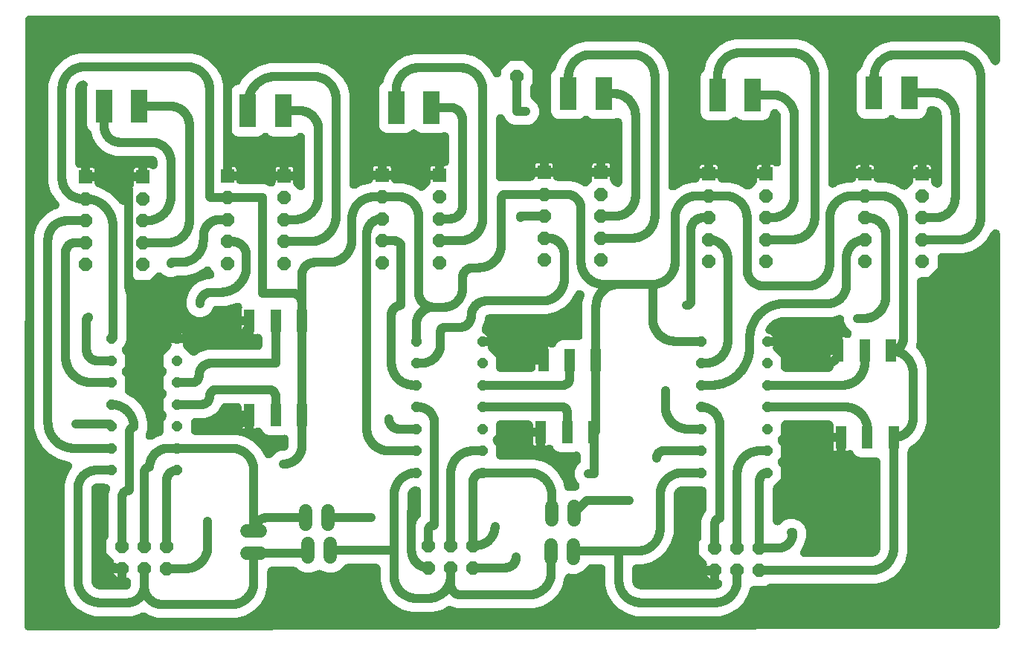
<source format=gbr>
G04 EAGLE Gerber RS-274X export*
G75*
%MOMM*%
%FSLAX34Y34*%
%LPD*%
%INBottom Copper*%
%IPPOS*%
%AMOC8*
5,1,8,0,0,1.08239X$1,22.5*%
G01*
%ADD10C,1.524000*%
%ADD11P,1.649562X8X22.500000*%
%ADD12P,1.199288X8X22.500000*%
%ADD13R,1.930400X3.810000*%
%ADD14R,1.270000X2.540000*%
%ADD15R,1.508000X1.508000*%
%ADD16P,1.632244X8X22.500000*%
%ADD17C,1.016000*%
%ADD18C,1.006400*%

G36*
X1094769Y10134D02*
X1094769Y10134D01*
X1094919Y10144D01*
X1095070Y10143D01*
X1095237Y10164D01*
X1095405Y10175D01*
X1095552Y10203D01*
X1095702Y10222D01*
X1095865Y10263D01*
X1096030Y10295D01*
X1096174Y10342D01*
X1096319Y10379D01*
X1096476Y10441D01*
X1096636Y10493D01*
X1096772Y10557D01*
X1096912Y10612D01*
X1097060Y10693D01*
X1097212Y10765D01*
X1097339Y10846D01*
X1097471Y10918D01*
X1097608Y11017D01*
X1097750Y11107D01*
X1097866Y11203D01*
X1097988Y11291D01*
X1098111Y11406D01*
X1098240Y11514D01*
X1098343Y11623D01*
X1098453Y11726D01*
X1098561Y11855D01*
X1098676Y11978D01*
X1098765Y12100D01*
X1098861Y12216D01*
X1098951Y12358D01*
X1099050Y12494D01*
X1099123Y12626D01*
X1099204Y12753D01*
X1099276Y12905D01*
X1099357Y13053D01*
X1099412Y13192D01*
X1099477Y13328D01*
X1099529Y13489D01*
X1099591Y13645D01*
X1099629Y13791D01*
X1099676Y13934D01*
X1099708Y14099D01*
X1099749Y14262D01*
X1099768Y14411D01*
X1099797Y14559D01*
X1099808Y14722D01*
X1099829Y14894D01*
X1099829Y15058D01*
X1099839Y15213D01*
X1099839Y460783D01*
X1099823Y461047D01*
X1099812Y461311D01*
X1099803Y461365D01*
X1099799Y461419D01*
X1099750Y461678D01*
X1099706Y461939D01*
X1099690Y461991D01*
X1099680Y462045D01*
X1099598Y462297D01*
X1099522Y462549D01*
X1099500Y462599D01*
X1099483Y462651D01*
X1099371Y462890D01*
X1099264Y463131D01*
X1099236Y463178D01*
X1099212Y463228D01*
X1099071Y463451D01*
X1098935Y463677D01*
X1098901Y463720D01*
X1098871Y463766D01*
X1098703Y463970D01*
X1098539Y464177D01*
X1098500Y464215D01*
X1098466Y464257D01*
X1098273Y464438D01*
X1098085Y464623D01*
X1098041Y464656D01*
X1098002Y464694D01*
X1097788Y464849D01*
X1097578Y465009D01*
X1097531Y465037D01*
X1097487Y465069D01*
X1097255Y465196D01*
X1097027Y465329D01*
X1096976Y465350D01*
X1096929Y465376D01*
X1096683Y465474D01*
X1096440Y465577D01*
X1096387Y465592D01*
X1096336Y465612D01*
X1096081Y465678D01*
X1095827Y465749D01*
X1095772Y465758D01*
X1095720Y465771D01*
X1095458Y465805D01*
X1095197Y465844D01*
X1095142Y465845D01*
X1095088Y465852D01*
X1094823Y465853D01*
X1094560Y465859D01*
X1094505Y465853D01*
X1094450Y465853D01*
X1094188Y465821D01*
X1093926Y465794D01*
X1093873Y465781D01*
X1093818Y465775D01*
X1093563Y465710D01*
X1093305Y465650D01*
X1093254Y465631D01*
X1093201Y465617D01*
X1092955Y465521D01*
X1092707Y465429D01*
X1092659Y465404D01*
X1092608Y465384D01*
X1092376Y465257D01*
X1092142Y465136D01*
X1092097Y465105D01*
X1092049Y465079D01*
X1091835Y464924D01*
X1091618Y464774D01*
X1091577Y464737D01*
X1091532Y464705D01*
X1091340Y464525D01*
X1091143Y464349D01*
X1091107Y464308D01*
X1091067Y464270D01*
X1090898Y464067D01*
X1090725Y463868D01*
X1090695Y463823D01*
X1090659Y463781D01*
X1090499Y463530D01*
X1090361Y463323D01*
X1085121Y454246D01*
X1077554Y446679D01*
X1068287Y441329D01*
X1057950Y438559D01*
X1033880Y438559D01*
X1033725Y438550D01*
X1033570Y438550D01*
X1033408Y438530D01*
X1033244Y438519D01*
X1033092Y438490D01*
X1032938Y438471D01*
X1032779Y438431D01*
X1032618Y438400D01*
X1032471Y438352D01*
X1032321Y438314D01*
X1032168Y438254D01*
X1032012Y438203D01*
X1031872Y438138D01*
X1031728Y438081D01*
X1031584Y438002D01*
X1031436Y437932D01*
X1031305Y437850D01*
X1031169Y437775D01*
X1031036Y437679D01*
X1030897Y437591D01*
X1030778Y437493D01*
X1030652Y437402D01*
X1030533Y437290D01*
X1030406Y437186D01*
X1030300Y437073D01*
X1030187Y436967D01*
X1030082Y436841D01*
X1029970Y436722D01*
X1029878Y436596D01*
X1029779Y436477D01*
X1029691Y436339D01*
X1029595Y436207D01*
X1029520Y436071D01*
X1029436Y435940D01*
X1029366Y435792D01*
X1029287Y435649D01*
X1029230Y435505D01*
X1029163Y435365D01*
X1029112Y435209D01*
X1029052Y435056D01*
X1029013Y434906D01*
X1028964Y434759D01*
X1028933Y434598D01*
X1028892Y434440D01*
X1028873Y434286D01*
X1028843Y434134D01*
X1028833Y433975D01*
X1028811Y433808D01*
X1028811Y433639D01*
X1028801Y433480D01*
X1028801Y421468D01*
X1018432Y411099D01*
X1010320Y411099D01*
X1010165Y411090D01*
X1010010Y411090D01*
X1009848Y411070D01*
X1009684Y411059D01*
X1009532Y411030D01*
X1009378Y411011D01*
X1009219Y410971D01*
X1009058Y410940D01*
X1008911Y410892D01*
X1008761Y410854D01*
X1008608Y410794D01*
X1008452Y410743D01*
X1008312Y410678D01*
X1008168Y410621D01*
X1008024Y410542D01*
X1007876Y410472D01*
X1007745Y410390D01*
X1007609Y410315D01*
X1007476Y410219D01*
X1007337Y410131D01*
X1007218Y410033D01*
X1007092Y409942D01*
X1006973Y409830D01*
X1006846Y409726D01*
X1006740Y409613D01*
X1006627Y409507D01*
X1006522Y409381D01*
X1006410Y409262D01*
X1006318Y409136D01*
X1006219Y409017D01*
X1006131Y408879D01*
X1006035Y408747D01*
X1005960Y408611D01*
X1005876Y408480D01*
X1005806Y408332D01*
X1005727Y408189D01*
X1005670Y408045D01*
X1005603Y407905D01*
X1005552Y407749D01*
X1005492Y407596D01*
X1005453Y407446D01*
X1005404Y407299D01*
X1005373Y407138D01*
X1005332Y406980D01*
X1005313Y406826D01*
X1005283Y406674D01*
X1005273Y406515D01*
X1005251Y406348D01*
X1005251Y406179D01*
X1005241Y406020D01*
X1005241Y336669D01*
X1004559Y334572D01*
X1004501Y334345D01*
X1004436Y334122D01*
X1004422Y334038D01*
X1004401Y333955D01*
X1004372Y333723D01*
X1004335Y333493D01*
X1004332Y333407D01*
X1004321Y333322D01*
X1004321Y333089D01*
X1004313Y332856D01*
X1004321Y332771D01*
X1004321Y332685D01*
X1004350Y332454D01*
X1004371Y332222D01*
X1004390Y332138D01*
X1004400Y332053D01*
X1004458Y331827D01*
X1004508Y331600D01*
X1004537Y331519D01*
X1004558Y331436D01*
X1004644Y331219D01*
X1004722Y331000D01*
X1004761Y330923D01*
X1004792Y330843D01*
X1004904Y330639D01*
X1005010Y330431D01*
X1005058Y330360D01*
X1005099Y330285D01*
X1005236Y330096D01*
X1005366Y329903D01*
X1005421Y329840D01*
X1005473Y329769D01*
X1005648Y329582D01*
X1005798Y329411D01*
X1008201Y327008D01*
X1013498Y317832D01*
X1016241Y307598D01*
X1016241Y245497D01*
X1013703Y236026D01*
X1008800Y227534D01*
X1001866Y220600D01*
X998050Y218397D01*
X997967Y218341D01*
X997879Y218293D01*
X997702Y218165D01*
X997520Y218044D01*
X997444Y217979D01*
X997362Y217920D01*
X997203Y217771D01*
X997037Y217628D01*
X996970Y217553D01*
X996897Y217485D01*
X996757Y217317D01*
X996611Y217155D01*
X996553Y217072D01*
X996489Y216995D01*
X996372Y216811D01*
X996247Y216632D01*
X996200Y216543D01*
X996146Y216458D01*
X996053Y216261D01*
X995951Y216067D01*
X995916Y215973D01*
X995873Y215883D01*
X995805Y215675D01*
X995729Y215470D01*
X995706Y215373D01*
X995674Y215277D01*
X995633Y215063D01*
X995583Y214850D01*
X995572Y214750D01*
X995553Y214652D01*
X995540Y214443D01*
X995515Y214217D01*
X995518Y214105D01*
X995511Y213998D01*
X995511Y213679D01*
X994627Y211546D01*
X994617Y211516D01*
X994603Y211487D01*
X994514Y211214D01*
X994421Y210943D01*
X994414Y210912D01*
X994404Y210882D01*
X994350Y210600D01*
X994292Y210320D01*
X994289Y210288D01*
X994283Y210256D01*
X994267Y210006D01*
X994241Y209684D01*
X994243Y209643D01*
X994241Y209603D01*
X994241Y96950D01*
X991471Y86613D01*
X986121Y77346D01*
X978554Y69779D01*
X969287Y64429D01*
X958950Y61659D01*
X838209Y61659D01*
X838136Y61655D01*
X838063Y61657D01*
X837818Y61635D01*
X837573Y61619D01*
X837501Y61606D01*
X837429Y61599D01*
X837188Y61546D01*
X836947Y61500D01*
X836878Y61478D01*
X836806Y61462D01*
X836575Y61379D01*
X836341Y61303D01*
X836275Y61272D01*
X836206Y61248D01*
X835987Y61137D01*
X835764Y61032D01*
X835703Y60993D01*
X835638Y60960D01*
X835434Y60823D01*
X835226Y60691D01*
X835170Y60645D01*
X835110Y60604D01*
X834936Y60451D01*
X834735Y60286D01*
X834678Y60225D01*
X834617Y60172D01*
X833565Y59119D01*
X819689Y59119D01*
X819561Y59111D01*
X819434Y59113D01*
X819244Y59091D01*
X819053Y59079D01*
X818928Y59055D01*
X818801Y59041D01*
X818615Y58996D01*
X818427Y58960D01*
X818306Y58921D01*
X818182Y58891D01*
X818003Y58822D01*
X817821Y58763D01*
X817706Y58709D01*
X817586Y58664D01*
X817417Y58574D01*
X817244Y58492D01*
X817137Y58424D01*
X817024Y58364D01*
X816868Y58254D01*
X816706Y58151D01*
X816608Y58070D01*
X816504Y57996D01*
X816363Y57868D01*
X816215Y57746D01*
X816128Y57653D01*
X816033Y57567D01*
X815909Y57421D01*
X815778Y57282D01*
X815703Y57178D01*
X815621Y57081D01*
X815516Y56921D01*
X815403Y56767D01*
X815342Y56655D01*
X815272Y56548D01*
X815188Y56376D01*
X815096Y56209D01*
X815049Y56090D01*
X814993Y55975D01*
X814934Y55800D01*
X814860Y55616D01*
X814827Y55487D01*
X814823Y55477D01*
X814820Y55464D01*
X814783Y55355D01*
X813271Y49713D01*
X807921Y40446D01*
X800354Y32879D01*
X791087Y27529D01*
X780750Y24759D01*
X686050Y24759D01*
X675713Y27529D01*
X666446Y32879D01*
X658879Y40446D01*
X653529Y49713D01*
X650759Y60050D01*
X650759Y78680D01*
X650750Y78835D01*
X650750Y78990D01*
X650730Y79152D01*
X650719Y79316D01*
X650690Y79468D01*
X650671Y79622D01*
X650631Y79781D01*
X650600Y79942D01*
X650552Y80089D01*
X650514Y80239D01*
X650454Y80392D01*
X650403Y80548D01*
X650338Y80688D01*
X650281Y80832D01*
X650202Y80976D01*
X650132Y81124D01*
X650050Y81255D01*
X649975Y81391D01*
X649879Y81524D01*
X649791Y81663D01*
X649693Y81782D01*
X649602Y81908D01*
X649490Y82027D01*
X649386Y82154D01*
X649273Y82260D01*
X649167Y82373D01*
X649041Y82478D01*
X648922Y82590D01*
X648796Y82682D01*
X648677Y82781D01*
X648539Y82869D01*
X648407Y82965D01*
X648271Y83040D01*
X648140Y83124D01*
X647992Y83194D01*
X647849Y83273D01*
X647705Y83330D01*
X647565Y83397D01*
X647409Y83448D01*
X647256Y83508D01*
X647106Y83547D01*
X646959Y83596D01*
X646798Y83627D01*
X646640Y83668D01*
X646486Y83687D01*
X646334Y83717D01*
X646175Y83727D01*
X646008Y83749D01*
X645839Y83749D01*
X645680Y83759D01*
X634090Y83759D01*
X633976Y83752D01*
X633862Y83754D01*
X633659Y83732D01*
X633454Y83719D01*
X633342Y83698D01*
X633229Y83686D01*
X633029Y83638D01*
X632828Y83600D01*
X632720Y83565D01*
X632609Y83538D01*
X632417Y83467D01*
X632222Y83403D01*
X632119Y83355D01*
X632012Y83315D01*
X631831Y83220D01*
X631646Y83132D01*
X631549Y83071D01*
X631448Y83018D01*
X631280Y82901D01*
X631107Y82791D01*
X631020Y82719D01*
X630926Y82653D01*
X630774Y82516D01*
X630616Y82386D01*
X630538Y82303D01*
X630453Y82226D01*
X630320Y82071D01*
X630180Y81922D01*
X630113Y81829D01*
X630038Y81743D01*
X629925Y81572D01*
X629805Y81407D01*
X629750Y81307D01*
X629687Y81212D01*
X629600Y81035D01*
X629497Y80849D01*
X629486Y80820D01*
X624472Y75806D01*
X617937Y73099D01*
X610791Y73099D01*
X610769Y73105D01*
X610627Y73154D01*
X610462Y73188D01*
X610299Y73232D01*
X610150Y73253D01*
X610003Y73283D01*
X609835Y73296D01*
X609668Y73320D01*
X609518Y73321D01*
X609368Y73333D01*
X609200Y73325D01*
X609031Y73328D01*
X608882Y73311D01*
X608732Y73304D01*
X608566Y73275D01*
X608398Y73256D01*
X608252Y73220D01*
X608104Y73195D01*
X607943Y73145D01*
X607779Y73105D01*
X607638Y73052D01*
X607495Y73008D01*
X607341Y72938D01*
X607184Y72878D01*
X607051Y72808D01*
X606914Y72746D01*
X606770Y72658D01*
X606621Y72579D01*
X606499Y72492D01*
X606370Y72414D01*
X606239Y72308D01*
X606101Y72211D01*
X605990Y72110D01*
X605873Y72016D01*
X605755Y71895D01*
X605631Y71781D01*
X605533Y71667D01*
X605429Y71559D01*
X605327Y71424D01*
X605218Y71296D01*
X605136Y71170D01*
X605045Y71050D01*
X604962Y70904D01*
X604869Y70763D01*
X604803Y70628D01*
X604729Y70497D01*
X604664Y70342D01*
X604590Y70190D01*
X604543Y70051D01*
X604484Y69909D01*
X604435Y69733D01*
X604380Y69569D01*
X601471Y58713D01*
X596121Y49446D01*
X588554Y41879D01*
X579287Y36529D01*
X568950Y33759D01*
X481781Y33759D01*
X474485Y36130D01*
X474285Y36181D01*
X474089Y36241D01*
X473977Y36260D01*
X473868Y36288D01*
X473663Y36314D01*
X473461Y36349D01*
X473348Y36354D01*
X473236Y36368D01*
X473030Y36368D01*
X472824Y36378D01*
X472712Y36368D01*
X472599Y36369D01*
X472394Y36343D01*
X472189Y36326D01*
X472078Y36303D01*
X471966Y36289D01*
X471767Y36238D01*
X471565Y36196D01*
X471459Y36159D01*
X471349Y36131D01*
X471158Y36055D01*
X470963Y35988D01*
X470864Y35939D01*
X470757Y35897D01*
X470560Y35789D01*
X470376Y35698D01*
X464887Y32529D01*
X454550Y29759D01*
X430050Y29759D01*
X419713Y32529D01*
X410446Y37879D01*
X402879Y45446D01*
X397529Y54713D01*
X394759Y65050D01*
X394759Y79180D01*
X394750Y79335D01*
X394750Y79490D01*
X394730Y79652D01*
X394719Y79816D01*
X394690Y79968D01*
X394671Y80122D01*
X394631Y80281D01*
X394600Y80442D01*
X394552Y80589D01*
X394514Y80739D01*
X394454Y80892D01*
X394403Y81048D01*
X394338Y81188D01*
X394281Y81332D01*
X394202Y81476D01*
X394132Y81624D01*
X394050Y81755D01*
X393975Y81891D01*
X393879Y82024D01*
X393791Y82163D01*
X393693Y82282D01*
X393602Y82408D01*
X393490Y82527D01*
X393386Y82654D01*
X393273Y82760D01*
X393167Y82873D01*
X393041Y82978D01*
X392922Y83090D01*
X392796Y83182D01*
X392677Y83281D01*
X392539Y83369D01*
X392407Y83465D01*
X392271Y83540D01*
X392140Y83624D01*
X391992Y83694D01*
X391849Y83773D01*
X391705Y83830D01*
X391565Y83897D01*
X391409Y83948D01*
X391256Y84008D01*
X391106Y84047D01*
X390959Y84096D01*
X390798Y84127D01*
X390640Y84168D01*
X390486Y84187D01*
X390334Y84217D01*
X390175Y84227D01*
X390008Y84249D01*
X389839Y84249D01*
X389680Y84259D01*
X357183Y84259D01*
X357069Y84252D01*
X356955Y84254D01*
X356752Y84232D01*
X356547Y84219D01*
X356435Y84198D01*
X356322Y84186D01*
X356122Y84138D01*
X355921Y84100D01*
X355813Y84065D01*
X355702Y84038D01*
X355510Y83967D01*
X355315Y83903D01*
X355212Y83855D01*
X355105Y83815D01*
X354924Y83719D01*
X354739Y83632D01*
X354642Y83571D01*
X354541Y83518D01*
X354373Y83401D01*
X354200Y83291D01*
X354112Y83219D01*
X354019Y83153D01*
X353867Y83016D01*
X353709Y82886D01*
X353631Y82802D01*
X353546Y82726D01*
X353413Y82571D01*
X353273Y82422D01*
X353205Y82329D01*
X353131Y82243D01*
X353018Y82072D01*
X352965Y81999D01*
X347772Y76806D01*
X341237Y74099D01*
X334163Y74099D01*
X326944Y77090D01*
X326875Y77113D01*
X326808Y77144D01*
X326574Y77216D01*
X326341Y77296D01*
X326269Y77311D01*
X326200Y77333D01*
X325958Y77375D01*
X325717Y77425D01*
X325644Y77431D01*
X325572Y77444D01*
X325327Y77456D01*
X325082Y77476D01*
X325009Y77472D01*
X324936Y77476D01*
X324691Y77457D01*
X324445Y77446D01*
X324374Y77433D01*
X324301Y77428D01*
X324060Y77379D01*
X323818Y77337D01*
X323748Y77315D01*
X323676Y77301D01*
X323457Y77226D01*
X323209Y77150D01*
X323133Y77116D01*
X323056Y77090D01*
X315837Y74099D01*
X308763Y74099D01*
X302228Y76806D01*
X299563Y79472D01*
X299508Y79520D01*
X299458Y79573D01*
X299269Y79731D01*
X299085Y79893D01*
X299024Y79934D01*
X298968Y79981D01*
X298761Y80113D01*
X298558Y80251D01*
X298493Y80284D01*
X298431Y80324D01*
X298209Y80429D01*
X297990Y80541D01*
X297922Y80565D01*
X297856Y80597D01*
X297622Y80673D01*
X297391Y80757D01*
X297320Y80773D01*
X297250Y80796D01*
X297009Y80842D01*
X296769Y80896D01*
X296697Y80903D01*
X296625Y80917D01*
X296394Y80932D01*
X296135Y80957D01*
X296052Y80954D01*
X295971Y80959D01*
X270820Y80959D01*
X270665Y80950D01*
X270510Y80950D01*
X270348Y80930D01*
X270184Y80919D01*
X270032Y80890D01*
X269878Y80871D01*
X269719Y80831D01*
X269558Y80800D01*
X269411Y80752D01*
X269261Y80714D01*
X269108Y80654D01*
X268952Y80603D01*
X268812Y80538D01*
X268668Y80481D01*
X268524Y80402D01*
X268376Y80332D01*
X268245Y80250D01*
X268109Y80175D01*
X267976Y80079D01*
X267837Y79991D01*
X267718Y79893D01*
X267592Y79802D01*
X267473Y79690D01*
X267346Y79586D01*
X267240Y79473D01*
X267127Y79367D01*
X267022Y79241D01*
X266910Y79122D01*
X266818Y78996D01*
X266719Y78877D01*
X266631Y78739D01*
X266535Y78607D01*
X266460Y78471D01*
X266376Y78340D01*
X266306Y78192D01*
X266227Y78049D01*
X266170Y77905D01*
X266103Y77765D01*
X266052Y77609D01*
X265992Y77456D01*
X265953Y77306D01*
X265904Y77159D01*
X265873Y76998D01*
X265832Y76840D01*
X265813Y76686D01*
X265783Y76534D01*
X265773Y76375D01*
X265751Y76208D01*
X265751Y76039D01*
X265741Y75880D01*
X265741Y58050D01*
X262971Y47713D01*
X257621Y38446D01*
X250054Y30879D01*
X240787Y25529D01*
X230450Y22759D01*
X141321Y22759D01*
X132282Y25181D01*
X126837Y28325D01*
X126747Y28369D01*
X126661Y28422D01*
X126462Y28511D01*
X126266Y28608D01*
X126171Y28641D01*
X126080Y28682D01*
X125871Y28746D01*
X125665Y28818D01*
X125567Y28839D01*
X125471Y28868D01*
X125255Y28905D01*
X125042Y28951D01*
X124942Y28959D01*
X124843Y28976D01*
X124624Y28986D01*
X124407Y29004D01*
X124307Y29000D01*
X124206Y29005D01*
X123988Y28987D01*
X123770Y28978D01*
X123671Y28961D01*
X123571Y28953D01*
X123357Y28908D01*
X123142Y28872D01*
X123046Y28843D01*
X122948Y28823D01*
X122741Y28752D01*
X122532Y28689D01*
X122440Y28648D01*
X122345Y28615D01*
X122158Y28523D01*
X121949Y28430D01*
X121854Y28372D01*
X121758Y28325D01*
X119671Y27120D01*
X110861Y24759D01*
X70050Y24759D01*
X59713Y27529D01*
X50446Y32879D01*
X42879Y40446D01*
X37529Y49713D01*
X34759Y60050D01*
X34759Y174524D01*
X37256Y183843D01*
X42080Y192198D01*
X42150Y192268D01*
X42289Y192425D01*
X42434Y192576D01*
X42499Y192664D01*
X42571Y192746D01*
X42689Y192919D01*
X42814Y193087D01*
X42868Y193182D01*
X42929Y193272D01*
X43025Y193459D01*
X43128Y193641D01*
X43169Y193742D01*
X43219Y193840D01*
X43290Y194037D01*
X43370Y194231D01*
X43398Y194336D01*
X43435Y194439D01*
X43481Y194644D01*
X43536Y194846D01*
X43551Y194954D01*
X43574Y195061D01*
X43594Y195270D01*
X43623Y195477D01*
X43625Y195586D01*
X43635Y195695D01*
X43629Y195905D01*
X43631Y196114D01*
X43619Y196223D01*
X43616Y196332D01*
X43583Y196539D01*
X43559Y196747D01*
X43534Y196854D01*
X43517Y196961D01*
X43458Y197163D01*
X43409Y197366D01*
X43370Y197469D01*
X43340Y197574D01*
X43257Y197766D01*
X43182Y197962D01*
X43131Y198058D01*
X43087Y198159D01*
X42981Y198339D01*
X42882Y198524D01*
X42819Y198613D01*
X42764Y198708D01*
X42636Y198873D01*
X42515Y199044D01*
X42441Y199125D01*
X42374Y199212D01*
X42226Y199360D01*
X42085Y199515D01*
X42002Y199586D01*
X41924Y199663D01*
X41759Y199792D01*
X41600Y199927D01*
X41508Y199987D01*
X41422Y200054D01*
X41242Y200161D01*
X41066Y200276D01*
X40968Y200324D01*
X40874Y200380D01*
X40682Y200463D01*
X40494Y200555D01*
X40392Y200590D01*
X40290Y200634D01*
X40072Y200698D01*
X39873Y200765D01*
X28169Y203902D01*
X17990Y209779D01*
X9679Y218090D01*
X3802Y228269D01*
X759Y239623D01*
X759Y458924D01*
X3256Y468243D01*
X8080Y476598D01*
X14902Y483420D01*
X23257Y488244D01*
X25179Y488759D01*
X25378Y488826D01*
X25579Y488884D01*
X25679Y488927D01*
X25783Y488962D01*
X25972Y489053D01*
X26164Y489136D01*
X26258Y489191D01*
X26357Y489239D01*
X26533Y489353D01*
X26713Y489459D01*
X26799Y489526D01*
X26891Y489586D01*
X27051Y489721D01*
X27217Y489849D01*
X27294Y489926D01*
X27378Y489997D01*
X27520Y490151D01*
X27668Y490299D01*
X27735Y490385D01*
X27809Y490466D01*
X27931Y490636D01*
X28060Y490801D01*
X28116Y490896D01*
X28179Y490985D01*
X28278Y491169D01*
X28385Y491349D01*
X28429Y491449D01*
X28481Y491546D01*
X28556Y491742D01*
X28639Y491933D01*
X28670Y492038D01*
X28709Y492140D01*
X28760Y492344D01*
X28819Y492545D01*
X28836Y492653D01*
X28862Y492759D01*
X28887Y492967D01*
X28920Y493174D01*
X28924Y493283D01*
X28936Y493392D01*
X28934Y493601D01*
X28942Y493811D01*
X28932Y493920D01*
X28931Y494029D01*
X28903Y494236D01*
X28883Y494445D01*
X28860Y494552D01*
X28845Y494660D01*
X28791Y494863D01*
X28746Y495067D01*
X28710Y495170D01*
X28681Y495276D01*
X28603Y495470D01*
X28532Y495667D01*
X28483Y495765D01*
X28442Y495866D01*
X28339Y496049D01*
X28245Y496236D01*
X28184Y496327D01*
X28130Y496422D01*
X28006Y496590D01*
X27888Y496764D01*
X27818Y496845D01*
X27751Y496934D01*
X27594Y497099D01*
X27456Y497256D01*
X24500Y500213D01*
X19399Y509047D01*
X16759Y518900D01*
X16759Y630950D01*
X19529Y641287D01*
X24879Y650554D01*
X32446Y658121D01*
X41713Y663471D01*
X52050Y666241D01*
X179950Y666241D01*
X190287Y663471D01*
X199554Y658121D01*
X207121Y650554D01*
X212471Y641287D01*
X215241Y630950D01*
X215241Y626973D01*
X215258Y626696D01*
X215271Y626418D01*
X215278Y626378D01*
X215281Y626337D01*
X215333Y626065D01*
X215380Y625791D01*
X215392Y625751D01*
X215400Y625711D01*
X215486Y625447D01*
X215567Y625182D01*
X215584Y625144D01*
X215597Y625105D01*
X215715Y624853D01*
X215829Y624601D01*
X215850Y624566D01*
X215868Y624529D01*
X216016Y624294D01*
X216161Y624057D01*
X216187Y624025D01*
X216209Y623990D01*
X216386Y623776D01*
X216559Y623559D01*
X216588Y623531D01*
X216614Y623499D01*
X216817Y623308D01*
X217016Y623115D01*
X217048Y623091D01*
X217078Y623063D01*
X217303Y622899D01*
X217525Y622732D01*
X217560Y622712D01*
X217593Y622688D01*
X217836Y622554D01*
X218078Y622416D01*
X218116Y622400D01*
X218151Y622380D01*
X218410Y622277D01*
X218666Y622171D01*
X218705Y622160D01*
X218744Y622145D01*
X219013Y622075D01*
X219280Y622001D01*
X219321Y621995D01*
X219360Y621985D01*
X219637Y621950D01*
X219911Y621910D01*
X219951Y621910D01*
X219992Y621904D01*
X220270Y621904D01*
X220548Y621899D01*
X220589Y621903D01*
X220630Y621903D01*
X220905Y621937D01*
X221181Y621967D01*
X221221Y621977D01*
X221262Y621982D01*
X221531Y622050D01*
X221801Y622114D01*
X221840Y622129D01*
X221879Y622139D01*
X222138Y622241D01*
X222398Y622338D01*
X222434Y622357D01*
X222472Y622372D01*
X222717Y622506D01*
X222962Y622635D01*
X222995Y622658D01*
X223031Y622678D01*
X223257Y622841D01*
X223484Y623000D01*
X223514Y623027D01*
X223548Y623051D01*
X223750Y623240D01*
X223956Y623427D01*
X223983Y623458D01*
X224013Y623486D01*
X224191Y623699D01*
X224372Y623910D01*
X224394Y623944D01*
X224421Y623976D01*
X224570Y624210D01*
X224723Y624441D01*
X224741Y624478D01*
X224764Y624513D01*
X224902Y624804D01*
X225013Y625029D01*
X225334Y625806D01*
X228192Y628664D01*
X232560Y630473D01*
X232614Y630499D01*
X232669Y630520D01*
X232899Y630639D01*
X233133Y630753D01*
X233182Y630786D01*
X233235Y630813D01*
X233448Y630961D01*
X233665Y631103D01*
X233710Y631142D01*
X233759Y631175D01*
X233953Y631348D01*
X234150Y631517D01*
X234190Y631561D01*
X234234Y631600D01*
X234404Y631796D01*
X234579Y631988D01*
X234613Y632036D01*
X234652Y632081D01*
X234786Y632282D01*
X234946Y632509D01*
X234978Y632570D01*
X235015Y632626D01*
X237678Y637238D01*
X246362Y645922D01*
X256997Y652062D01*
X268860Y655241D01*
X323950Y655241D01*
X334287Y652471D01*
X343554Y647121D01*
X351121Y639554D01*
X356471Y630287D01*
X359241Y619950D01*
X359241Y516868D01*
X359254Y516659D01*
X359258Y516449D01*
X359274Y516341D01*
X359281Y516232D01*
X359320Y516026D01*
X359350Y515819D01*
X359379Y515713D01*
X359400Y515606D01*
X359465Y515407D01*
X359521Y515205D01*
X359563Y515104D01*
X359597Y515000D01*
X359686Y514810D01*
X359767Y514617D01*
X359821Y514522D01*
X359868Y514423D01*
X359980Y514246D01*
X360084Y514065D01*
X360150Y513977D01*
X360209Y513885D01*
X360342Y513723D01*
X360468Y513556D01*
X360545Y513478D01*
X360614Y513394D01*
X360767Y513250D01*
X360913Y513100D01*
X360999Y513032D01*
X361078Y512957D01*
X361248Y512834D01*
X361412Y512703D01*
X361505Y512647D01*
X361593Y512582D01*
X361777Y512481D01*
X361956Y512372D01*
X362056Y512327D01*
X362151Y512275D01*
X362346Y512197D01*
X362537Y512111D01*
X362642Y512080D01*
X362744Y512039D01*
X362946Y511987D01*
X363147Y511926D01*
X363255Y511907D01*
X363360Y511880D01*
X363568Y511853D01*
X363775Y511818D01*
X363884Y511813D01*
X363992Y511799D01*
X364202Y511799D01*
X364411Y511789D01*
X364520Y511798D01*
X364630Y511798D01*
X364838Y511824D01*
X365046Y511841D01*
X365153Y511863D01*
X365262Y511876D01*
X365465Y511928D01*
X365670Y511971D01*
X365773Y512007D01*
X365879Y512034D01*
X366074Y512110D01*
X366272Y512179D01*
X366368Y512226D01*
X366472Y512267D01*
X366673Y512376D01*
X366860Y512469D01*
X371713Y515271D01*
X382655Y518203D01*
X382776Y518244D01*
X382899Y518275D01*
X383077Y518345D01*
X383258Y518406D01*
X383373Y518461D01*
X383492Y518508D01*
X383660Y518600D01*
X383832Y518683D01*
X383939Y518753D01*
X384051Y518814D01*
X384206Y518926D01*
X384367Y519030D01*
X384464Y519112D01*
X384568Y519187D01*
X384707Y519318D01*
X384853Y519441D01*
X384940Y519535D01*
X385033Y519622D01*
X385156Y519769D01*
X385285Y519910D01*
X385359Y520014D01*
X385441Y520112D01*
X385544Y520273D01*
X385655Y520429D01*
X385715Y520541D01*
X385784Y520649D01*
X385866Y520822D01*
X385956Y520990D01*
X386002Y521109D01*
X386057Y521224D01*
X386116Y521406D01*
X386185Y521585D01*
X386216Y521709D01*
X386256Y521830D01*
X386292Y522017D01*
X386338Y522203D01*
X386353Y522330D01*
X386377Y522455D01*
X386389Y522640D01*
X386398Y522721D01*
X396500Y522721D01*
X406601Y522721D01*
X406610Y522648D01*
X406621Y522484D01*
X406650Y522332D01*
X406669Y522178D01*
X406709Y522019D01*
X406740Y521858D01*
X406788Y521711D01*
X406826Y521561D01*
X406886Y521408D01*
X406937Y521252D01*
X407002Y521112D01*
X407059Y520968D01*
X407138Y520824D01*
X407208Y520676D01*
X407290Y520545D01*
X407365Y520409D01*
X407461Y520276D01*
X407549Y520137D01*
X407647Y520018D01*
X407738Y519892D01*
X407850Y519773D01*
X407954Y519646D01*
X408067Y519540D01*
X408173Y519427D01*
X408299Y519322D01*
X408418Y519210D01*
X408544Y519118D01*
X408663Y519019D01*
X408801Y518931D01*
X408933Y518835D01*
X409069Y518760D01*
X409200Y518676D01*
X409348Y518606D01*
X409491Y518527D01*
X409635Y518470D01*
X409775Y518403D01*
X409931Y518352D01*
X410083Y518292D01*
X410233Y518253D01*
X410381Y518204D01*
X410542Y518173D01*
X410700Y518132D01*
X410854Y518113D01*
X411006Y518083D01*
X411165Y518073D01*
X411332Y518051D01*
X411501Y518051D01*
X411660Y518041D01*
X420208Y518041D01*
X429883Y515448D01*
X438701Y510357D01*
X438815Y510301D01*
X438925Y510236D01*
X439100Y510159D01*
X439271Y510074D01*
X439392Y510032D01*
X439509Y509981D01*
X439693Y509927D01*
X439873Y509864D01*
X439998Y509838D01*
X440120Y509802D01*
X440309Y509772D01*
X440496Y509732D01*
X440623Y509721D01*
X440749Y509701D01*
X440941Y509694D01*
X441131Y509678D01*
X441259Y509683D01*
X441386Y509679D01*
X441577Y509697D01*
X441768Y509704D01*
X441894Y509726D01*
X442021Y509737D01*
X442208Y509778D01*
X442396Y509810D01*
X442518Y509847D01*
X442643Y509874D01*
X442823Y509939D01*
X443006Y509994D01*
X443123Y510046D01*
X443243Y510088D01*
X443413Y510175D01*
X443589Y510252D01*
X443698Y510318D01*
X443812Y510376D01*
X443970Y510483D01*
X444134Y510582D01*
X444234Y510661D01*
X444340Y510732D01*
X444479Y510854D01*
X444634Y510977D01*
X444732Y511077D01*
X444832Y511165D01*
X449932Y516264D01*
X449980Y516319D01*
X450033Y516369D01*
X450191Y516558D01*
X450353Y516742D01*
X450394Y516802D01*
X450441Y516859D01*
X450573Y517066D01*
X450711Y517269D01*
X450744Y517334D01*
X450784Y517395D01*
X450889Y517618D01*
X451001Y517837D01*
X451025Y517905D01*
X451057Y517971D01*
X451133Y518204D01*
X451217Y518436D01*
X451233Y518507D01*
X451256Y518576D01*
X451302Y518818D01*
X451356Y519058D01*
X451363Y519130D01*
X451377Y519202D01*
X451392Y519433D01*
X451417Y519692D01*
X451414Y519775D01*
X451419Y519856D01*
X451419Y522721D01*
X461500Y522721D01*
X461654Y522730D01*
X461809Y522730D01*
X461972Y522750D01*
X462136Y522761D01*
X462287Y522789D01*
X462441Y522809D01*
X462601Y522849D01*
X462761Y522880D01*
X462909Y522928D01*
X463059Y522966D01*
X463211Y523026D01*
X463367Y523076D01*
X463508Y523142D01*
X463652Y523199D01*
X463796Y523278D01*
X463944Y523347D01*
X464075Y523430D01*
X464211Y523505D01*
X464344Y523601D01*
X464482Y523688D01*
X464602Y523787D01*
X464727Y523878D01*
X464847Y523990D01*
X464973Y524094D01*
X465080Y524207D01*
X465193Y524313D01*
X465298Y524439D01*
X465400Y524548D01*
X465411Y524559D01*
X465502Y524684D01*
X465601Y524803D01*
X465689Y524941D01*
X465786Y525074D01*
X465860Y525209D01*
X465944Y525340D01*
X466014Y525488D01*
X466093Y525632D01*
X466150Y525776D01*
X466217Y525916D01*
X466268Y526072D01*
X466329Y526224D01*
X466367Y526374D01*
X466416Y526521D01*
X466447Y526682D01*
X466488Y526841D01*
X466508Y526994D01*
X466537Y527146D01*
X466547Y527305D01*
X466569Y527473D01*
X466569Y527641D01*
X466579Y527800D01*
X466579Y537881D01*
X467680Y537881D01*
X467835Y537890D01*
X467990Y537890D01*
X468152Y537910D01*
X468316Y537921D01*
X468468Y537950D01*
X468622Y537969D01*
X468781Y538009D01*
X468942Y538040D01*
X469089Y538088D01*
X469239Y538126D01*
X469392Y538186D01*
X469548Y538237D01*
X469688Y538302D01*
X469832Y538359D01*
X469976Y538438D01*
X470124Y538508D01*
X470255Y538590D01*
X470391Y538665D01*
X470524Y538761D01*
X470663Y538849D01*
X470782Y538947D01*
X470908Y539038D01*
X471027Y539150D01*
X471154Y539254D01*
X471260Y539367D01*
X471373Y539473D01*
X471478Y539599D01*
X471590Y539718D01*
X471682Y539844D01*
X471781Y539963D01*
X471869Y540101D01*
X471965Y540233D01*
X472040Y540369D01*
X472124Y540500D01*
X472194Y540648D01*
X472273Y540791D01*
X472330Y540935D01*
X472397Y541075D01*
X472448Y541231D01*
X472508Y541383D01*
X472547Y541533D01*
X472596Y541681D01*
X472627Y541841D01*
X472668Y542000D01*
X472687Y542154D01*
X472717Y542306D01*
X472727Y542465D01*
X472749Y542632D01*
X472749Y542801D01*
X472759Y542960D01*
X472759Y571503D01*
X472747Y571698D01*
X472744Y571894D01*
X472727Y572016D01*
X472719Y572139D01*
X472683Y572331D01*
X472655Y572525D01*
X472623Y572644D01*
X472600Y572764D01*
X472540Y572951D01*
X472488Y573140D01*
X472441Y573254D01*
X472403Y573371D01*
X472320Y573548D01*
X472245Y573729D01*
X472185Y573836D01*
X472132Y573947D01*
X472027Y574113D01*
X471931Y574283D01*
X471857Y574381D01*
X471791Y574485D01*
X471667Y574636D01*
X471549Y574793D01*
X471464Y574882D01*
X471386Y574977D01*
X471243Y575111D01*
X471107Y575252D01*
X471011Y575329D01*
X470922Y575413D01*
X470763Y575528D01*
X470611Y575651D01*
X470506Y575716D01*
X470407Y575788D01*
X470235Y575883D01*
X470068Y575985D01*
X469956Y576036D01*
X469849Y576096D01*
X469666Y576168D01*
X469488Y576249D01*
X469371Y576286D01*
X469256Y576331D01*
X469067Y576380D01*
X468880Y576438D01*
X468759Y576460D01*
X468640Y576491D01*
X468445Y576515D01*
X468252Y576550D01*
X468130Y576556D01*
X468008Y576571D01*
X467811Y576572D01*
X467616Y576582D01*
X467494Y576572D01*
X467370Y576573D01*
X467176Y576548D01*
X466981Y576534D01*
X466860Y576509D01*
X466738Y576494D01*
X466548Y576446D01*
X466356Y576407D01*
X466243Y576368D01*
X466121Y576337D01*
X465923Y576259D01*
X465736Y576195D01*
X464273Y575589D01*
X440927Y575589D01*
X437192Y577136D01*
X436192Y578137D01*
X436075Y578239D01*
X435966Y578349D01*
X435837Y578450D01*
X435714Y578558D01*
X435586Y578645D01*
X435463Y578741D01*
X435322Y578824D01*
X435187Y578917D01*
X435049Y578987D01*
X434916Y579066D01*
X434766Y579131D01*
X434619Y579206D01*
X434473Y579259D01*
X434331Y579320D01*
X434174Y579367D01*
X434020Y579422D01*
X433869Y579456D01*
X433720Y579500D01*
X433558Y579526D01*
X433398Y579562D01*
X433244Y579576D01*
X433091Y579601D01*
X432927Y579606D01*
X432764Y579622D01*
X432609Y579617D01*
X432454Y579623D01*
X432291Y579608D01*
X432127Y579603D01*
X431974Y579579D01*
X431820Y579564D01*
X431659Y579529D01*
X431498Y579504D01*
X431349Y579461D01*
X431197Y579427D01*
X431043Y579372D01*
X430886Y579327D01*
X430743Y579265D01*
X430597Y579213D01*
X430451Y579139D01*
X430301Y579074D01*
X430167Y578996D01*
X430029Y578926D01*
X429893Y578834D01*
X429752Y578751D01*
X429629Y578656D01*
X429501Y578569D01*
X429381Y578464D01*
X429248Y578361D01*
X429128Y578242D01*
X429008Y578137D01*
X428008Y577136D01*
X424273Y575589D01*
X400927Y575589D01*
X397192Y577136D01*
X394334Y579994D01*
X392787Y583729D01*
X392787Y625871D01*
X394334Y629606D01*
X397378Y632649D01*
X397408Y632684D01*
X397442Y632714D01*
X397619Y632923D01*
X397799Y633127D01*
X397825Y633165D01*
X397855Y633200D01*
X398004Y633429D01*
X398158Y633654D01*
X398178Y633695D01*
X398203Y633733D01*
X398323Y633978D01*
X398447Y634222D01*
X398463Y634265D01*
X398483Y634306D01*
X398562Y634541D01*
X398663Y634821D01*
X398675Y634875D01*
X398693Y634926D01*
X400129Y640287D01*
X405479Y649554D01*
X413046Y657121D01*
X422313Y662471D01*
X432650Y665241D01*
X490950Y665241D01*
X501287Y662471D01*
X510554Y657121D01*
X518121Y649554D01*
X522741Y641551D01*
X522887Y641331D01*
X523029Y641108D01*
X523064Y641066D01*
X523094Y641020D01*
X523266Y640821D01*
X523434Y640617D01*
X523474Y640579D01*
X523510Y640538D01*
X523706Y640361D01*
X523898Y640180D01*
X523943Y640148D01*
X523983Y640111D01*
X524200Y639960D01*
X524414Y639805D01*
X524461Y639779D01*
X524506Y639747D01*
X524741Y639625D01*
X524971Y639497D01*
X525022Y639477D01*
X525071Y639452D01*
X525319Y639359D01*
X525564Y639262D01*
X525616Y639248D01*
X525668Y639229D01*
X525925Y639169D01*
X526180Y639103D01*
X526235Y639096D01*
X526288Y639083D01*
X526551Y639055D01*
X526812Y639022D01*
X526867Y639022D01*
X526922Y639016D01*
X527185Y639021D01*
X527450Y639021D01*
X527504Y639027D01*
X527559Y639029D01*
X527819Y639067D01*
X528082Y639099D01*
X528135Y639113D01*
X528189Y639121D01*
X528443Y639191D01*
X528699Y639257D01*
X528750Y639277D01*
X528803Y639291D01*
X529046Y639393D01*
X529292Y639490D01*
X529340Y639516D01*
X529391Y639537D01*
X529619Y639668D01*
X529851Y639795D01*
X529896Y639827D01*
X529943Y639855D01*
X530153Y640014D01*
X530368Y640169D01*
X530408Y640206D01*
X530451Y640239D01*
X530640Y640423D01*
X530833Y640604D01*
X530868Y640646D01*
X530907Y640684D01*
X531072Y640890D01*
X531241Y641093D01*
X531270Y641139D01*
X531304Y641182D01*
X531442Y641408D01*
X531584Y641630D01*
X531607Y641680D01*
X531636Y641726D01*
X531743Y641967D01*
X531857Y642206D01*
X531874Y642258D01*
X531896Y642308D01*
X531973Y642560D01*
X532056Y642811D01*
X532066Y642865D01*
X532082Y642917D01*
X532127Y643177D01*
X532177Y643437D01*
X532180Y643491D01*
X532190Y643545D01*
X532203Y643842D01*
X532219Y644091D01*
X532219Y647365D01*
X542635Y657781D01*
X557365Y657781D01*
X567781Y647365D01*
X567781Y632635D01*
X566728Y631583D01*
X566680Y631528D01*
X566627Y631478D01*
X566469Y631289D01*
X566307Y631105D01*
X566266Y631044D01*
X566219Y630988D01*
X566087Y630781D01*
X565949Y630578D01*
X565916Y630513D01*
X565876Y630451D01*
X565771Y630229D01*
X565659Y630010D01*
X565635Y629942D01*
X565603Y629876D01*
X565527Y629642D01*
X565443Y629411D01*
X565427Y629340D01*
X565404Y629270D01*
X565358Y629029D01*
X565304Y628789D01*
X565297Y628717D01*
X565283Y628645D01*
X565268Y628414D01*
X565243Y628155D01*
X565246Y628072D01*
X565241Y627991D01*
X565241Y617720D01*
X565248Y617606D01*
X565246Y617492D01*
X565268Y617288D01*
X565281Y617084D01*
X565302Y616972D01*
X565314Y616858D01*
X565362Y616659D01*
X565400Y616458D01*
X565435Y616349D01*
X565461Y616238D01*
X565533Y616047D01*
X565597Y615852D01*
X565645Y615748D01*
X565685Y615642D01*
X565780Y615461D01*
X565868Y615275D01*
X565929Y615179D01*
X565982Y615078D01*
X566099Y614910D01*
X566209Y614737D01*
X566281Y614649D01*
X566347Y614556D01*
X566484Y614404D01*
X566614Y614246D01*
X566697Y614168D01*
X566774Y614083D01*
X566929Y613950D01*
X567078Y613809D01*
X567171Y613742D01*
X567257Y613668D01*
X567428Y613555D01*
X567593Y613434D01*
X567693Y613379D01*
X567788Y613316D01*
X567905Y613259D01*
X567912Y613254D01*
X567967Y613228D01*
X568151Y613126D01*
X568268Y613080D01*
X568376Y613027D01*
X568633Y612920D01*
X572920Y608633D01*
X575241Y603032D01*
X575241Y596968D01*
X572920Y591367D01*
X568633Y587080D01*
X563032Y584759D01*
X546968Y584759D01*
X541367Y587080D01*
X537080Y591367D01*
X536013Y593943D01*
X535891Y594192D01*
X535772Y594443D01*
X535750Y594478D01*
X535732Y594515D01*
X535580Y594747D01*
X535431Y594981D01*
X535405Y595013D01*
X535383Y595047D01*
X535202Y595259D01*
X535026Y595473D01*
X534996Y595501D01*
X534969Y595532D01*
X534764Y595719D01*
X534562Y595909D01*
X534528Y595933D01*
X534498Y595961D01*
X534271Y596121D01*
X534046Y596284D01*
X534011Y596304D01*
X533977Y596328D01*
X533732Y596458D01*
X533489Y596592D01*
X533450Y596607D01*
X533414Y596626D01*
X533154Y596725D01*
X532896Y596827D01*
X532857Y596838D01*
X532818Y596852D01*
X532548Y596917D01*
X532280Y596987D01*
X532239Y596992D01*
X532199Y597002D01*
X531923Y597032D01*
X531648Y597068D01*
X531607Y597068D01*
X531566Y597072D01*
X531288Y597068D01*
X531010Y597069D01*
X530970Y597064D01*
X530929Y597063D01*
X530654Y597024D01*
X530378Y596990D01*
X530338Y596980D01*
X530298Y596974D01*
X530030Y596901D01*
X529761Y596833D01*
X529723Y596818D01*
X529683Y596807D01*
X529427Y596701D01*
X529168Y596600D01*
X529132Y596580D01*
X529094Y596564D01*
X528853Y596428D01*
X528609Y596294D01*
X528575Y596270D01*
X528540Y596250D01*
X528318Y596084D01*
X528092Y595921D01*
X528062Y595893D01*
X528030Y595868D01*
X527829Y595675D01*
X527627Y595486D01*
X527601Y595454D01*
X527571Y595426D01*
X527397Y595209D01*
X527219Y594996D01*
X527197Y594962D01*
X527172Y594930D01*
X527026Y594694D01*
X526876Y594459D01*
X526859Y594422D01*
X526837Y594387D01*
X526722Y594134D01*
X526603Y593884D01*
X526590Y593844D01*
X526574Y593807D01*
X526491Y593542D01*
X526404Y593278D01*
X526397Y593238D01*
X526384Y593199D01*
X526336Y592926D01*
X526283Y592653D01*
X526280Y592612D01*
X526273Y592571D01*
X526257Y592250D01*
X526241Y591999D01*
X526241Y525359D01*
X526261Y525031D01*
X526280Y524730D01*
X526280Y524726D01*
X526281Y524723D01*
X526341Y524408D01*
X526398Y524104D01*
X526399Y524100D01*
X526400Y524097D01*
X526505Y523774D01*
X526594Y523498D01*
X526595Y523494D01*
X526597Y523491D01*
X526732Y523204D01*
X526864Y522921D01*
X526866Y522917D01*
X526868Y522914D01*
X527036Y522649D01*
X527204Y522382D01*
X527207Y522379D01*
X527209Y522376D01*
X527409Y522133D01*
X527609Y521890D01*
X527612Y521888D01*
X527614Y521885D01*
X527846Y521667D01*
X528073Y521453D01*
X528076Y521451D01*
X528078Y521448D01*
X528338Y521259D01*
X528587Y521077D01*
X528591Y521075D01*
X528593Y521073D01*
X528870Y520921D01*
X529145Y520769D01*
X529148Y520767D01*
X529151Y520766D01*
X529445Y520649D01*
X529737Y520533D01*
X529740Y520532D01*
X529744Y520530D01*
X530056Y520450D01*
X530353Y520372D01*
X530357Y520372D01*
X530360Y520371D01*
X530676Y520330D01*
X530985Y520290D01*
X530989Y520290D01*
X530992Y520290D01*
X531306Y520289D01*
X531622Y520288D01*
X531626Y520289D01*
X531630Y520289D01*
X531946Y520328D01*
X532255Y520366D01*
X532258Y520367D01*
X532262Y520367D01*
X532879Y520525D01*
X532884Y520527D01*
X532890Y520528D01*
X534467Y521041D01*
X565640Y521041D01*
X565795Y521050D01*
X565950Y521050D01*
X566112Y521070D01*
X566276Y521081D01*
X566428Y521110D01*
X566582Y521129D01*
X566741Y521169D01*
X566902Y521200D01*
X567049Y521248D01*
X567199Y521286D01*
X567352Y521346D01*
X567508Y521397D01*
X567648Y521462D01*
X567792Y521519D01*
X567936Y521598D01*
X568084Y521668D01*
X568215Y521750D01*
X568351Y521825D01*
X568484Y521921D01*
X568623Y522009D01*
X568742Y522107D01*
X568868Y522198D01*
X568987Y522310D01*
X569114Y522414D01*
X569220Y522527D01*
X569333Y522633D01*
X569438Y522759D01*
X569550Y522878D01*
X569642Y523004D01*
X569741Y523123D01*
X569829Y523261D01*
X569925Y523393D01*
X570000Y523529D01*
X570084Y523660D01*
X570154Y523808D01*
X570233Y523951D01*
X570290Y524095D01*
X570357Y524235D01*
X570408Y524391D01*
X570468Y524544D01*
X570507Y524694D01*
X570556Y524841D01*
X570587Y525002D01*
X570628Y525160D01*
X570647Y525314D01*
X570677Y525466D01*
X570687Y525625D01*
X570700Y525721D01*
X580800Y525721D01*
X590901Y525721D01*
X590910Y525648D01*
X590921Y525484D01*
X590950Y525332D01*
X590969Y525178D01*
X591009Y525019D01*
X591040Y524858D01*
X591088Y524711D01*
X591126Y524561D01*
X591186Y524408D01*
X591237Y524252D01*
X591302Y524112D01*
X591359Y523968D01*
X591438Y523824D01*
X591508Y523676D01*
X591591Y523545D01*
X591665Y523409D01*
X591761Y523276D01*
X591849Y523137D01*
X591947Y523018D01*
X592038Y522892D01*
X592150Y522773D01*
X592254Y522646D01*
X592367Y522540D01*
X592473Y522427D01*
X592599Y522322D01*
X592718Y522210D01*
X592844Y522118D01*
X592963Y522019D01*
X593101Y521931D01*
X593233Y521835D01*
X593369Y521760D01*
X593500Y521676D01*
X593648Y521606D01*
X593791Y521527D01*
X593935Y521470D01*
X594075Y521403D01*
X594231Y521352D01*
X594384Y521292D01*
X594534Y521253D01*
X594681Y521204D01*
X594842Y521173D01*
X595000Y521132D01*
X595154Y521113D01*
X595306Y521083D01*
X595465Y521073D01*
X595632Y521051D01*
X595801Y521051D01*
X595960Y521041D01*
X610418Y521041D01*
X618567Y518857D01*
X624865Y515221D01*
X624979Y515165D01*
X625089Y515099D01*
X625264Y515023D01*
X625435Y514938D01*
X625556Y514896D01*
X625673Y514845D01*
X625856Y514791D01*
X626037Y514728D01*
X626162Y514702D01*
X626284Y514666D01*
X626473Y514635D01*
X626660Y514596D01*
X626787Y514585D01*
X626913Y514565D01*
X627105Y514558D01*
X627295Y514542D01*
X627422Y514547D01*
X627550Y514543D01*
X627741Y514560D01*
X627932Y514568D01*
X628058Y514589D01*
X628185Y514601D01*
X628372Y514642D01*
X628560Y514674D01*
X628682Y514711D01*
X628807Y514738D01*
X628987Y514802D01*
X629170Y514858D01*
X629287Y514909D01*
X629407Y514952D01*
X629578Y515039D01*
X629752Y515116D01*
X629862Y515182D01*
X629976Y515240D01*
X630134Y515347D01*
X630298Y515446D01*
X630398Y515525D01*
X630504Y515596D01*
X630642Y515718D01*
X630798Y515841D01*
X630896Y515941D01*
X630996Y516029D01*
X634232Y519264D01*
X634280Y519319D01*
X634333Y519369D01*
X634491Y519558D01*
X634653Y519742D01*
X634694Y519802D01*
X634741Y519859D01*
X634873Y520066D01*
X635011Y520269D01*
X635044Y520334D01*
X635084Y520395D01*
X635189Y520618D01*
X635301Y520837D01*
X635325Y520905D01*
X635357Y520971D01*
X635433Y521204D01*
X635517Y521436D01*
X635533Y521507D01*
X635556Y521576D01*
X635602Y521818D01*
X635656Y522058D01*
X635663Y522130D01*
X635677Y522202D01*
X635692Y522433D01*
X635717Y522692D01*
X635714Y522775D01*
X635719Y522856D01*
X635719Y525721D01*
X645800Y525721D01*
X655881Y525721D01*
X655881Y522856D01*
X655885Y522783D01*
X655883Y522710D01*
X655905Y522465D01*
X655921Y522220D01*
X655934Y522148D01*
X655941Y522076D01*
X655994Y521835D01*
X656040Y521594D01*
X656062Y521525D01*
X656078Y521453D01*
X656161Y521222D01*
X656237Y520988D01*
X656268Y520922D01*
X656292Y520853D01*
X656403Y520634D01*
X656508Y520411D01*
X656547Y520350D01*
X656580Y520285D01*
X656717Y520081D01*
X656849Y519873D01*
X656895Y519817D01*
X656936Y519756D01*
X657089Y519583D01*
X657254Y519382D01*
X657315Y519325D01*
X657368Y519264D01*
X661088Y515544D01*
X661266Y515388D01*
X661438Y515225D01*
X661505Y515177D01*
X661566Y515123D01*
X661762Y514990D01*
X661954Y514850D01*
X662025Y514811D01*
X662093Y514765D01*
X662304Y514657D01*
X662511Y514543D01*
X662588Y514512D01*
X662661Y514475D01*
X662883Y514395D01*
X663104Y514307D01*
X663183Y514287D01*
X663260Y514259D01*
X663491Y514207D01*
X663720Y514148D01*
X663802Y514138D01*
X663882Y514120D01*
X664117Y514097D01*
X664352Y514067D01*
X664435Y514067D01*
X664516Y514059D01*
X664752Y514066D01*
X664990Y514066D01*
X665071Y514076D01*
X665153Y514079D01*
X665387Y514115D01*
X665622Y514145D01*
X665701Y514165D01*
X665782Y514178D01*
X666010Y514243D01*
X666239Y514302D01*
X666316Y514332D01*
X666394Y514355D01*
X666612Y514448D01*
X666832Y514535D01*
X666904Y514574D01*
X666979Y514607D01*
X667183Y514727D01*
X667391Y514841D01*
X667458Y514889D01*
X667528Y514930D01*
X667716Y515075D01*
X667908Y515214D01*
X667968Y515270D01*
X668032Y515320D01*
X668200Y515487D01*
X668373Y515649D01*
X668426Y515712D01*
X668484Y515770D01*
X668629Y515956D01*
X668781Y516138D01*
X668825Y516208D01*
X668875Y516272D01*
X668996Y516476D01*
X669124Y516675D01*
X669159Y516750D01*
X669201Y516820D01*
X669295Y517037D01*
X669397Y517251D01*
X669422Y517329D01*
X669455Y517404D01*
X669522Y517632D01*
X669596Y517856D01*
X669611Y517937D01*
X669634Y518016D01*
X669672Y518249D01*
X669717Y518482D01*
X669722Y518562D01*
X669735Y518645D01*
X669744Y518905D01*
X669759Y519136D01*
X669759Y587717D01*
X669747Y587912D01*
X669744Y588108D01*
X669727Y588230D01*
X669719Y588353D01*
X669683Y588545D01*
X669655Y588739D01*
X669623Y588858D01*
X669600Y588979D01*
X669540Y589165D01*
X669488Y589354D01*
X669441Y589468D01*
X669403Y589585D01*
X669320Y589762D01*
X669245Y589943D01*
X669185Y590050D01*
X669132Y590161D01*
X669027Y590327D01*
X668931Y590497D01*
X668857Y590595D01*
X668791Y590700D01*
X668667Y590851D01*
X668549Y591007D01*
X668464Y591096D01*
X668386Y591191D01*
X668243Y591325D01*
X668107Y591466D01*
X668011Y591543D01*
X667922Y591627D01*
X667763Y591743D01*
X667611Y591865D01*
X667506Y591930D01*
X667407Y592002D01*
X667235Y592097D01*
X667068Y592200D01*
X666956Y592251D01*
X666849Y592310D01*
X666666Y592382D01*
X666488Y592463D01*
X666371Y592500D01*
X666256Y592545D01*
X666067Y592594D01*
X665880Y592652D01*
X665759Y592674D01*
X665640Y592705D01*
X665445Y592730D01*
X665252Y592764D01*
X665130Y592770D01*
X665008Y592786D01*
X664811Y592786D01*
X664616Y592796D01*
X664494Y592787D01*
X664370Y592787D01*
X664176Y592763D01*
X663981Y592748D01*
X663860Y592723D01*
X663738Y592708D01*
X663548Y592660D01*
X663356Y592621D01*
X663243Y592582D01*
X663121Y592551D01*
X662923Y592473D01*
X662736Y592410D01*
X660273Y591389D01*
X636927Y591389D01*
X633192Y592936D01*
X632192Y593937D01*
X632075Y594039D01*
X631966Y594149D01*
X631837Y594250D01*
X631714Y594358D01*
X631586Y594445D01*
X631463Y594541D01*
X631322Y594624D01*
X631187Y594717D01*
X631049Y594787D01*
X630916Y594866D01*
X630766Y594931D01*
X630619Y595006D01*
X630473Y595059D01*
X630331Y595120D01*
X630174Y595167D01*
X630020Y595222D01*
X629869Y595256D01*
X629720Y595300D01*
X629558Y595326D01*
X629398Y595362D01*
X629244Y595376D01*
X629091Y595401D01*
X628927Y595406D01*
X628764Y595422D01*
X628609Y595417D01*
X628454Y595423D01*
X628291Y595408D01*
X628127Y595403D01*
X627974Y595379D01*
X627820Y595364D01*
X627659Y595329D01*
X627498Y595304D01*
X627349Y595261D01*
X627197Y595227D01*
X627043Y595172D01*
X626886Y595127D01*
X626743Y595065D01*
X626597Y595013D01*
X626451Y594939D01*
X626301Y594874D01*
X626167Y594796D01*
X626029Y594726D01*
X625893Y594634D01*
X625752Y594551D01*
X625629Y594456D01*
X625501Y594369D01*
X625381Y594264D01*
X625248Y594161D01*
X625128Y594042D01*
X625008Y593937D01*
X624008Y592936D01*
X620273Y591389D01*
X596927Y591389D01*
X593192Y592936D01*
X590334Y595794D01*
X588787Y599529D01*
X588787Y641671D01*
X590334Y645406D01*
X593671Y648742D01*
X593701Y648776D01*
X593735Y648807D01*
X593912Y649015D01*
X594092Y649220D01*
X594118Y649258D01*
X594147Y649293D01*
X594297Y649522D01*
X594450Y649747D01*
X594471Y649788D01*
X594496Y649826D01*
X594616Y650071D01*
X594740Y650315D01*
X594755Y650358D01*
X594775Y650399D01*
X594855Y650634D01*
X594956Y650914D01*
X594968Y650968D01*
X594985Y651019D01*
X596129Y655287D01*
X601479Y664554D01*
X609046Y672121D01*
X618313Y677471D01*
X628650Y680241D01*
X686950Y680241D01*
X697287Y677471D01*
X706554Y672121D01*
X714121Y664554D01*
X719471Y655287D01*
X722241Y644950D01*
X722241Y515178D01*
X722256Y514936D01*
X722257Y514889D01*
X722257Y514876D01*
X722258Y514871D01*
X722264Y514694D01*
X722276Y514618D01*
X722281Y514542D01*
X722326Y514304D01*
X722364Y514065D01*
X722386Y513991D01*
X722400Y513916D01*
X722475Y513686D01*
X722542Y513453D01*
X722573Y513383D01*
X722597Y513310D01*
X722700Y513091D01*
X722796Y512869D01*
X722835Y512803D01*
X722868Y512733D01*
X722997Y512529D01*
X723121Y512320D01*
X723168Y512260D01*
X723209Y512195D01*
X723363Y512008D01*
X723511Y511817D01*
X723566Y511763D01*
X723614Y511704D01*
X723791Y511538D01*
X723962Y511367D01*
X724023Y511320D01*
X724078Y511267D01*
X724274Y511125D01*
X724466Y510976D01*
X724532Y510937D01*
X724593Y510892D01*
X724805Y510776D01*
X725014Y510652D01*
X725084Y510622D01*
X725151Y510585D01*
X725376Y510495D01*
X725599Y510399D01*
X725672Y510378D01*
X725744Y510349D01*
X725978Y510289D01*
X726211Y510221D01*
X726286Y510209D01*
X726360Y510190D01*
X726601Y510159D01*
X726840Y510121D01*
X726916Y510119D01*
X726992Y510109D01*
X727235Y510109D01*
X727477Y510101D01*
X727553Y510108D01*
X727630Y510108D01*
X727870Y510138D01*
X727937Y510144D01*
X727963Y510146D01*
X727972Y510147D01*
X728111Y510161D01*
X728186Y510177D01*
X728262Y510187D01*
X728497Y510246D01*
X728530Y510254D01*
X728589Y510265D01*
X728608Y510271D01*
X728733Y510299D01*
X728805Y510325D01*
X728879Y510344D01*
X729103Y510432D01*
X729195Y510462D01*
X729224Y510475D01*
X729333Y510514D01*
X729401Y510549D01*
X729472Y510577D01*
X729667Y510683D01*
X729772Y510733D01*
X729809Y510757D01*
X729901Y510803D01*
X729929Y510822D01*
X739713Y516471D01*
X750050Y519241D01*
X753140Y519241D01*
X753295Y519250D01*
X753450Y519250D01*
X753612Y519270D01*
X753776Y519281D01*
X753928Y519310D01*
X754082Y519329D01*
X754241Y519369D01*
X754402Y519400D01*
X754549Y519448D01*
X754699Y519486D01*
X754852Y519546D01*
X755008Y519597D01*
X755148Y519662D01*
X755292Y519719D01*
X755436Y519798D01*
X755584Y519868D01*
X755715Y519950D01*
X755851Y520025D01*
X755984Y520121D01*
X756123Y520209D01*
X756242Y520307D01*
X756368Y520398D01*
X756487Y520510D01*
X756614Y520614D01*
X756720Y520727D01*
X756833Y520833D01*
X756938Y520959D01*
X757050Y521078D01*
X757142Y521204D01*
X757241Y521323D01*
X757329Y521461D01*
X757425Y521593D01*
X757500Y521729D01*
X757584Y521860D01*
X757654Y522008D01*
X757733Y522151D01*
X757790Y522295D01*
X757857Y522435D01*
X757908Y522591D01*
X757968Y522744D01*
X758007Y522894D01*
X758056Y523041D01*
X758087Y523202D01*
X758128Y523360D01*
X758147Y523514D01*
X758177Y523666D01*
X758187Y523825D01*
X758200Y523921D01*
X768300Y523921D01*
X778401Y523921D01*
X778410Y523848D01*
X778421Y523684D01*
X778450Y523532D01*
X778469Y523378D01*
X778509Y523219D01*
X778540Y523058D01*
X778588Y522911D01*
X778626Y522761D01*
X778686Y522608D01*
X778737Y522452D01*
X778802Y522312D01*
X778859Y522168D01*
X778938Y522024D01*
X779008Y521876D01*
X779090Y521745D01*
X779165Y521609D01*
X779261Y521476D01*
X779349Y521337D01*
X779447Y521218D01*
X779538Y521092D01*
X779650Y520973D01*
X779754Y520846D01*
X779867Y520740D01*
X779973Y520627D01*
X780099Y520522D01*
X780218Y520410D01*
X780344Y520318D01*
X780463Y520219D01*
X780601Y520131D01*
X780733Y520035D01*
X780869Y519960D01*
X781000Y519876D01*
X781148Y519806D01*
X781291Y519727D01*
X781435Y519670D01*
X781575Y519603D01*
X781731Y519552D01*
X781883Y519492D01*
X782033Y519453D01*
X782181Y519404D01*
X782342Y519373D01*
X782500Y519332D01*
X782654Y519313D01*
X782806Y519283D01*
X782965Y519273D01*
X783132Y519251D01*
X783301Y519251D01*
X783460Y519241D01*
X791950Y519241D01*
X802287Y516471D01*
X810609Y511666D01*
X810724Y511609D01*
X810833Y511544D01*
X811009Y511468D01*
X811180Y511383D01*
X811301Y511341D01*
X811418Y511290D01*
X811601Y511236D01*
X811782Y511173D01*
X811907Y511146D01*
X812029Y511111D01*
X812218Y511080D01*
X812405Y511040D01*
X812532Y511030D01*
X812658Y511009D01*
X812849Y511003D01*
X813040Y510987D01*
X813167Y510992D01*
X813295Y510988D01*
X813485Y511005D01*
X813676Y511013D01*
X813802Y511034D01*
X813929Y511046D01*
X814116Y511087D01*
X814305Y511119D01*
X814427Y511156D01*
X814551Y511183D01*
X814731Y511247D01*
X814915Y511302D01*
X815032Y511354D01*
X815152Y511397D01*
X815322Y511483D01*
X815497Y511561D01*
X815606Y511627D01*
X815720Y511684D01*
X815879Y511791D01*
X816042Y511890D01*
X816143Y511969D01*
X816248Y512041D01*
X816387Y512163D01*
X816542Y512285D01*
X816624Y512369D01*
X816671Y512407D01*
X816697Y512435D01*
X816741Y512473D01*
X821732Y517464D01*
X821780Y517519D01*
X821833Y517569D01*
X821991Y517758D01*
X822153Y517942D01*
X822194Y518002D01*
X822241Y518059D01*
X822373Y518266D01*
X822511Y518469D01*
X822544Y518534D01*
X822584Y518595D01*
X822689Y518818D01*
X822801Y519037D01*
X822825Y519105D01*
X822857Y519171D01*
X822933Y519404D01*
X823017Y519636D01*
X823033Y519707D01*
X823056Y519776D01*
X823102Y520018D01*
X823156Y520258D01*
X823163Y520330D01*
X823177Y520402D01*
X823192Y520633D01*
X823217Y520892D01*
X823214Y520975D01*
X823219Y521056D01*
X823219Y523921D01*
X833300Y523921D01*
X833454Y523930D01*
X833609Y523930D01*
X833772Y523950D01*
X833936Y523961D01*
X834087Y523989D01*
X834241Y524009D01*
X834401Y524049D01*
X834561Y524080D01*
X834709Y524128D01*
X834859Y524166D01*
X835011Y524226D01*
X835167Y524276D01*
X835308Y524342D01*
X835452Y524399D01*
X835596Y524478D01*
X835744Y524547D01*
X835875Y524630D01*
X836011Y524705D01*
X836144Y524801D01*
X836282Y524888D01*
X836402Y524987D01*
X836527Y525078D01*
X836647Y525190D01*
X836773Y525294D01*
X836880Y525407D01*
X836993Y525513D01*
X837098Y525639D01*
X837106Y525648D01*
X837211Y525759D01*
X837302Y525884D01*
X837401Y526003D01*
X837489Y526141D01*
X837586Y526274D01*
X837660Y526409D01*
X837744Y526540D01*
X837814Y526688D01*
X837893Y526832D01*
X837950Y526976D01*
X838017Y527116D01*
X838068Y527272D01*
X838129Y527424D01*
X838167Y527574D01*
X838216Y527721D01*
X838247Y527882D01*
X838288Y528041D01*
X838308Y528194D01*
X838337Y528346D01*
X838347Y528505D01*
X838369Y528673D01*
X838369Y528841D01*
X838379Y529000D01*
X838379Y539081D01*
X841090Y539081D01*
X841581Y538983D01*
X842044Y538792D01*
X842858Y538247D01*
X842907Y538219D01*
X842954Y538185D01*
X843183Y538058D01*
X843409Y537927D01*
X843461Y537905D01*
X843511Y537877D01*
X843754Y537781D01*
X843996Y537679D01*
X844051Y537663D01*
X844104Y537642D01*
X844357Y537577D01*
X844609Y537505D01*
X844665Y537497D01*
X844720Y537483D01*
X844980Y537449D01*
X845239Y537410D01*
X845296Y537409D01*
X845352Y537402D01*
X845615Y537401D01*
X845876Y537395D01*
X845932Y537401D01*
X845990Y537401D01*
X846250Y537433D01*
X846510Y537459D01*
X846565Y537472D01*
X846622Y537479D01*
X846876Y537544D01*
X847130Y537603D01*
X847184Y537622D01*
X847239Y537636D01*
X847483Y537732D01*
X847728Y537823D01*
X847779Y537849D01*
X847832Y537870D01*
X848063Y537996D01*
X848294Y538116D01*
X848341Y538148D01*
X848391Y538175D01*
X848604Y538329D01*
X848819Y538477D01*
X848861Y538515D01*
X848908Y538549D01*
X849099Y538727D01*
X849294Y538901D01*
X849331Y538944D01*
X849373Y538983D01*
X849540Y539184D01*
X849712Y539382D01*
X849744Y539430D01*
X849781Y539473D01*
X849921Y539693D01*
X850067Y539911D01*
X850093Y539962D01*
X850124Y540010D01*
X850236Y540247D01*
X850353Y540481D01*
X850372Y540534D01*
X850397Y540586D01*
X850478Y540835D01*
X850566Y541081D01*
X850578Y541137D01*
X850596Y541191D01*
X850645Y541448D01*
X850701Y541704D01*
X850706Y541761D01*
X850717Y541817D01*
X850733Y542058D01*
X850758Y542338D01*
X850755Y542406D01*
X850759Y542470D01*
X850759Y593800D01*
X850749Y593971D01*
X850748Y594132D01*
X850705Y594795D01*
X850683Y594965D01*
X850671Y595135D01*
X850643Y595276D01*
X850623Y595427D01*
X850577Y595607D01*
X850543Y595778D01*
X850200Y597059D01*
X850194Y597076D01*
X850190Y597094D01*
X850093Y597376D01*
X849996Y597662D01*
X849988Y597679D01*
X849982Y597696D01*
X849876Y597911D01*
X849719Y598236D01*
X849704Y598259D01*
X849692Y598284D01*
X849029Y599432D01*
X849019Y599448D01*
X849011Y599464D01*
X848843Y599712D01*
X848676Y599963D01*
X848665Y599977D01*
X848654Y599992D01*
X848495Y600173D01*
X848260Y600445D01*
X848240Y600464D01*
X848222Y600484D01*
X847284Y601422D01*
X847271Y601434D01*
X847258Y601448D01*
X847093Y601591D01*
X846934Y601741D01*
X846867Y601789D01*
X846806Y601843D01*
X846791Y601853D01*
X846777Y601865D01*
X846603Y601981D01*
X846419Y602116D01*
X846347Y602155D01*
X846279Y602201D01*
X846255Y602214D01*
X846232Y602229D01*
X846032Y602345D01*
X845844Y602438D01*
X845661Y602539D01*
X845559Y602579D01*
X845461Y602628D01*
X845263Y602697D01*
X845068Y602774D01*
X844962Y602802D01*
X844859Y602838D01*
X844655Y602881D01*
X844452Y602934D01*
X844343Y602948D01*
X844236Y602970D01*
X844028Y602988D01*
X843820Y603015D01*
X843710Y603015D01*
X843601Y603024D01*
X843392Y603015D01*
X843182Y603016D01*
X843074Y603002D01*
X842965Y602998D01*
X842758Y602963D01*
X842550Y602937D01*
X842444Y602910D01*
X842336Y602892D01*
X842136Y602832D01*
X841933Y602780D01*
X841831Y602740D01*
X841726Y602709D01*
X841535Y602624D01*
X841340Y602547D01*
X841244Y602494D01*
X841144Y602450D01*
X840965Y602342D01*
X840781Y602241D01*
X840692Y602177D01*
X840599Y602121D01*
X840434Y601991D01*
X840264Y601868D01*
X840185Y601793D01*
X840099Y601726D01*
X839952Y601576D01*
X839799Y601433D01*
X839729Y601349D01*
X839652Y601271D01*
X839525Y601104D01*
X839391Y600943D01*
X839333Y600851D01*
X839266Y600764D01*
X839161Y600583D01*
X839048Y600406D01*
X839002Y600308D01*
X838947Y600213D01*
X838865Y600020D01*
X838775Y599831D01*
X838741Y599727D01*
X838699Y599626D01*
X838642Y599424D01*
X838576Y599225D01*
X838556Y599118D01*
X838526Y599013D01*
X838495Y598806D01*
X838455Y598600D01*
X838448Y598493D01*
X838432Y598383D01*
X838426Y598162D01*
X836866Y594394D01*
X834008Y591536D01*
X830273Y589989D01*
X806927Y589989D01*
X803192Y591536D01*
X802192Y592537D01*
X802075Y592639D01*
X801966Y592749D01*
X801837Y592850D01*
X801714Y592958D01*
X801586Y593045D01*
X801463Y593141D01*
X801322Y593224D01*
X801187Y593317D01*
X801049Y593387D01*
X800916Y593466D01*
X800766Y593531D01*
X800619Y593606D01*
X800473Y593659D01*
X800331Y593720D01*
X800174Y593767D01*
X800020Y593822D01*
X799869Y593856D01*
X799720Y593900D01*
X799558Y593926D01*
X799398Y593962D01*
X799244Y593976D01*
X799091Y594001D01*
X798927Y594006D01*
X798764Y594022D01*
X798609Y594017D01*
X798454Y594023D01*
X798291Y594008D01*
X798127Y594003D01*
X797974Y593979D01*
X797820Y593964D01*
X797659Y593929D01*
X797498Y593904D01*
X797349Y593861D01*
X797197Y593827D01*
X797043Y593772D01*
X796886Y593727D01*
X796743Y593665D01*
X796597Y593613D01*
X796451Y593539D01*
X796301Y593474D01*
X796167Y593396D01*
X796029Y593326D01*
X795893Y593234D01*
X795752Y593151D01*
X795629Y593056D01*
X795501Y592969D01*
X795381Y592864D01*
X795248Y592761D01*
X795128Y592642D01*
X795008Y592537D01*
X794008Y591536D01*
X790273Y589989D01*
X766927Y589989D01*
X763192Y591536D01*
X760334Y594394D01*
X758787Y598129D01*
X758787Y640271D01*
X760334Y644006D01*
X762426Y646098D01*
X762457Y646132D01*
X762490Y646163D01*
X762667Y646370D01*
X762848Y646576D01*
X762873Y646613D01*
X762903Y646648D01*
X763053Y646877D01*
X763206Y647102D01*
X763227Y647143D01*
X763252Y647181D01*
X763371Y647427D01*
X763495Y647670D01*
X763511Y647713D01*
X763531Y647754D01*
X763611Y647990D01*
X763711Y648269D01*
X763724Y648324D01*
X763741Y648375D01*
X766129Y657287D01*
X771479Y666554D01*
X779046Y674121D01*
X788313Y679471D01*
X798650Y682241D01*
X868950Y682241D01*
X879287Y679471D01*
X888554Y674121D01*
X896121Y666554D01*
X901471Y657287D01*
X904241Y646950D01*
X904241Y518445D01*
X904254Y518236D01*
X904258Y518026D01*
X904274Y517918D01*
X904281Y517809D01*
X904320Y517603D01*
X904350Y517396D01*
X904379Y517291D01*
X904400Y517183D01*
X904465Y516984D01*
X904521Y516782D01*
X904563Y516681D01*
X904597Y516577D01*
X904686Y516388D01*
X904767Y516194D01*
X904821Y516100D01*
X904868Y516001D01*
X904980Y515824D01*
X905084Y515642D01*
X905150Y515555D01*
X905209Y515462D01*
X905342Y515301D01*
X905468Y515134D01*
X905545Y515056D01*
X905614Y514971D01*
X905767Y514828D01*
X905913Y514678D01*
X905999Y514610D01*
X906078Y514535D01*
X906248Y514411D01*
X906412Y514281D01*
X906505Y514224D01*
X906593Y514160D01*
X906777Y514058D01*
X906956Y513949D01*
X907056Y513905D01*
X907151Y513852D01*
X907346Y513775D01*
X907537Y513689D01*
X907642Y513657D01*
X907744Y513617D01*
X907947Y513564D01*
X908147Y513503D01*
X908254Y513485D01*
X908360Y513457D01*
X908569Y513431D01*
X908775Y513395D01*
X908884Y513390D01*
X908992Y513376D01*
X909202Y513376D01*
X909411Y513367D01*
X909520Y513375D01*
X909630Y513375D01*
X909838Y513401D01*
X910046Y513418D01*
X910153Y513440D01*
X910262Y513454D01*
X910465Y513506D01*
X910670Y513548D01*
X910773Y513584D01*
X910879Y513611D01*
X911074Y513688D01*
X911272Y513756D01*
X911368Y513803D01*
X911472Y513844D01*
X911673Y513954D01*
X911860Y514046D01*
X915713Y516271D01*
X926050Y519041D01*
X930940Y519041D01*
X931095Y519050D01*
X931250Y519050D01*
X931412Y519070D01*
X931576Y519081D01*
X931728Y519110D01*
X931882Y519129D01*
X932041Y519169D01*
X932202Y519200D01*
X932349Y519248D01*
X932499Y519286D01*
X932652Y519346D01*
X932808Y519397D01*
X932948Y519462D01*
X933092Y519519D01*
X933236Y519598D01*
X933384Y519668D01*
X933515Y519750D01*
X933651Y519825D01*
X933784Y519921D01*
X933923Y520009D01*
X934042Y520107D01*
X934168Y520198D01*
X934287Y520310D01*
X934414Y520414D01*
X934520Y520527D01*
X934633Y520633D01*
X934738Y520759D01*
X934850Y520878D01*
X934942Y521004D01*
X935041Y521123D01*
X935129Y521261D01*
X935225Y521393D01*
X935300Y521529D01*
X935384Y521660D01*
X935454Y521808D01*
X935533Y521951D01*
X935590Y522095D01*
X935657Y522235D01*
X935708Y522391D01*
X935768Y522544D01*
X935807Y522694D01*
X935856Y522841D01*
X935887Y523002D01*
X935928Y523160D01*
X935947Y523314D01*
X935977Y523466D01*
X935987Y523625D01*
X936000Y523721D01*
X946100Y523721D01*
X956201Y523721D01*
X956210Y523648D01*
X956221Y523484D01*
X956250Y523332D01*
X956269Y523178D01*
X956309Y523019D01*
X956340Y522858D01*
X956388Y522711D01*
X956426Y522561D01*
X956486Y522408D01*
X956537Y522252D01*
X956602Y522112D01*
X956659Y521968D01*
X956738Y521824D01*
X956808Y521676D01*
X956890Y521545D01*
X956965Y521409D01*
X957061Y521276D01*
X957149Y521137D01*
X957247Y521018D01*
X957338Y520892D01*
X957450Y520773D01*
X957554Y520646D01*
X957667Y520540D01*
X957773Y520427D01*
X957899Y520322D01*
X958018Y520210D01*
X958144Y520118D01*
X958263Y520019D01*
X958401Y519931D01*
X958533Y519835D01*
X958669Y519760D01*
X958800Y519676D01*
X958948Y519606D01*
X959091Y519527D01*
X959235Y519470D01*
X959375Y519403D01*
X959531Y519352D01*
X959683Y519292D01*
X959833Y519253D01*
X959981Y519204D01*
X960142Y519173D01*
X960300Y519132D01*
X960454Y519113D01*
X960606Y519083D01*
X960765Y519073D01*
X960932Y519051D01*
X961101Y519051D01*
X961260Y519041D01*
X969950Y519041D01*
X980287Y516271D01*
X988483Y511539D01*
X988597Y511483D01*
X988707Y511417D01*
X988882Y511341D01*
X989053Y511256D01*
X989174Y511214D01*
X989291Y511163D01*
X989474Y511109D01*
X989655Y511046D01*
X989780Y511020D01*
X989902Y510984D01*
X990091Y510953D01*
X990278Y510914D01*
X990405Y510903D01*
X990531Y510883D01*
X990723Y510876D01*
X990913Y510860D01*
X991040Y510865D01*
X991168Y510861D01*
X991358Y510878D01*
X991550Y510886D01*
X991675Y510907D01*
X991803Y510919D01*
X991989Y510960D01*
X992178Y510992D01*
X992300Y511029D01*
X992425Y511056D01*
X992605Y511120D01*
X992788Y511176D01*
X992905Y511227D01*
X993025Y511270D01*
X993195Y511356D01*
X993370Y511434D01*
X993480Y511500D01*
X993593Y511558D01*
X993752Y511665D01*
X993916Y511763D01*
X994016Y511842D01*
X994122Y511914D01*
X994261Y512036D01*
X994416Y512159D01*
X994514Y512258D01*
X994614Y512346D01*
X999532Y517264D01*
X999580Y517319D01*
X999633Y517369D01*
X999790Y517558D01*
X999953Y517742D01*
X999994Y517802D01*
X1000041Y517859D01*
X1000173Y518066D01*
X1000311Y518269D01*
X1000344Y518334D01*
X1000384Y518395D01*
X1000489Y518618D01*
X1000601Y518837D01*
X1000625Y518905D01*
X1000657Y518971D01*
X1000733Y519204D01*
X1000817Y519436D01*
X1000833Y519507D01*
X1000856Y519576D01*
X1000902Y519817D01*
X1000956Y520058D01*
X1000963Y520130D01*
X1000977Y520202D01*
X1000992Y520433D01*
X1001017Y520692D01*
X1001014Y520775D01*
X1001019Y520856D01*
X1001019Y523721D01*
X1011100Y523721D01*
X1021181Y523721D01*
X1021181Y520856D01*
X1021185Y520783D01*
X1021183Y520710D01*
X1021205Y520465D01*
X1021221Y520220D01*
X1021234Y520148D01*
X1021241Y520076D01*
X1021294Y519835D01*
X1021340Y519594D01*
X1021362Y519525D01*
X1021378Y519453D01*
X1021461Y519222D01*
X1021537Y518988D01*
X1021568Y518922D01*
X1021592Y518853D01*
X1021703Y518634D01*
X1021808Y518411D01*
X1021847Y518350D01*
X1021880Y518285D01*
X1022017Y518081D01*
X1022149Y517873D01*
X1022195Y517817D01*
X1022236Y517756D01*
X1022389Y517582D01*
X1022554Y517382D01*
X1022615Y517325D01*
X1022668Y517264D01*
X1025088Y514844D01*
X1025266Y514687D01*
X1025438Y514525D01*
X1025505Y514477D01*
X1025566Y514423D01*
X1025762Y514290D01*
X1025954Y514150D01*
X1026025Y514111D01*
X1026093Y514065D01*
X1026304Y513957D01*
X1026511Y513843D01*
X1026588Y513812D01*
X1026661Y513775D01*
X1026884Y513695D01*
X1027104Y513607D01*
X1027183Y513587D01*
X1027260Y513559D01*
X1027491Y513507D01*
X1027720Y513448D01*
X1027802Y513438D01*
X1027882Y513420D01*
X1028117Y513397D01*
X1028352Y513367D01*
X1028435Y513367D01*
X1028516Y513359D01*
X1028752Y513366D01*
X1028990Y513366D01*
X1029071Y513376D01*
X1029153Y513379D01*
X1029386Y513415D01*
X1029622Y513445D01*
X1029701Y513465D01*
X1029782Y513478D01*
X1030010Y513543D01*
X1030239Y513602D01*
X1030316Y513632D01*
X1030394Y513655D01*
X1030612Y513748D01*
X1030832Y513835D01*
X1030904Y513874D01*
X1030979Y513907D01*
X1031183Y514027D01*
X1031391Y514141D01*
X1031458Y514189D01*
X1031528Y514230D01*
X1031716Y514375D01*
X1031908Y514514D01*
X1031967Y514570D01*
X1032032Y514620D01*
X1032200Y514787D01*
X1032373Y514949D01*
X1032426Y515012D01*
X1032484Y515070D01*
X1032629Y515257D01*
X1032781Y515438D01*
X1032825Y515508D01*
X1032875Y515572D01*
X1032996Y515776D01*
X1033124Y515975D01*
X1033159Y516049D01*
X1033201Y516120D01*
X1033295Y516337D01*
X1033397Y516551D01*
X1033422Y516629D01*
X1033455Y516704D01*
X1033522Y516932D01*
X1033596Y517156D01*
X1033611Y517237D01*
X1033634Y517316D01*
X1033672Y517550D01*
X1033717Y517782D01*
X1033722Y517862D01*
X1033735Y517945D01*
X1033744Y518204D01*
X1033759Y518436D01*
X1033759Y596000D01*
X1033749Y596171D01*
X1033748Y596332D01*
X1033705Y596995D01*
X1033683Y597165D01*
X1033671Y597335D01*
X1033643Y597476D01*
X1033623Y597627D01*
X1033577Y597807D01*
X1033543Y597978D01*
X1033200Y599259D01*
X1033194Y599276D01*
X1033190Y599294D01*
X1033093Y599576D01*
X1032996Y599862D01*
X1032988Y599879D01*
X1032982Y599896D01*
X1032876Y600111D01*
X1032719Y600436D01*
X1032704Y600459D01*
X1032692Y600484D01*
X1032029Y601632D01*
X1032019Y601648D01*
X1032011Y601664D01*
X1031843Y601912D01*
X1031676Y602163D01*
X1031665Y602177D01*
X1031654Y602192D01*
X1031495Y602373D01*
X1031260Y602645D01*
X1031240Y602664D01*
X1031222Y602684D01*
X1030284Y603622D01*
X1030270Y603634D01*
X1030258Y603648D01*
X1030032Y603844D01*
X1029806Y604043D01*
X1029791Y604053D01*
X1029777Y604065D01*
X1029577Y604199D01*
X1029279Y604401D01*
X1029255Y604414D01*
X1029232Y604429D01*
X1028084Y605092D01*
X1028067Y605100D01*
X1028052Y605110D01*
X1027782Y605242D01*
X1027513Y605375D01*
X1027496Y605381D01*
X1027479Y605389D01*
X1027252Y605466D01*
X1026911Y605585D01*
X1026884Y605591D01*
X1026859Y605600D01*
X1025578Y605943D01*
X1025410Y605977D01*
X1025245Y606020D01*
X1025102Y606039D01*
X1024953Y606069D01*
X1024768Y606082D01*
X1024595Y606105D01*
X1023932Y606148D01*
X1023761Y606149D01*
X1023600Y606159D01*
X1021492Y606159D01*
X1021337Y606150D01*
X1021182Y606150D01*
X1021020Y606130D01*
X1020856Y606119D01*
X1020704Y606090D01*
X1020550Y606071D01*
X1020391Y606031D01*
X1020230Y606000D01*
X1020083Y605952D01*
X1019933Y605914D01*
X1019780Y605854D01*
X1019624Y605803D01*
X1019484Y605738D01*
X1019340Y605681D01*
X1019196Y605602D01*
X1019048Y605532D01*
X1018917Y605450D01*
X1018781Y605375D01*
X1018648Y605279D01*
X1018509Y605191D01*
X1018390Y605093D01*
X1018264Y605002D01*
X1018145Y604890D01*
X1018018Y604786D01*
X1017912Y604673D01*
X1017799Y604567D01*
X1017694Y604441D01*
X1017582Y604322D01*
X1017490Y604196D01*
X1017391Y604077D01*
X1017303Y603939D01*
X1017207Y603807D01*
X1017132Y603671D01*
X1017048Y603540D01*
X1016978Y603392D01*
X1016899Y603249D01*
X1016842Y603105D01*
X1016775Y602965D01*
X1016724Y602809D01*
X1016664Y602656D01*
X1016625Y602506D01*
X1016576Y602359D01*
X1016545Y602198D01*
X1016504Y602040D01*
X1016485Y601886D01*
X1016455Y601734D01*
X1016445Y601575D01*
X1016423Y601408D01*
X1016423Y601239D01*
X1016413Y601080D01*
X1016413Y600329D01*
X1014866Y596594D01*
X1012008Y593736D01*
X1008273Y592189D01*
X984927Y592189D01*
X981192Y593736D01*
X980192Y594737D01*
X980075Y594839D01*
X979966Y594949D01*
X979837Y595050D01*
X979714Y595158D01*
X979586Y595245D01*
X979463Y595341D01*
X979322Y595424D01*
X979187Y595517D01*
X979049Y595587D01*
X978916Y595666D01*
X978766Y595731D01*
X978619Y595806D01*
X978473Y595859D01*
X978331Y595920D01*
X978174Y595967D01*
X978020Y596022D01*
X977869Y596056D01*
X977720Y596100D01*
X977558Y596126D01*
X977398Y596162D01*
X977244Y596176D01*
X977091Y596201D01*
X976927Y596206D01*
X976764Y596222D01*
X976609Y596217D01*
X976454Y596223D01*
X976291Y596208D01*
X976127Y596203D01*
X975974Y596179D01*
X975820Y596164D01*
X975659Y596129D01*
X975498Y596104D01*
X975349Y596061D01*
X975197Y596027D01*
X975043Y595972D01*
X974886Y595927D01*
X974743Y595865D01*
X974597Y595813D01*
X974451Y595739D01*
X974301Y595674D01*
X974167Y595596D01*
X974029Y595526D01*
X973893Y595434D01*
X973752Y595351D01*
X973629Y595256D01*
X973501Y595169D01*
X973381Y595064D01*
X973248Y594961D01*
X973128Y594842D01*
X973008Y594737D01*
X972008Y593736D01*
X968273Y592189D01*
X944927Y592189D01*
X941192Y593736D01*
X938334Y596594D01*
X936787Y600329D01*
X936787Y642471D01*
X938334Y646206D01*
X941711Y649583D01*
X941718Y649589D01*
X941895Y649740D01*
X941953Y649804D01*
X942017Y649863D01*
X942168Y650039D01*
X942324Y650211D01*
X942374Y650282D01*
X942430Y650348D01*
X942557Y650542D01*
X942691Y650732D01*
X942731Y650809D01*
X942779Y650881D01*
X942881Y651090D01*
X942989Y651295D01*
X943020Y651376D01*
X943058Y651454D01*
X943129Y651663D01*
X943215Y651891D01*
X943238Y651986D01*
X943268Y652075D01*
X944129Y655287D01*
X949479Y664554D01*
X957046Y672121D01*
X966313Y677471D01*
X976650Y680241D01*
X1057950Y680241D01*
X1068287Y677471D01*
X1077554Y672121D01*
X1085121Y664554D01*
X1090361Y655477D01*
X1090508Y655257D01*
X1090649Y655034D01*
X1090684Y654992D01*
X1090714Y654946D01*
X1090886Y654747D01*
X1091054Y654543D01*
X1091094Y654505D01*
X1091130Y654464D01*
X1091326Y654287D01*
X1091518Y654106D01*
X1091563Y654074D01*
X1091603Y654037D01*
X1091820Y653887D01*
X1092034Y653731D01*
X1092081Y653705D01*
X1092126Y653674D01*
X1092361Y653551D01*
X1092591Y653424D01*
X1092642Y653403D01*
X1092691Y653378D01*
X1092938Y653286D01*
X1093184Y653188D01*
X1093237Y653175D01*
X1093288Y653155D01*
X1093545Y653095D01*
X1093800Y653029D01*
X1093855Y653022D01*
X1093908Y653009D01*
X1094171Y652981D01*
X1094432Y652948D01*
X1094487Y652948D01*
X1094542Y652942D01*
X1094805Y652947D01*
X1095070Y652947D01*
X1095124Y652954D01*
X1095179Y652955D01*
X1095439Y652993D01*
X1095702Y653025D01*
X1095755Y653039D01*
X1095809Y653047D01*
X1096063Y653117D01*
X1096319Y653183D01*
X1096370Y653203D01*
X1096423Y653217D01*
X1096666Y653319D01*
X1096912Y653416D01*
X1096960Y653442D01*
X1097011Y653463D01*
X1097239Y653594D01*
X1097471Y653721D01*
X1097516Y653754D01*
X1097563Y653781D01*
X1097773Y653940D01*
X1097988Y654095D01*
X1098028Y654132D01*
X1098071Y654165D01*
X1098260Y654349D01*
X1098453Y654530D01*
X1098488Y654572D01*
X1098527Y654610D01*
X1098692Y654816D01*
X1098861Y655019D01*
X1098890Y655066D01*
X1098924Y655108D01*
X1099062Y655334D01*
X1099204Y655556D01*
X1099227Y655606D01*
X1099256Y655653D01*
X1099363Y655893D01*
X1099477Y656132D01*
X1099494Y656184D01*
X1099516Y656234D01*
X1099593Y656486D01*
X1099676Y656737D01*
X1099686Y656791D01*
X1099702Y656843D01*
X1099747Y657103D01*
X1099797Y657363D01*
X1099800Y657417D01*
X1099810Y657471D01*
X1099823Y657768D01*
X1099839Y658017D01*
X1099839Y704760D01*
X1099830Y704915D01*
X1099830Y705070D01*
X1099810Y705232D01*
X1099799Y705396D01*
X1099770Y705548D01*
X1099751Y705702D01*
X1099711Y705861D01*
X1099680Y706022D01*
X1099632Y706169D01*
X1099594Y706319D01*
X1099534Y706472D01*
X1099483Y706628D01*
X1099418Y706768D01*
X1099361Y706912D01*
X1099282Y707056D01*
X1099212Y707204D01*
X1099130Y707335D01*
X1099055Y707471D01*
X1098959Y707604D01*
X1098871Y707743D01*
X1098773Y707862D01*
X1098682Y707988D01*
X1098570Y708107D01*
X1098466Y708234D01*
X1098353Y708340D01*
X1098247Y708453D01*
X1098121Y708558D01*
X1098002Y708670D01*
X1097876Y708762D01*
X1097757Y708861D01*
X1097619Y708949D01*
X1097487Y709045D01*
X1097351Y709120D01*
X1097220Y709204D01*
X1097072Y709274D01*
X1096929Y709353D01*
X1096785Y709410D01*
X1096645Y709477D01*
X1096489Y709528D01*
X1096336Y709588D01*
X1096186Y709627D01*
X1096039Y709676D01*
X1095878Y709707D01*
X1095720Y709748D01*
X1095566Y709767D01*
X1095414Y709797D01*
X1095255Y709807D01*
X1095088Y709829D01*
X1094919Y709829D01*
X1094760Y709839D01*
X-4781Y709839D01*
X-4932Y709830D01*
X-5084Y709830D01*
X-5250Y709810D01*
X-5417Y709799D01*
X-5566Y709771D01*
X-5716Y709752D01*
X-5878Y709711D01*
X-6043Y709680D01*
X-6187Y709633D01*
X-6334Y709596D01*
X-6490Y709535D01*
X-6649Y709483D01*
X-6786Y709419D01*
X-6927Y709364D01*
X-7074Y709284D01*
X-7226Y709212D01*
X-7353Y709131D01*
X-7486Y709059D01*
X-7622Y708961D01*
X-7764Y708871D01*
X-7880Y708775D01*
X-8003Y708686D01*
X-8126Y708572D01*
X-8255Y708466D01*
X-8359Y708355D01*
X-8469Y708252D01*
X-8577Y708124D01*
X-8692Y708002D01*
X-8781Y707879D01*
X-8878Y707763D01*
X-8968Y707622D01*
X-9067Y707487D01*
X-9140Y707354D01*
X-9221Y707226D01*
X-9293Y707075D01*
X-9374Y706929D01*
X-9430Y706788D01*
X-9495Y706651D01*
X-9548Y706492D01*
X-9610Y706336D01*
X-9647Y706190D01*
X-9695Y706046D01*
X-9727Y705882D01*
X-9769Y705720D01*
X-9788Y705569D01*
X-9817Y705421D01*
X-9828Y705259D01*
X-9850Y705088D01*
X-9850Y704923D01*
X-9860Y704767D01*
X-10818Y13274D01*
X-10808Y13111D01*
X-10808Y12948D01*
X-10789Y12794D01*
X-10779Y12638D01*
X-10749Y12478D01*
X-10728Y12316D01*
X-10690Y12165D01*
X-10661Y12012D01*
X-10611Y11857D01*
X-10570Y11699D01*
X-10513Y11554D01*
X-10465Y11406D01*
X-10396Y11259D01*
X-10336Y11107D01*
X-10261Y10970D01*
X-10195Y10829D01*
X-10108Y10691D01*
X-10029Y10548D01*
X-9938Y10422D01*
X-9854Y10290D01*
X-9751Y10164D01*
X-9655Y10032D01*
X-9549Y9919D01*
X-9449Y9798D01*
X-9331Y9686D01*
X-9219Y9568D01*
X-9099Y9468D01*
X-8986Y9361D01*
X-8854Y9265D01*
X-8729Y9161D01*
X-8597Y9077D01*
X-8471Y8985D01*
X-8329Y8906D01*
X-8191Y8819D01*
X-8050Y8752D01*
X-7914Y8677D01*
X-7762Y8617D01*
X-7615Y8547D01*
X-7467Y8499D01*
X-7322Y8441D01*
X-7164Y8400D01*
X-7009Y8349D01*
X-6856Y8320D01*
X-6705Y8281D01*
X-6544Y8260D01*
X-6384Y8229D01*
X-6232Y8219D01*
X-6074Y8199D01*
X-5896Y8198D01*
X-5730Y8188D01*
X1094769Y10134D01*
G37*
G36*
X953771Y92151D02*
X953771Y92151D01*
X953932Y92152D01*
X954595Y92195D01*
X954765Y92217D01*
X954935Y92229D01*
X955076Y92257D01*
X955227Y92277D01*
X955407Y92323D01*
X955578Y92357D01*
X956859Y92700D01*
X956876Y92706D01*
X956894Y92710D01*
X957176Y92807D01*
X957462Y92904D01*
X957479Y92912D01*
X957496Y92918D01*
X957711Y93024D01*
X958036Y93181D01*
X958059Y93196D01*
X958084Y93208D01*
X959232Y93871D01*
X959248Y93881D01*
X959264Y93889D01*
X959512Y94057D01*
X959763Y94224D01*
X959777Y94235D01*
X959792Y94246D01*
X959973Y94405D01*
X960245Y94640D01*
X960264Y94660D01*
X960284Y94678D01*
X961222Y95616D01*
X961234Y95630D01*
X961248Y95642D01*
X961444Y95868D01*
X961643Y96094D01*
X961653Y96109D01*
X961665Y96123D01*
X961799Y96323D01*
X962001Y96621D01*
X962014Y96645D01*
X962029Y96668D01*
X962692Y97816D01*
X962700Y97833D01*
X962710Y97848D01*
X962842Y98118D01*
X962975Y98387D01*
X962981Y98404D01*
X962989Y98421D01*
X963066Y98648D01*
X963185Y98989D01*
X963191Y99016D01*
X963200Y99041D01*
X963543Y100322D01*
X963576Y100490D01*
X963620Y100655D01*
X963639Y100798D01*
X963669Y100947D01*
X963682Y101132D01*
X963705Y101305D01*
X963748Y101968D01*
X963749Y102139D01*
X963759Y102300D01*
X963759Y200584D01*
X963747Y200779D01*
X963744Y200975D01*
X963727Y201097D01*
X963719Y201220D01*
X963683Y201412D01*
X963655Y201606D01*
X963623Y201725D01*
X963600Y201845D01*
X963540Y202032D01*
X963488Y202221D01*
X963441Y202334D01*
X963403Y202451D01*
X963320Y202629D01*
X963245Y202810D01*
X963185Y202917D01*
X963132Y203028D01*
X963028Y203194D01*
X962931Y203364D01*
X962857Y203462D01*
X962791Y203566D01*
X962667Y203717D01*
X962549Y203874D01*
X962464Y203963D01*
X962386Y204058D01*
X962243Y204192D01*
X962107Y204333D01*
X962011Y204410D01*
X961922Y204494D01*
X961763Y204610D01*
X961611Y204732D01*
X961506Y204797D01*
X961407Y204869D01*
X961235Y204964D01*
X961068Y205066D01*
X960956Y205117D01*
X960849Y205177D01*
X960667Y205249D01*
X960488Y205330D01*
X960371Y205367D01*
X960256Y205412D01*
X960067Y205461D01*
X959880Y205519D01*
X959759Y205541D01*
X959640Y205571D01*
X959445Y205596D01*
X959252Y205631D01*
X959130Y205637D01*
X959008Y205652D01*
X958812Y205653D01*
X958616Y205663D01*
X958494Y205653D01*
X958370Y205654D01*
X958176Y205629D01*
X957981Y205615D01*
X957861Y205590D01*
X957738Y205575D01*
X957598Y205539D01*
X940629Y205539D01*
X936894Y207086D01*
X934036Y209944D01*
X933645Y210888D01*
X933577Y211027D01*
X933518Y211171D01*
X933437Y211313D01*
X933365Y211460D01*
X933280Y211590D01*
X933203Y211725D01*
X933105Y211856D01*
X933015Y211993D01*
X932915Y212111D01*
X932822Y212235D01*
X932708Y212353D01*
X932602Y212478D01*
X932487Y212582D01*
X932380Y212693D01*
X932252Y212796D01*
X932131Y212907D01*
X932004Y212996D01*
X931883Y213093D01*
X931744Y213179D01*
X931610Y213273D01*
X931473Y213346D01*
X931341Y213427D01*
X931192Y213495D01*
X931047Y213572D01*
X930902Y213627D01*
X930761Y213691D01*
X930604Y213740D01*
X930451Y213798D01*
X930300Y213834D01*
X930152Y213880D01*
X929991Y213909D01*
X929832Y213947D01*
X929677Y213964D01*
X929525Y213991D01*
X929362Y214000D01*
X929198Y214018D01*
X929043Y214016D01*
X928889Y214023D01*
X928725Y214011D01*
X928561Y214009D01*
X928408Y213987D01*
X928253Y213975D01*
X928093Y213943D01*
X927930Y213920D01*
X927781Y213879D01*
X927629Y213848D01*
X927478Y213797D01*
X927316Y213753D01*
X927160Y213688D01*
X927009Y213637D01*
X926091Y213257D01*
X925600Y213159D01*
X924079Y213159D01*
X924079Y228400D01*
X924070Y228554D01*
X924070Y228709D01*
X924050Y228872D01*
X924039Y229036D01*
X924010Y229187D01*
X923991Y229341D01*
X923951Y229501D01*
X923920Y229661D01*
X923872Y229809D01*
X923834Y229959D01*
X923774Y230111D01*
X923724Y230267D01*
X923658Y230408D01*
X923601Y230552D01*
X923522Y230696D01*
X923453Y230844D01*
X923370Y230975D01*
X923295Y231111D01*
X923199Y231244D01*
X923111Y231382D01*
X923013Y231502D01*
X922922Y231627D01*
X922810Y231747D01*
X922706Y231873D01*
X922705Y231874D01*
X922593Y231980D01*
X922487Y232093D01*
X922361Y232198D01*
X922241Y232311D01*
X922116Y232402D01*
X921997Y232501D01*
X921859Y232589D01*
X921726Y232686D01*
X921591Y232760D01*
X921460Y232844D01*
X921312Y232914D01*
X921168Y232993D01*
X921024Y233050D01*
X920884Y233117D01*
X920728Y233168D01*
X920576Y233229D01*
X920426Y233267D01*
X920279Y233316D01*
X920118Y233347D01*
X919959Y233388D01*
X919806Y233408D01*
X919654Y233437D01*
X919495Y233447D01*
X919327Y233469D01*
X919159Y233469D01*
X919000Y233479D01*
X910109Y233479D01*
X910109Y241350D01*
X910197Y241789D01*
X910199Y241805D01*
X910203Y241820D01*
X910241Y242123D01*
X910281Y242420D01*
X910282Y242436D01*
X910284Y242452D01*
X910284Y242755D01*
X910287Y243058D01*
X910285Y243073D01*
X910285Y243090D01*
X910247Y243392D01*
X910212Y243690D01*
X910208Y243706D01*
X910206Y243722D01*
X910131Y244017D01*
X910059Y244309D01*
X910053Y244324D01*
X910049Y244339D01*
X909938Y244622D01*
X909829Y244903D01*
X909822Y244917D01*
X909816Y244932D01*
X909670Y245199D01*
X909527Y245464D01*
X909518Y245477D01*
X909510Y245491D01*
X909332Y245737D01*
X909157Y245983D01*
X909146Y245995D01*
X909137Y246008D01*
X908930Y246229D01*
X908725Y246451D01*
X908713Y246461D01*
X908702Y246473D01*
X908469Y246667D01*
X908238Y246862D01*
X908224Y246870D01*
X908212Y246881D01*
X907956Y247044D01*
X907703Y247208D01*
X907689Y247215D01*
X907675Y247224D01*
X907401Y247353D01*
X907129Y247485D01*
X907114Y247490D01*
X907100Y247497D01*
X906813Y247591D01*
X906525Y247687D01*
X906509Y247691D01*
X906494Y247696D01*
X906198Y247753D01*
X905901Y247813D01*
X905884Y247814D01*
X905869Y247817D01*
X905633Y247832D01*
X905265Y247859D01*
X905240Y247858D01*
X905215Y247859D01*
X855680Y247859D01*
X855525Y247850D01*
X855370Y247850D01*
X855208Y247830D01*
X855044Y247819D01*
X854892Y247790D01*
X854738Y247771D01*
X854579Y247731D01*
X854418Y247700D01*
X854271Y247652D01*
X854121Y247614D01*
X853968Y247554D01*
X853812Y247503D01*
X853672Y247438D01*
X853528Y247381D01*
X853384Y247302D01*
X853236Y247232D01*
X853105Y247150D01*
X852969Y247075D01*
X852836Y246979D01*
X852697Y246891D01*
X852578Y246793D01*
X852452Y246702D01*
X852333Y246590D01*
X852206Y246486D01*
X852100Y246373D01*
X851987Y246267D01*
X851882Y246141D01*
X851770Y246022D01*
X851678Y245896D01*
X851579Y245777D01*
X851491Y245639D01*
X851395Y245507D01*
X851320Y245371D01*
X851236Y245240D01*
X851166Y245092D01*
X851087Y244949D01*
X851030Y244805D01*
X850963Y244665D01*
X850912Y244509D01*
X850852Y244356D01*
X850813Y244206D01*
X850764Y244059D01*
X850733Y243898D01*
X850692Y243740D01*
X850673Y243586D01*
X850643Y243434D01*
X850633Y243275D01*
X850611Y243108D01*
X850611Y242939D01*
X850601Y242780D01*
X850601Y231597D01*
X848196Y229192D01*
X848093Y229075D01*
X847984Y228966D01*
X847883Y228837D01*
X847774Y228714D01*
X847687Y228586D01*
X847592Y228463D01*
X847508Y228322D01*
X847416Y228187D01*
X847346Y228049D01*
X847267Y227916D01*
X847201Y227765D01*
X847127Y227619D01*
X847074Y227473D01*
X847012Y227331D01*
X846966Y227174D01*
X846911Y227020D01*
X846877Y226869D01*
X846833Y226720D01*
X846807Y226558D01*
X846771Y226398D01*
X846756Y226244D01*
X846732Y226091D01*
X846726Y225927D01*
X846711Y225764D01*
X846715Y225609D01*
X846710Y225454D01*
X846725Y225291D01*
X846730Y225127D01*
X846754Y224974D01*
X846768Y224820D01*
X846804Y224660D01*
X846829Y224498D01*
X846872Y224349D01*
X846906Y224198D01*
X846961Y224043D01*
X847006Y223886D01*
X847068Y223743D01*
X847120Y223597D01*
X847193Y223451D01*
X847258Y223301D01*
X847337Y223167D01*
X847407Y223029D01*
X847499Y222893D01*
X847582Y222752D01*
X847677Y222629D01*
X847763Y222501D01*
X847868Y222381D01*
X847972Y222248D01*
X848091Y222128D01*
X848196Y222008D01*
X850601Y219603D01*
X850601Y206597D01*
X848196Y204192D01*
X848093Y204075D01*
X847984Y203966D01*
X847883Y203837D01*
X847774Y203714D01*
X847687Y203586D01*
X847592Y203463D01*
X847508Y203322D01*
X847416Y203187D01*
X847346Y203049D01*
X847267Y202916D01*
X847201Y202765D01*
X847127Y202619D01*
X847074Y202473D01*
X847012Y202331D01*
X846966Y202174D01*
X846911Y202020D01*
X846877Y201869D01*
X846833Y201720D01*
X846807Y201558D01*
X846771Y201398D01*
X846756Y201244D01*
X846732Y201091D01*
X846726Y200927D01*
X846711Y200764D01*
X846715Y200609D01*
X846710Y200454D01*
X846725Y200291D01*
X846730Y200127D01*
X846754Y199974D01*
X846768Y199820D01*
X846804Y199660D01*
X846829Y199498D01*
X846872Y199349D01*
X846906Y199198D01*
X846961Y199043D01*
X847006Y198886D01*
X847068Y198743D01*
X847120Y198597D01*
X847193Y198451D01*
X847258Y198301D01*
X847337Y198167D01*
X847407Y198029D01*
X847499Y197893D01*
X847582Y197752D01*
X847677Y197629D01*
X847763Y197501D01*
X847868Y197381D01*
X847972Y197248D01*
X848091Y197128D01*
X848196Y197008D01*
X850601Y194603D01*
X850601Y181597D01*
X842928Y173924D01*
X842880Y173869D01*
X842827Y173820D01*
X842670Y173631D01*
X842507Y173446D01*
X842466Y173386D01*
X842419Y173330D01*
X842287Y173123D01*
X842149Y172919D01*
X842116Y172854D01*
X842076Y172793D01*
X841971Y172571D01*
X841859Y172352D01*
X841835Y172283D01*
X841803Y172217D01*
X841726Y171983D01*
X841643Y171753D01*
X841627Y171681D01*
X841604Y171612D01*
X841558Y171371D01*
X841504Y171131D01*
X841497Y171058D01*
X841483Y170987D01*
X841468Y170755D01*
X841443Y170497D01*
X841446Y170413D01*
X841441Y170333D01*
X841441Y133257D01*
X841456Y133021D01*
X841463Y132784D01*
X841476Y132703D01*
X841481Y132621D01*
X841525Y132389D01*
X841562Y132154D01*
X841585Y132075D01*
X841600Y131995D01*
X841673Y131770D01*
X841739Y131542D01*
X841771Y131467D01*
X841797Y131389D01*
X841897Y131175D01*
X841991Y130957D01*
X842033Y130886D01*
X842068Y130812D01*
X842194Y130612D01*
X842315Y130408D01*
X842365Y130344D01*
X842409Y130274D01*
X842559Y130092D01*
X842704Y129904D01*
X842762Y129846D01*
X842814Y129783D01*
X842986Y129621D01*
X843154Y129453D01*
X843219Y129403D01*
X843278Y129346D01*
X843470Y129207D01*
X843657Y129062D01*
X843727Y129020D01*
X843793Y128971D01*
X844001Y128857D01*
X844204Y128736D01*
X844280Y128703D01*
X844351Y128664D01*
X844571Y128576D01*
X844789Y128482D01*
X844867Y128459D01*
X844944Y128428D01*
X845173Y128369D01*
X845400Y128303D01*
X845481Y128290D01*
X845560Y128269D01*
X845795Y128239D01*
X846029Y128201D01*
X846111Y128199D01*
X846192Y128188D01*
X846429Y128188D01*
X846666Y128180D01*
X846747Y128187D01*
X846830Y128187D01*
X847064Y128216D01*
X847300Y128238D01*
X847380Y128255D01*
X847462Y128266D01*
X847691Y128324D01*
X847922Y128375D01*
X848000Y128403D01*
X848079Y128423D01*
X848300Y128509D01*
X848523Y128589D01*
X848596Y128626D01*
X848672Y128656D01*
X848880Y128770D01*
X849091Y128876D01*
X849159Y128922D01*
X849231Y128962D01*
X849423Y129100D01*
X849619Y129233D01*
X849680Y129286D01*
X849748Y129335D01*
X849937Y129512D01*
X850112Y129665D01*
X853867Y133420D01*
X859468Y135741D01*
X865830Y135741D01*
X871983Y133192D01*
X876692Y128483D01*
X879241Y122330D01*
X879241Y114795D01*
X877064Y106671D01*
X873074Y99760D01*
X872980Y99572D01*
X872879Y99389D01*
X872839Y99287D01*
X872790Y99189D01*
X872721Y98991D01*
X872644Y98796D01*
X872617Y98691D01*
X872581Y98587D01*
X872537Y98382D01*
X872484Y98180D01*
X872471Y98071D01*
X872448Y97964D01*
X872430Y97756D01*
X872404Y97548D01*
X872403Y97438D01*
X872394Y97329D01*
X872403Y97120D01*
X872402Y96910D01*
X872416Y96802D01*
X872420Y96693D01*
X872455Y96486D01*
X872481Y96278D01*
X872508Y96172D01*
X872526Y96064D01*
X872587Y95864D01*
X872638Y95661D01*
X872678Y95559D01*
X872710Y95454D01*
X872795Y95263D01*
X872871Y95068D01*
X872924Y94972D01*
X872968Y94872D01*
X873076Y94693D01*
X873177Y94509D01*
X873241Y94420D01*
X873298Y94327D01*
X873428Y94162D01*
X873550Y93992D01*
X873625Y93912D01*
X873693Y93827D01*
X873842Y93680D01*
X873985Y93527D01*
X874069Y93457D01*
X874147Y93380D01*
X874314Y93253D01*
X874475Y93119D01*
X874567Y93060D01*
X874654Y92994D01*
X874835Y92889D01*
X875012Y92776D01*
X875111Y92730D01*
X875205Y92675D01*
X875398Y92593D01*
X875588Y92503D01*
X875692Y92469D01*
X875792Y92427D01*
X875994Y92370D01*
X876193Y92304D01*
X876300Y92284D01*
X876406Y92254D01*
X876612Y92223D01*
X876818Y92183D01*
X876925Y92176D01*
X877036Y92160D01*
X877263Y92154D01*
X877472Y92141D01*
X953600Y92141D01*
X953771Y92151D01*
G37*
G36*
X132233Y225661D02*
X132233Y225661D01*
X132301Y225660D01*
X132550Y225687D01*
X132800Y225707D01*
X132867Y225721D01*
X132935Y225729D01*
X133178Y225787D01*
X133423Y225838D01*
X133488Y225860D01*
X133554Y225876D01*
X133789Y225964D01*
X134026Y226045D01*
X134086Y226075D01*
X134151Y226099D01*
X134397Y226229D01*
X134613Y226336D01*
X138957Y228844D01*
X143635Y230097D01*
X143756Y230138D01*
X143879Y230169D01*
X144057Y230239D01*
X144238Y230300D01*
X144353Y230356D01*
X144472Y230402D01*
X144640Y230494D01*
X144812Y230577D01*
X144919Y230647D01*
X145031Y230708D01*
X145186Y230820D01*
X145347Y230924D01*
X145444Y231006D01*
X145548Y231081D01*
X145687Y231212D01*
X145833Y231335D01*
X145920Y231429D01*
X146013Y231516D01*
X146136Y231663D01*
X146265Y231804D01*
X146339Y231908D01*
X146421Y232006D01*
X146523Y232167D01*
X146635Y232323D01*
X146695Y232436D01*
X146764Y232543D01*
X146846Y232716D01*
X146936Y232884D01*
X146982Y233003D01*
X147037Y233119D01*
X147096Y233300D01*
X147165Y233479D01*
X147196Y233603D01*
X147236Y233724D01*
X147272Y233912D01*
X147318Y234097D01*
X147333Y234224D01*
X147357Y234349D01*
X147369Y234534D01*
X147392Y234730D01*
X147391Y234870D01*
X147399Y235003D01*
X147399Y247603D01*
X149804Y250008D01*
X149907Y250125D01*
X150016Y250234D01*
X150117Y250363D01*
X150226Y250486D01*
X150313Y250614D01*
X150408Y250737D01*
X150492Y250878D01*
X150584Y251013D01*
X150654Y251151D01*
X150733Y251284D01*
X150799Y251435D01*
X150873Y251581D01*
X150926Y251727D01*
X150988Y251869D01*
X151034Y252026D01*
X151089Y252180D01*
X151123Y252331D01*
X151167Y252480D01*
X151193Y252642D01*
X151229Y252802D01*
X151244Y252956D01*
X151268Y253109D01*
X151274Y253273D01*
X151289Y253436D01*
X151285Y253591D01*
X151290Y253746D01*
X151275Y253909D01*
X151270Y254073D01*
X151246Y254226D01*
X151232Y254380D01*
X151196Y254540D01*
X151171Y254702D01*
X151128Y254851D01*
X151094Y255002D01*
X151039Y255157D01*
X150994Y255314D01*
X150932Y255457D01*
X150880Y255603D01*
X150807Y255749D01*
X150742Y255899D01*
X150663Y256033D01*
X150593Y256171D01*
X150501Y256307D01*
X150418Y256448D01*
X150323Y256571D01*
X150237Y256699D01*
X150131Y256819D01*
X150028Y256952D01*
X149910Y257072D01*
X149804Y257192D01*
X147399Y259597D01*
X147399Y272603D01*
X149804Y275008D01*
X149907Y275125D01*
X150016Y275234D01*
X150117Y275363D01*
X150226Y275486D01*
X150313Y275614D01*
X150408Y275737D01*
X150492Y275878D01*
X150584Y276013D01*
X150654Y276151D01*
X150733Y276284D01*
X150799Y276435D01*
X150873Y276581D01*
X150926Y276727D01*
X150988Y276869D01*
X151034Y277026D01*
X151089Y277180D01*
X151123Y277331D01*
X151167Y277480D01*
X151193Y277642D01*
X151229Y277802D01*
X151244Y277956D01*
X151268Y278109D01*
X151274Y278273D01*
X151289Y278436D01*
X151285Y278591D01*
X151290Y278746D01*
X151275Y278909D01*
X151270Y279073D01*
X151246Y279226D01*
X151232Y279380D01*
X151196Y279540D01*
X151171Y279702D01*
X151128Y279851D01*
X151094Y280002D01*
X151039Y280157D01*
X150994Y280314D01*
X150932Y280457D01*
X150880Y280603D01*
X150807Y280749D01*
X150742Y280899D01*
X150663Y281033D01*
X150593Y281171D01*
X150501Y281307D01*
X150418Y281448D01*
X150323Y281571D01*
X150237Y281699D01*
X150131Y281819D01*
X150028Y281952D01*
X149910Y282072D01*
X149804Y282192D01*
X147399Y284597D01*
X147399Y297603D01*
X149804Y300008D01*
X149907Y300125D01*
X150016Y300234D01*
X150117Y300363D01*
X150226Y300486D01*
X150313Y300614D01*
X150408Y300737D01*
X150492Y300878D01*
X150584Y301013D01*
X150654Y301151D01*
X150733Y301284D01*
X150799Y301435D01*
X150873Y301581D01*
X150926Y301727D01*
X150988Y301869D01*
X151034Y302026D01*
X151089Y302180D01*
X151123Y302331D01*
X151167Y302480D01*
X151193Y302642D01*
X151229Y302802D01*
X151244Y302956D01*
X151268Y303109D01*
X151274Y303273D01*
X151289Y303436D01*
X151285Y303591D01*
X151290Y303746D01*
X151275Y303909D01*
X151270Y304073D01*
X151246Y304226D01*
X151232Y304380D01*
X151196Y304540D01*
X151171Y304702D01*
X151128Y304851D01*
X151094Y305002D01*
X151039Y305157D01*
X150994Y305314D01*
X150932Y305457D01*
X150880Y305603D01*
X150807Y305749D01*
X150742Y305899D01*
X150663Y306033D01*
X150593Y306171D01*
X150501Y306307D01*
X150418Y306448D01*
X150323Y306571D01*
X150237Y306699D01*
X150131Y306819D01*
X150028Y306952D01*
X149910Y307072D01*
X149804Y307192D01*
X147399Y309597D01*
X147399Y322603D01*
X155192Y330397D01*
X155295Y330513D01*
X155405Y330622D01*
X155505Y330752D01*
X155614Y330874D01*
X155701Y331003D01*
X155796Y331125D01*
X155880Y331266D01*
X155972Y331401D01*
X156042Y331539D01*
X156122Y331673D01*
X156187Y331823D01*
X156261Y331969D01*
X156314Y332115D01*
X156376Y332257D01*
X156422Y332414D01*
X156478Y332568D01*
X156512Y332720D01*
X156555Y332868D01*
X156581Y333030D01*
X156617Y333190D01*
X156632Y333344D01*
X156656Y333497D01*
X156662Y333661D01*
X156677Y333824D01*
X156673Y333979D01*
X156678Y334134D01*
X156663Y334297D01*
X156658Y334461D01*
X156634Y334614D01*
X156620Y334768D01*
X156584Y334929D01*
X156559Y335091D01*
X156516Y335239D01*
X156483Y335391D01*
X156428Y335545D01*
X156382Y335703D01*
X156321Y335845D01*
X156269Y335991D01*
X156254Y336021D01*
X163100Y336021D01*
X169945Y336021D01*
X169939Y336007D01*
X169886Y335862D01*
X169824Y335720D01*
X169778Y335562D01*
X169722Y335408D01*
X169689Y335257D01*
X169645Y335108D01*
X169619Y334946D01*
X169583Y334786D01*
X169568Y334632D01*
X169544Y334479D01*
X169538Y334315D01*
X169523Y334152D01*
X169527Y333997D01*
X169522Y333842D01*
X169537Y333679D01*
X169542Y333515D01*
X169566Y333362D01*
X169580Y333208D01*
X169616Y333048D01*
X169641Y332886D01*
X169684Y332737D01*
X169717Y332586D01*
X169773Y332431D01*
X169818Y332274D01*
X169879Y332132D01*
X169931Y331986D01*
X170005Y331839D01*
X170070Y331689D01*
X170149Y331556D01*
X170219Y331417D01*
X170311Y331281D01*
X170394Y331140D01*
X170488Y331017D01*
X170575Y330889D01*
X170680Y330769D01*
X170783Y330636D01*
X170902Y330516D01*
X171008Y330397D01*
X178233Y323172D01*
X178289Y323122D01*
X178340Y323067D01*
X178527Y322912D01*
X178710Y322750D01*
X178772Y322708D01*
X178830Y322660D01*
X179035Y322529D01*
X179237Y322392D01*
X179304Y322358D01*
X179367Y322318D01*
X179588Y322213D01*
X179805Y322103D01*
X179875Y322077D01*
X179943Y322045D01*
X180175Y321969D01*
X180404Y321886D01*
X180477Y321870D01*
X180548Y321847D01*
X180788Y321800D01*
X181026Y321747D01*
X181100Y321740D01*
X181174Y321726D01*
X181418Y321710D01*
X181660Y321687D01*
X181735Y321689D01*
X181810Y321684D01*
X182053Y321699D01*
X182297Y321706D01*
X182371Y321718D01*
X182446Y321722D01*
X182686Y321767D01*
X182926Y321805D01*
X182998Y321826D01*
X183072Y321840D01*
X183304Y321914D01*
X183539Y321982D01*
X183607Y322012D01*
X183678Y322035D01*
X183899Y322138D01*
X184124Y322234D01*
X184188Y322272D01*
X184256Y322304D01*
X184450Y322427D01*
X184672Y322558D01*
X184740Y322610D01*
X184810Y322654D01*
X186757Y324069D01*
X186758Y324069D01*
X188560Y325378D01*
X197369Y328241D01*
X254980Y328241D01*
X255135Y328250D01*
X255290Y328250D01*
X255452Y328270D01*
X255616Y328281D01*
X255768Y328310D01*
X255922Y328329D01*
X256081Y328369D01*
X256242Y328400D01*
X256389Y328448D01*
X256539Y328486D01*
X256692Y328546D01*
X256848Y328597D01*
X256988Y328662D01*
X257132Y328719D01*
X257276Y328798D01*
X257424Y328868D01*
X257555Y328950D01*
X257691Y329025D01*
X257824Y329121D01*
X257963Y329209D01*
X258082Y329307D01*
X258208Y329398D01*
X258327Y329510D01*
X258454Y329614D01*
X258560Y329727D01*
X258673Y329833D01*
X258778Y329959D01*
X258890Y330078D01*
X258982Y330204D01*
X259081Y330323D01*
X259169Y330461D01*
X259265Y330593D01*
X259340Y330729D01*
X259424Y330860D01*
X259494Y331008D01*
X259573Y331151D01*
X259630Y331295D01*
X259697Y331435D01*
X259748Y331591D01*
X259808Y331744D01*
X259847Y331894D01*
X259896Y332041D01*
X259927Y332202D01*
X259968Y332360D01*
X259987Y332514D01*
X260017Y332666D01*
X260027Y332825D01*
X260049Y332992D01*
X260049Y333161D01*
X260059Y333320D01*
X260059Y341632D01*
X260047Y341827D01*
X260044Y342023D01*
X260027Y342145D01*
X260019Y342267D01*
X259983Y342460D01*
X259955Y342654D01*
X259923Y342772D01*
X259900Y342893D01*
X259840Y343080D01*
X259788Y343269D01*
X259741Y343382D01*
X259703Y343499D01*
X259620Y343677D01*
X259545Y343858D01*
X259485Y343965D01*
X259432Y344076D01*
X259328Y344241D01*
X259231Y344412D01*
X259157Y344510D01*
X259091Y344614D01*
X258967Y344765D01*
X258849Y344922D01*
X258764Y345011D01*
X258686Y345105D01*
X258543Y345239D01*
X258407Y345381D01*
X258311Y345458D01*
X258222Y345542D01*
X258063Y345657D01*
X257911Y345780D01*
X257806Y345845D01*
X257707Y345917D01*
X257535Y346011D01*
X257368Y346114D01*
X257256Y346165D01*
X257149Y346225D01*
X256966Y346297D01*
X256788Y346378D01*
X256671Y346414D01*
X256556Y346460D01*
X256367Y346509D01*
X256180Y346567D01*
X256059Y346589D01*
X255940Y346619D01*
X255745Y346644D01*
X255552Y346678D01*
X255430Y346685D01*
X255308Y346700D01*
X255111Y346701D01*
X254916Y346710D01*
X254794Y346701D01*
X254670Y346701D01*
X254476Y346677D01*
X254281Y346662D01*
X254160Y346638D01*
X254038Y346623D01*
X253848Y346574D01*
X253656Y346535D01*
X253543Y346497D01*
X253421Y346466D01*
X253223Y346388D01*
X253036Y346324D01*
X252391Y346057D01*
X251900Y345959D01*
X250379Y345959D01*
X250379Y361200D01*
X250370Y361354D01*
X250370Y361509D01*
X250350Y361672D01*
X250339Y361836D01*
X250310Y361987D01*
X250291Y362141D01*
X250251Y362300D01*
X250220Y362461D01*
X250172Y362609D01*
X250134Y362759D01*
X250074Y362911D01*
X250024Y363067D01*
X249958Y363208D01*
X249901Y363352D01*
X249822Y363496D01*
X249753Y363644D01*
X249670Y363775D01*
X249595Y363911D01*
X249499Y364044D01*
X249411Y364182D01*
X249313Y364302D01*
X249222Y364427D01*
X249110Y364547D01*
X249006Y364673D01*
X249005Y364674D01*
X248893Y364780D01*
X248787Y364893D01*
X248661Y364998D01*
X248541Y365111D01*
X248416Y365202D01*
X248297Y365301D01*
X248159Y365389D01*
X248026Y365486D01*
X247891Y365560D01*
X247760Y365644D01*
X247612Y365714D01*
X247468Y365793D01*
X247324Y365850D01*
X247184Y365917D01*
X247028Y365968D01*
X246876Y366029D01*
X246726Y366067D01*
X246579Y366116D01*
X246418Y366147D01*
X246259Y366188D01*
X246106Y366208D01*
X245954Y366237D01*
X245795Y366247D01*
X245627Y366269D01*
X245459Y366269D01*
X245300Y366279D01*
X236409Y366279D01*
X236409Y374150D01*
X236507Y374641D01*
X236692Y375087D01*
X236764Y375298D01*
X236844Y375507D01*
X236867Y375599D01*
X236898Y375690D01*
X236944Y375909D01*
X236997Y376125D01*
X237008Y376220D01*
X237027Y376314D01*
X237045Y376537D01*
X237071Y376758D01*
X237070Y376854D01*
X237078Y376949D01*
X237067Y377172D01*
X237065Y377395D01*
X237052Y377490D01*
X237048Y377585D01*
X237010Y377805D01*
X236980Y378026D01*
X236955Y378119D01*
X236939Y378213D01*
X236873Y378427D01*
X236816Y378642D01*
X236780Y378731D01*
X236752Y378822D01*
X236660Y379026D01*
X236576Y379232D01*
X236530Y379316D01*
X236490Y379403D01*
X236374Y379594D01*
X236265Y379788D01*
X236208Y379865D01*
X236158Y379947D01*
X236019Y380121D01*
X235886Y380301D01*
X235820Y380370D01*
X235760Y380445D01*
X235600Y380600D01*
X235446Y380761D01*
X235372Y380822D01*
X235303Y380889D01*
X235125Y381023D01*
X234952Y381164D01*
X234871Y381214D01*
X234794Y381272D01*
X234601Y381383D01*
X234411Y381501D01*
X234324Y381541D01*
X234242Y381588D01*
X234036Y381674D01*
X233833Y381768D01*
X233741Y381797D01*
X233653Y381833D01*
X233438Y381893D01*
X233225Y381960D01*
X233131Y381977D01*
X233039Y382003D01*
X232818Y382035D01*
X232599Y382075D01*
X232503Y382080D01*
X232409Y382094D01*
X232185Y382098D01*
X231963Y382110D01*
X231867Y382103D01*
X231771Y382105D01*
X231550Y382081D01*
X231327Y382066D01*
X231235Y382047D01*
X231138Y382037D01*
X230901Y381980D01*
X230685Y381937D01*
X218824Y378759D01*
X207962Y378759D01*
X207849Y378752D01*
X207734Y378754D01*
X207530Y378732D01*
X207326Y378719D01*
X207214Y378698D01*
X207101Y378686D01*
X206901Y378638D01*
X206700Y378600D01*
X206592Y378565D01*
X206481Y378539D01*
X206289Y378467D01*
X206094Y378403D01*
X205991Y378355D01*
X205884Y378315D01*
X205703Y378220D01*
X205518Y378132D01*
X205421Y378071D01*
X205321Y378018D01*
X205153Y377901D01*
X204980Y377791D01*
X204891Y377719D01*
X204798Y377653D01*
X204647Y377516D01*
X204488Y377386D01*
X204410Y377302D01*
X204326Y377226D01*
X204192Y377071D01*
X204052Y376922D01*
X203985Y376829D01*
X203910Y376743D01*
X203797Y376572D01*
X203677Y376407D01*
X203622Y376307D01*
X203559Y376212D01*
X203472Y376035D01*
X203369Y375849D01*
X203323Y375732D01*
X203270Y375624D01*
X201920Y372367D01*
X197633Y368080D01*
X192032Y365759D01*
X185968Y365759D01*
X180367Y368080D01*
X176080Y372367D01*
X173759Y377968D01*
X173759Y385473D01*
X176524Y393981D01*
X181782Y401218D01*
X187451Y405337D01*
X189019Y406476D01*
X197527Y409241D01*
X200464Y409241D01*
X200701Y409256D01*
X200937Y409263D01*
X201018Y409276D01*
X201100Y409281D01*
X201332Y409325D01*
X201567Y409362D01*
X201646Y409385D01*
X201726Y409400D01*
X201951Y409473D01*
X202179Y409539D01*
X202254Y409571D01*
X202332Y409597D01*
X202547Y409698D01*
X202764Y409791D01*
X202834Y409833D01*
X202909Y409868D01*
X203109Y409995D01*
X203313Y410115D01*
X203377Y410165D01*
X203447Y410209D01*
X203630Y410360D01*
X203817Y410504D01*
X203875Y410562D01*
X203938Y410614D01*
X204100Y410787D01*
X204268Y410954D01*
X204318Y411019D01*
X204375Y411078D01*
X204514Y411270D01*
X204660Y411457D01*
X204701Y411527D01*
X204750Y411593D01*
X204864Y411801D01*
X204985Y412004D01*
X205018Y412080D01*
X205057Y412151D01*
X205145Y412371D01*
X205239Y412589D01*
X205262Y412667D01*
X205293Y412744D01*
X205352Y412973D01*
X205419Y413200D01*
X205432Y413281D01*
X205452Y413360D01*
X205482Y413595D01*
X205520Y413829D01*
X205523Y413911D01*
X205533Y413992D01*
X205533Y414229D01*
X205541Y414466D01*
X205534Y414547D01*
X205534Y414630D01*
X205505Y414864D01*
X205483Y415100D01*
X205466Y415180D01*
X205455Y415262D01*
X205397Y415491D01*
X205346Y415722D01*
X205319Y415800D01*
X205298Y415879D01*
X205212Y416099D01*
X205132Y416323D01*
X205095Y416396D01*
X205065Y416472D01*
X204951Y416680D01*
X204845Y416891D01*
X204799Y416959D01*
X204759Y417031D01*
X204621Y417223D01*
X204488Y417419D01*
X204435Y417480D01*
X204386Y417548D01*
X204209Y417737D01*
X204056Y417912D01*
X202392Y419575D01*
X202378Y419665D01*
X202355Y419744D01*
X202340Y419824D01*
X202267Y420049D01*
X202201Y420277D01*
X202169Y420352D01*
X202143Y420430D01*
X202043Y420645D01*
X201949Y420862D01*
X201907Y420932D01*
X201872Y421007D01*
X201746Y421207D01*
X201625Y421411D01*
X201575Y421476D01*
X201531Y421545D01*
X201381Y421727D01*
X201236Y421915D01*
X201178Y421973D01*
X201126Y422036D01*
X200953Y422198D01*
X200786Y422366D01*
X200721Y422416D01*
X200662Y422473D01*
X200470Y422612D01*
X200283Y422757D01*
X200213Y422799D01*
X200147Y422848D01*
X199939Y422962D01*
X199736Y423083D01*
X199660Y423116D01*
X199589Y423155D01*
X199368Y423243D01*
X199151Y423337D01*
X199073Y423360D01*
X198996Y423391D01*
X198767Y423450D01*
X198540Y423516D01*
X198459Y423529D01*
X198380Y423550D01*
X198144Y423580D01*
X197911Y423618D01*
X197829Y423620D01*
X197748Y423631D01*
X197511Y423631D01*
X197274Y423639D01*
X197193Y423632D01*
X197110Y423632D01*
X196876Y423603D01*
X196640Y423581D01*
X196560Y423564D01*
X196478Y423553D01*
X196249Y423495D01*
X196018Y423444D01*
X195940Y423416D01*
X195861Y423396D01*
X195640Y423309D01*
X195417Y423230D01*
X195344Y423193D01*
X195268Y423163D01*
X195060Y423049D01*
X194849Y422943D01*
X194781Y422897D01*
X194709Y422857D01*
X194517Y422718D01*
X194321Y422586D01*
X194260Y422533D01*
X194192Y422484D01*
X194002Y422306D01*
X193828Y422154D01*
X192554Y420879D01*
X183287Y415529D01*
X172950Y412759D01*
X162456Y412759D01*
X162424Y412757D01*
X162392Y412759D01*
X162106Y412737D01*
X161820Y412719D01*
X161789Y412713D01*
X161757Y412711D01*
X161475Y412654D01*
X161194Y412600D01*
X161164Y412590D01*
X161133Y412584D01*
X160895Y412503D01*
X160588Y412403D01*
X160551Y412386D01*
X160512Y412373D01*
X159032Y411759D01*
X152968Y411759D01*
X147367Y414080D01*
X146131Y415315D01*
X146015Y415418D01*
X145905Y415528D01*
X145776Y415628D01*
X145653Y415737D01*
X145525Y415824D01*
X145403Y415919D01*
X145262Y416003D01*
X145126Y416095D01*
X144988Y416165D01*
X144855Y416244D01*
X144705Y416310D01*
X144559Y416384D01*
X144413Y416437D01*
X144271Y416499D01*
X144113Y416545D01*
X143959Y416600D01*
X143808Y416634D01*
X143659Y416678D01*
X143498Y416704D01*
X143338Y416740D01*
X143183Y416755D01*
X143030Y416779D01*
X142866Y416785D01*
X142703Y416800D01*
X142549Y416796D01*
X142394Y416801D01*
X142230Y416786D01*
X142067Y416781D01*
X141913Y416757D01*
X141759Y416743D01*
X141599Y416707D01*
X141437Y416682D01*
X141288Y416639D01*
X141137Y416606D01*
X140983Y416551D01*
X140825Y416505D01*
X140683Y416444D01*
X140537Y416392D01*
X140391Y416318D01*
X140240Y416253D01*
X140106Y416174D01*
X139968Y416104D01*
X139833Y416013D01*
X139691Y415929D01*
X139568Y415834D01*
X139440Y415748D01*
X139320Y415643D01*
X139187Y415539D01*
X139068Y415421D01*
X138948Y415315D01*
X131432Y407799D01*
X116768Y407799D01*
X113912Y410656D01*
X113734Y410812D01*
X113562Y410975D01*
X113495Y411023D01*
X113434Y411077D01*
X113238Y411210D01*
X113046Y411350D01*
X112975Y411389D01*
X112907Y411435D01*
X112696Y411543D01*
X112489Y411657D01*
X112412Y411688D01*
X112339Y411725D01*
X112117Y411805D01*
X111896Y411893D01*
X111817Y411913D01*
X111740Y411941D01*
X111509Y411993D01*
X111280Y412052D01*
X111198Y412062D01*
X111118Y412080D01*
X110883Y412103D01*
X110648Y412133D01*
X110565Y412133D01*
X110484Y412141D01*
X110248Y412134D01*
X110010Y412134D01*
X109929Y412124D01*
X109847Y412121D01*
X109613Y412085D01*
X109378Y412055D01*
X109299Y412035D01*
X109218Y412022D01*
X108990Y411957D01*
X108761Y411898D01*
X108684Y411868D01*
X108606Y411845D01*
X108388Y411752D01*
X108168Y411665D01*
X108096Y411626D01*
X108021Y411593D01*
X107817Y411473D01*
X107609Y411359D01*
X107542Y411311D01*
X107472Y411270D01*
X107284Y411125D01*
X107092Y410986D01*
X107032Y410930D01*
X106968Y410880D01*
X106800Y410713D01*
X106627Y410551D01*
X106574Y410488D01*
X106516Y410430D01*
X106371Y410244D01*
X106219Y410062D01*
X106175Y409992D01*
X106125Y409928D01*
X106004Y409724D01*
X105876Y409525D01*
X105841Y409450D01*
X105799Y409380D01*
X105705Y409163D01*
X105603Y408949D01*
X105578Y408871D01*
X105545Y408796D01*
X105478Y408568D01*
X105404Y408344D01*
X105389Y408263D01*
X105366Y408184D01*
X105328Y407951D01*
X105283Y407718D01*
X105278Y407638D01*
X105265Y407555D01*
X105256Y407295D01*
X105241Y407064D01*
X105241Y339591D01*
X104187Y337047D01*
X104177Y337017D01*
X104163Y336988D01*
X104074Y336716D01*
X103981Y336445D01*
X103974Y336413D01*
X103964Y336383D01*
X103910Y336101D01*
X103852Y335821D01*
X103849Y335789D01*
X103843Y335758D01*
X103827Y335507D01*
X103801Y335186D01*
X103803Y335144D01*
X103801Y335104D01*
X103801Y334597D01*
X103442Y334238D01*
X103421Y334214D01*
X103397Y334193D01*
X103211Y333976D01*
X103021Y333760D01*
X103003Y333733D01*
X102982Y333709D01*
X102849Y333508D01*
X101464Y332123D01*
X101362Y332007D01*
X101252Y331898D01*
X101151Y331769D01*
X101043Y331645D01*
X100955Y331517D01*
X100860Y331395D01*
X100777Y331254D01*
X100684Y331119D01*
X100614Y330981D01*
X100535Y330847D01*
X100469Y330697D01*
X100395Y330551D01*
X100342Y330405D01*
X100281Y330263D01*
X100234Y330106D01*
X100179Y329952D01*
X100145Y329800D01*
X100101Y329652D01*
X100075Y329490D01*
X100039Y329330D01*
X100025Y329176D01*
X100000Y329023D01*
X99994Y328859D01*
X99979Y328696D01*
X99984Y328541D01*
X99978Y328386D01*
X99993Y328223D01*
X99998Y328059D01*
X100022Y327906D01*
X100037Y327751D01*
X100072Y327591D01*
X100097Y327429D01*
X100140Y327281D01*
X100174Y327129D01*
X100229Y326975D01*
X100274Y326817D01*
X100336Y326675D01*
X100388Y326529D01*
X100462Y326383D01*
X100527Y326232D01*
X100605Y326099D01*
X100675Y325961D01*
X100767Y325824D01*
X100850Y325683D01*
X100945Y325561D01*
X101032Y325432D01*
X101137Y325313D01*
X101240Y325179D01*
X101359Y325060D01*
X101464Y324940D01*
X103801Y322603D01*
X103801Y309597D01*
X101396Y307192D01*
X101293Y307075D01*
X101184Y306966D01*
X101083Y306837D01*
X100974Y306714D01*
X100887Y306586D01*
X100792Y306463D01*
X100708Y306322D01*
X100616Y306187D01*
X100546Y306049D01*
X100467Y305916D01*
X100401Y305765D01*
X100327Y305619D01*
X100274Y305473D01*
X100212Y305331D01*
X100166Y305174D01*
X100111Y305020D01*
X100077Y304869D01*
X100033Y304720D01*
X100007Y304558D01*
X99971Y304398D01*
X99956Y304244D01*
X99932Y304091D01*
X99926Y303927D01*
X99911Y303764D01*
X99915Y303609D01*
X99910Y303454D01*
X99925Y303291D01*
X99930Y303127D01*
X99954Y302974D01*
X99968Y302820D01*
X100004Y302660D01*
X100029Y302498D01*
X100072Y302349D01*
X100106Y302198D01*
X100161Y302043D01*
X100206Y301886D01*
X100268Y301743D01*
X100320Y301597D01*
X100393Y301451D01*
X100458Y301301D01*
X100537Y301167D01*
X100607Y301029D01*
X100699Y300893D01*
X100782Y300752D01*
X100877Y300629D01*
X100963Y300501D01*
X101068Y300381D01*
X101172Y300248D01*
X101291Y300128D01*
X101396Y300008D01*
X103801Y297603D01*
X103801Y284261D01*
X103752Y284176D01*
X103698Y284051D01*
X103636Y283929D01*
X103574Y283757D01*
X103504Y283590D01*
X103466Y283458D01*
X103420Y283329D01*
X103380Y283152D01*
X103331Y282976D01*
X103311Y282841D01*
X103281Y282708D01*
X103263Y282526D01*
X103236Y282346D01*
X103233Y282210D01*
X103220Y282073D01*
X103226Y281891D01*
X103222Y281709D01*
X103236Y281573D01*
X103240Y281437D01*
X103268Y281257D01*
X103287Y281075D01*
X103317Y280942D01*
X103339Y280807D01*
X103389Y280632D01*
X103430Y280455D01*
X103478Y280327D01*
X103516Y280195D01*
X103588Y280028D01*
X103651Y279857D01*
X103714Y279736D01*
X103768Y279610D01*
X103861Y279453D01*
X103944Y279291D01*
X104022Y279179D01*
X104091Y279061D01*
X104203Y278917D01*
X104306Y278767D01*
X104398Y278665D01*
X104481Y278557D01*
X104610Y278428D01*
X104731Y278292D01*
X104835Y278202D01*
X104931Y278106D01*
X105074Y277994D01*
X105212Y277874D01*
X105323Y277800D01*
X105434Y277714D01*
X105604Y277613D01*
X105757Y277511D01*
X113361Y273121D01*
X121021Y265461D01*
X126437Y256080D01*
X129241Y245616D01*
X129241Y237168D01*
X127381Y232678D01*
X127300Y232441D01*
X127212Y232207D01*
X127196Y232140D01*
X127174Y232075D01*
X127124Y231830D01*
X127066Y231586D01*
X127059Y231518D01*
X127045Y231451D01*
X127025Y231202D01*
X126999Y230953D01*
X127000Y230884D01*
X126995Y230816D01*
X127006Y230566D01*
X127011Y230316D01*
X127021Y230248D01*
X127024Y230180D01*
X127067Y229933D01*
X127104Y229685D01*
X127122Y229619D01*
X127134Y229552D01*
X127207Y229313D01*
X127274Y229071D01*
X127300Y229008D01*
X127320Y228943D01*
X127423Y228714D01*
X127520Y228484D01*
X127554Y228425D01*
X127582Y228362D01*
X127713Y228148D01*
X127838Y227931D01*
X127879Y227877D01*
X127914Y227819D01*
X128071Y227623D01*
X128222Y227423D01*
X128270Y227374D01*
X128312Y227321D01*
X128491Y227147D01*
X128667Y226967D01*
X128720Y226924D01*
X128769Y226877D01*
X128969Y226726D01*
X129165Y226570D01*
X129224Y226535D01*
X129278Y226493D01*
X129495Y226369D01*
X129709Y226239D01*
X129772Y226211D01*
X129831Y226177D01*
X130062Y226081D01*
X130291Y225978D01*
X130356Y225958D01*
X130419Y225932D01*
X130661Y225865D01*
X130900Y225792D01*
X130967Y225781D01*
X131033Y225763D01*
X131282Y225727D01*
X131528Y225684D01*
X131596Y225681D01*
X131664Y225672D01*
X131914Y225667D01*
X132165Y225656D01*
X132233Y225661D01*
G37*
G36*
X775571Y55251D02*
X775571Y55251D01*
X775732Y55252D01*
X776395Y55295D01*
X776565Y55317D01*
X776735Y55329D01*
X776877Y55357D01*
X777027Y55377D01*
X777207Y55423D01*
X777378Y55457D01*
X778659Y55800D01*
X778676Y55806D01*
X778694Y55810D01*
X778976Y55907D01*
X779262Y56004D01*
X779279Y56012D01*
X779296Y56018D01*
X779511Y56124D01*
X779836Y56281D01*
X779859Y56296D01*
X779884Y56308D01*
X781032Y56971D01*
X781047Y56981D01*
X781063Y56989D01*
X781312Y57157D01*
X781563Y57324D01*
X781577Y57335D01*
X781592Y57346D01*
X781772Y57504D01*
X782045Y57740D01*
X782064Y57760D01*
X782084Y57778D01*
X782374Y58068D01*
X782531Y58246D01*
X782693Y58418D01*
X782741Y58485D01*
X782796Y58546D01*
X782929Y58742D01*
X783068Y58934D01*
X783108Y59005D01*
X783154Y59073D01*
X783261Y59284D01*
X783376Y59491D01*
X783406Y59568D01*
X783443Y59641D01*
X783524Y59864D01*
X783611Y60084D01*
X783632Y60163D01*
X783659Y60240D01*
X783711Y60471D01*
X783771Y60700D01*
X783781Y60782D01*
X783799Y60862D01*
X783821Y61097D01*
X783851Y61332D01*
X783852Y61414D01*
X783859Y61496D01*
X783852Y61733D01*
X783853Y61970D01*
X783843Y62051D01*
X783840Y62133D01*
X783803Y62367D01*
X783774Y62602D01*
X783754Y62681D01*
X783741Y62762D01*
X783675Y62990D01*
X783617Y63219D01*
X783587Y63295D01*
X783564Y63374D01*
X783470Y63592D01*
X783384Y63812D01*
X783344Y63884D01*
X783312Y63959D01*
X783192Y64163D01*
X783078Y64371D01*
X783030Y64438D01*
X782988Y64508D01*
X782844Y64695D01*
X782705Y64888D01*
X782649Y64947D01*
X782599Y65012D01*
X782431Y65180D01*
X782270Y65353D01*
X782207Y65406D01*
X782149Y65464D01*
X781962Y65609D01*
X781780Y65761D01*
X781711Y65805D01*
X781646Y65855D01*
X781443Y65976D01*
X781243Y66104D01*
X781169Y66139D01*
X781099Y66181D01*
X780882Y66275D01*
X780667Y66377D01*
X780589Y66402D01*
X780514Y66435D01*
X780479Y66445D01*
X780479Y76900D01*
X780470Y77054D01*
X780470Y77209D01*
X780450Y77372D01*
X780439Y77536D01*
X780410Y77687D01*
X780391Y77841D01*
X780351Y78001D01*
X780320Y78161D01*
X780272Y78309D01*
X780234Y78459D01*
X780174Y78611D01*
X780124Y78767D01*
X780058Y78908D01*
X780001Y79052D01*
X779922Y79196D01*
X779853Y79344D01*
X779770Y79475D01*
X779695Y79611D01*
X779599Y79744D01*
X779511Y79882D01*
X779413Y80002D01*
X779322Y80127D01*
X779210Y80247D01*
X779106Y80373D01*
X779105Y80374D01*
X778993Y80480D01*
X778887Y80593D01*
X778761Y80698D01*
X778641Y80811D01*
X778516Y80902D01*
X778397Y81001D01*
X778259Y81089D01*
X778126Y81186D01*
X777991Y81260D01*
X777860Y81344D01*
X777712Y81414D01*
X777568Y81493D01*
X777424Y81550D01*
X777284Y81617D01*
X777128Y81668D01*
X776976Y81729D01*
X776826Y81767D01*
X776679Y81816D01*
X776518Y81847D01*
X776359Y81888D01*
X776206Y81908D01*
X776054Y81937D01*
X775895Y81947D01*
X775727Y81969D01*
X775559Y81969D01*
X775400Y81979D01*
X765716Y81979D01*
X765745Y82046D01*
X765820Y82193D01*
X765873Y82339D01*
X765934Y82480D01*
X765980Y82637D01*
X766036Y82792D01*
X766070Y82943D01*
X766113Y83092D01*
X766140Y83254D01*
X766175Y83414D01*
X766190Y83568D01*
X766215Y83721D01*
X766220Y83885D01*
X766236Y84048D01*
X766231Y84203D01*
X766236Y84358D01*
X766221Y84521D01*
X766216Y84685D01*
X766192Y84838D01*
X766178Y84992D01*
X766143Y85152D01*
X766117Y85314D01*
X766074Y85463D01*
X766041Y85614D01*
X765986Y85769D01*
X765940Y85926D01*
X765879Y86068D01*
X765827Y86214D01*
X765753Y86361D01*
X765688Y86511D01*
X765609Y86645D01*
X765540Y86783D01*
X765448Y86919D01*
X765365Y87060D01*
X765270Y87183D01*
X765183Y87311D01*
X765078Y87431D01*
X764975Y87564D01*
X764856Y87684D01*
X764751Y87803D01*
X757619Y94935D01*
X757619Y109665D01*
X758672Y110717D01*
X758720Y110772D01*
X758773Y110822D01*
X758931Y111011D01*
X759093Y111195D01*
X759134Y111256D01*
X759181Y111312D01*
X759313Y111519D01*
X759451Y111722D01*
X759484Y111787D01*
X759524Y111849D01*
X759629Y112071D01*
X759741Y112290D01*
X759765Y112358D01*
X759797Y112424D01*
X759873Y112658D01*
X759957Y112889D01*
X759973Y112960D01*
X759996Y113030D01*
X760042Y113271D01*
X760096Y113511D01*
X760103Y113583D01*
X760117Y113655D01*
X760132Y113886D01*
X760157Y114145D01*
X760154Y114228D01*
X760159Y114309D01*
X760159Y133701D01*
X762199Y139979D01*
X764789Y143544D01*
X764957Y143808D01*
X765124Y144069D01*
X765127Y144076D01*
X765131Y144082D01*
X765261Y144360D01*
X765397Y144645D01*
X765399Y144652D01*
X765402Y144658D01*
X765498Y144953D01*
X765596Y145250D01*
X765597Y145257D01*
X765599Y145264D01*
X765656Y145564D01*
X765717Y145876D01*
X765717Y145883D01*
X765719Y145890D01*
X765759Y146526D01*
X765759Y146528D01*
X765759Y146530D01*
X765759Y167320D01*
X765750Y167475D01*
X765750Y167630D01*
X765730Y167792D01*
X765719Y167956D01*
X765690Y168108D01*
X765671Y168262D01*
X765631Y168421D01*
X765600Y168582D01*
X765552Y168729D01*
X765514Y168879D01*
X765454Y169032D01*
X765403Y169188D01*
X765338Y169328D01*
X765281Y169472D01*
X765202Y169616D01*
X765132Y169764D01*
X765050Y169895D01*
X764975Y170031D01*
X764879Y170164D01*
X764791Y170303D01*
X764693Y170422D01*
X764602Y170548D01*
X764490Y170667D01*
X764386Y170794D01*
X764273Y170900D01*
X764167Y171013D01*
X764041Y171118D01*
X763922Y171230D01*
X763796Y171322D01*
X763677Y171421D01*
X763539Y171509D01*
X763407Y171605D01*
X763271Y171680D01*
X763140Y171764D01*
X762992Y171834D01*
X762849Y171913D01*
X762705Y171970D01*
X762565Y172037D01*
X762409Y172088D01*
X762256Y172148D01*
X762106Y172187D01*
X761959Y172236D01*
X761798Y172267D01*
X761640Y172308D01*
X761486Y172327D01*
X761334Y172357D01*
X761175Y172367D01*
X761008Y172389D01*
X760839Y172389D01*
X760680Y172399D01*
X752933Y172399D01*
X752852Y172441D01*
X752783Y172465D01*
X752717Y172497D01*
X752483Y172573D01*
X752252Y172657D01*
X752181Y172673D01*
X752112Y172696D01*
X751871Y172742D01*
X751631Y172796D01*
X751558Y172803D01*
X751486Y172817D01*
X751255Y172832D01*
X750997Y172857D01*
X750913Y172854D01*
X750833Y172859D01*
X738400Y172859D01*
X738229Y172849D01*
X738068Y172848D01*
X737405Y172805D01*
X737235Y172783D01*
X737065Y172771D01*
X736923Y172743D01*
X736773Y172723D01*
X736593Y172677D01*
X736422Y172643D01*
X735141Y172300D01*
X735124Y172294D01*
X735106Y172290D01*
X734824Y172193D01*
X734538Y172096D01*
X734521Y172088D01*
X734504Y172082D01*
X734289Y171976D01*
X733964Y171819D01*
X733941Y171804D01*
X733916Y171792D01*
X732768Y171129D01*
X732752Y171119D01*
X732736Y171111D01*
X732488Y170943D01*
X732237Y170776D01*
X732223Y170765D01*
X732208Y170754D01*
X732027Y170595D01*
X731755Y170360D01*
X731736Y170340D01*
X731716Y170322D01*
X730778Y169384D01*
X730766Y169370D01*
X730752Y169358D01*
X730556Y169132D01*
X730357Y168906D01*
X730347Y168891D01*
X730335Y168877D01*
X730201Y168677D01*
X729999Y168379D01*
X729986Y168355D01*
X729971Y168332D01*
X729308Y167184D01*
X729300Y167167D01*
X729290Y167152D01*
X729158Y166882D01*
X729025Y166613D01*
X729019Y166596D01*
X729011Y166579D01*
X728934Y166352D01*
X728815Y166011D01*
X728809Y165984D01*
X728800Y165959D01*
X728457Y164678D01*
X728423Y164510D01*
X728380Y164345D01*
X728361Y164202D01*
X728331Y164053D01*
X728318Y163868D01*
X728295Y163695D01*
X728252Y163032D01*
X728251Y162861D01*
X728241Y162700D01*
X728241Y119050D01*
X725471Y108713D01*
X720121Y99446D01*
X712554Y91879D01*
X703287Y86529D01*
X692950Y83759D01*
X686320Y83759D01*
X686165Y83750D01*
X686010Y83750D01*
X685848Y83730D01*
X685684Y83719D01*
X685532Y83690D01*
X685378Y83671D01*
X685219Y83631D01*
X685058Y83600D01*
X684911Y83552D01*
X684761Y83514D01*
X684608Y83454D01*
X684452Y83403D01*
X684312Y83338D01*
X684168Y83281D01*
X684024Y83202D01*
X683876Y83132D01*
X683745Y83050D01*
X683609Y82975D01*
X683476Y82879D01*
X683337Y82791D01*
X683218Y82693D01*
X683092Y82602D01*
X682973Y82490D01*
X682846Y82386D01*
X682740Y82273D01*
X682627Y82167D01*
X682522Y82041D01*
X682410Y81922D01*
X682318Y81796D01*
X682219Y81677D01*
X682131Y81539D01*
X682035Y81407D01*
X681960Y81271D01*
X681876Y81140D01*
X681806Y80992D01*
X681727Y80849D01*
X681670Y80705D01*
X681603Y80565D01*
X681552Y80409D01*
X681492Y80256D01*
X681453Y80106D01*
X681404Y79959D01*
X681373Y79798D01*
X681332Y79640D01*
X681313Y79486D01*
X681283Y79334D01*
X681273Y79175D01*
X681251Y79008D01*
X681251Y78839D01*
X681241Y78680D01*
X681241Y65400D01*
X681251Y65229D01*
X681252Y65068D01*
X681295Y64405D01*
X681317Y64235D01*
X681329Y64065D01*
X681357Y63924D01*
X681377Y63773D01*
X681423Y63593D01*
X681457Y63422D01*
X681800Y62141D01*
X681806Y62124D01*
X681810Y62106D01*
X681908Y61821D01*
X682004Y61538D01*
X682012Y61521D01*
X682018Y61504D01*
X682124Y61289D01*
X682281Y60964D01*
X682296Y60941D01*
X682308Y60916D01*
X682971Y59768D01*
X682981Y59752D01*
X682989Y59736D01*
X683157Y59488D01*
X683324Y59237D01*
X683335Y59223D01*
X683346Y59208D01*
X683505Y59027D01*
X683740Y58755D01*
X683760Y58736D01*
X683778Y58716D01*
X684716Y57778D01*
X684730Y57766D01*
X684742Y57752D01*
X684968Y57556D01*
X685194Y57357D01*
X685209Y57347D01*
X685223Y57335D01*
X685423Y57201D01*
X685721Y56999D01*
X685745Y56986D01*
X685768Y56971D01*
X686916Y56308D01*
X686933Y56300D01*
X686948Y56290D01*
X687218Y56158D01*
X687487Y56025D01*
X687504Y56019D01*
X687521Y56011D01*
X687748Y55934D01*
X688089Y55815D01*
X688116Y55809D01*
X688141Y55800D01*
X689422Y55457D01*
X689590Y55423D01*
X689755Y55380D01*
X689898Y55361D01*
X690047Y55331D01*
X690232Y55318D01*
X690405Y55295D01*
X691068Y55252D01*
X691239Y55251D01*
X691400Y55241D01*
X775400Y55241D01*
X775571Y55251D01*
G37*
G36*
X566185Y303250D02*
X566185Y303250D01*
X566340Y303250D01*
X566502Y303270D01*
X566666Y303281D01*
X566818Y303310D01*
X566972Y303329D01*
X567131Y303369D01*
X567292Y303400D01*
X567439Y303448D01*
X567589Y303486D01*
X567742Y303546D01*
X567898Y303597D01*
X568038Y303662D01*
X568182Y303719D01*
X568326Y303798D01*
X568474Y303868D01*
X568605Y303950D01*
X568741Y304025D01*
X568874Y304121D01*
X569013Y304209D01*
X569132Y304307D01*
X569258Y304398D01*
X569377Y304510D01*
X569504Y304614D01*
X569610Y304727D01*
X569723Y304833D01*
X569828Y304959D01*
X569940Y305078D01*
X570032Y305204D01*
X570131Y305323D01*
X570219Y305461D01*
X570315Y305593D01*
X570390Y305729D01*
X570474Y305860D01*
X570544Y306008D01*
X570623Y306151D01*
X570680Y306295D01*
X570747Y306435D01*
X570798Y306591D01*
X570858Y306744D01*
X570897Y306894D01*
X570946Y307041D01*
X570977Y307202D01*
X571018Y307360D01*
X571037Y307514D01*
X571067Y307666D01*
X571077Y307825D01*
X571099Y307992D01*
X571099Y308161D01*
X571109Y308320D01*
X571109Y311421D01*
X580000Y311421D01*
X580154Y311430D01*
X580309Y311430D01*
X580472Y311450D01*
X580636Y311461D01*
X580787Y311489D01*
X580941Y311509D01*
X581101Y311549D01*
X581261Y311580D01*
X581409Y311628D01*
X581559Y311666D01*
X581711Y311726D01*
X581867Y311776D01*
X582008Y311842D01*
X582152Y311899D01*
X582296Y311978D01*
X582444Y312047D01*
X582575Y312130D01*
X582711Y312205D01*
X582844Y312301D01*
X582982Y312388D01*
X583102Y312487D01*
X583227Y312578D01*
X583347Y312690D01*
X583473Y312794D01*
X583485Y312807D01*
X583580Y312907D01*
X583693Y313013D01*
X583798Y313139D01*
X583911Y313259D01*
X584002Y313384D01*
X584101Y313503D01*
X584189Y313641D01*
X584286Y313774D01*
X584360Y313909D01*
X584444Y314040D01*
X584514Y314188D01*
X584593Y314332D01*
X584650Y314476D01*
X584717Y314616D01*
X584768Y314772D01*
X584829Y314924D01*
X584867Y315074D01*
X584916Y315221D01*
X584947Y315382D01*
X584988Y315541D01*
X585008Y315694D01*
X585037Y315846D01*
X585047Y316005D01*
X585069Y316173D01*
X585069Y316341D01*
X585079Y316500D01*
X585079Y331741D01*
X586600Y331741D01*
X587091Y331643D01*
X588009Y331263D01*
X588155Y331213D01*
X588298Y331153D01*
X588457Y331110D01*
X588612Y331057D01*
X588763Y331025D01*
X588913Y330984D01*
X589075Y330960D01*
X589235Y330927D01*
X589390Y330915D01*
X589543Y330893D01*
X589707Y330890D01*
X589871Y330877D01*
X590025Y330884D01*
X590180Y330881D01*
X590343Y330899D01*
X590507Y330907D01*
X590660Y330933D01*
X590814Y330950D01*
X590973Y330988D01*
X591135Y331016D01*
X591283Y331061D01*
X591434Y331097D01*
X591587Y331155D01*
X591744Y331203D01*
X591885Y331266D01*
X592030Y331321D01*
X592175Y331397D01*
X592325Y331464D01*
X592457Y331545D01*
X592594Y331617D01*
X592728Y331711D01*
X592868Y331797D01*
X592990Y331893D01*
X593116Y331982D01*
X593238Y332092D01*
X593366Y332194D01*
X593474Y332305D01*
X593589Y332409D01*
X593696Y332534D01*
X593810Y332651D01*
X593903Y332775D01*
X594004Y332893D01*
X594095Y333030D01*
X594193Y333160D01*
X594270Y333294D01*
X594356Y333424D01*
X594426Y333567D01*
X594510Y333713D01*
X594575Y333869D01*
X594645Y334012D01*
X595036Y334956D01*
X597894Y337814D01*
X601629Y339361D01*
X618596Y339361D01*
X618720Y339329D01*
X618842Y339313D01*
X618963Y339288D01*
X619158Y339272D01*
X619352Y339248D01*
X619475Y339247D01*
X619598Y339238D01*
X619794Y339247D01*
X619990Y339246D01*
X620112Y339262D01*
X620234Y339267D01*
X620427Y339301D01*
X620622Y339325D01*
X620741Y339355D01*
X620862Y339377D01*
X621049Y339434D01*
X621239Y339482D01*
X621354Y339527D01*
X621471Y339563D01*
X621650Y339644D01*
X621832Y339716D01*
X621940Y339775D01*
X622052Y339825D01*
X622219Y339927D01*
X622391Y340021D01*
X622491Y340093D01*
X622596Y340157D01*
X622749Y340280D01*
X622908Y340394D01*
X622997Y340478D01*
X623094Y340555D01*
X623230Y340696D01*
X623373Y340829D01*
X623452Y340924D01*
X623538Y341012D01*
X623655Y341169D01*
X623781Y341319D01*
X623847Y341423D01*
X623921Y341521D01*
X624018Y341691D01*
X624124Y341856D01*
X624176Y341967D01*
X624237Y342074D01*
X624313Y342254D01*
X624397Y342432D01*
X624435Y342549D01*
X624482Y342662D01*
X624534Y342851D01*
X624596Y343037D01*
X624619Y343158D01*
X624652Y343276D01*
X624680Y343470D01*
X624717Y343662D01*
X624725Y343783D01*
X624743Y343907D01*
X624747Y344120D01*
X624759Y344316D01*
X624759Y382950D01*
X626575Y389726D01*
X626600Y389851D01*
X626635Y389974D01*
X626663Y390163D01*
X626701Y390350D01*
X626710Y390478D01*
X626729Y390604D01*
X626733Y390795D01*
X626748Y390986D01*
X626741Y391114D01*
X626744Y391241D01*
X626724Y391431D01*
X626714Y391622D01*
X626692Y391748D01*
X626679Y391875D01*
X626636Y392061D01*
X626602Y392249D01*
X626564Y392371D01*
X626535Y392495D01*
X626469Y392675D01*
X626412Y392857D01*
X626359Y392973D01*
X626315Y393093D01*
X626226Y393263D01*
X626147Y393437D01*
X626080Y393545D01*
X626021Y393659D01*
X625912Y393816D01*
X625812Y393979D01*
X625732Y394078D01*
X625659Y394183D01*
X625531Y394326D01*
X625411Y394474D01*
X625319Y394563D01*
X625234Y394658D01*
X625090Y394783D01*
X624952Y394916D01*
X624850Y394992D01*
X624753Y395076D01*
X624599Y395178D01*
X624441Y395296D01*
X624319Y395365D01*
X624208Y395439D01*
X623551Y395818D01*
X623413Y395887D01*
X623279Y395965D01*
X623128Y396029D01*
X622981Y396102D01*
X622834Y396153D01*
X622692Y396213D01*
X622534Y396257D01*
X622379Y396311D01*
X622228Y396344D01*
X622079Y396386D01*
X621916Y396410D01*
X621756Y396444D01*
X621602Y396457D01*
X621448Y396480D01*
X621284Y396484D01*
X621121Y396498D01*
X620966Y396491D01*
X620811Y396495D01*
X620648Y396478D01*
X620484Y396471D01*
X620332Y396446D01*
X620178Y396430D01*
X620018Y396393D01*
X619856Y396366D01*
X619708Y396321D01*
X619557Y396286D01*
X619403Y396229D01*
X619246Y396182D01*
X619104Y396119D01*
X618959Y396066D01*
X618814Y395990D01*
X618664Y395924D01*
X618531Y395843D01*
X618394Y395772D01*
X618259Y395679D01*
X618118Y395594D01*
X617997Y395498D01*
X617869Y395410D01*
X617747Y395301D01*
X617619Y395199D01*
X617510Y395089D01*
X617395Y394985D01*
X617287Y394861D01*
X617172Y394744D01*
X617078Y394621D01*
X616977Y394504D01*
X616888Y394372D01*
X616786Y394238D01*
X616702Y394092D01*
X616613Y393959D01*
X611121Y384446D01*
X603554Y376879D01*
X594287Y371529D01*
X583950Y368759D01*
X518320Y368759D01*
X518165Y368750D01*
X518010Y368750D01*
X517848Y368730D01*
X517684Y368719D01*
X517532Y368690D01*
X517378Y368671D01*
X517219Y368631D01*
X517058Y368600D01*
X516911Y368552D01*
X516761Y368514D01*
X516608Y368454D01*
X516452Y368403D01*
X516312Y368338D01*
X516168Y368281D01*
X516024Y368202D01*
X515876Y368132D01*
X515745Y368050D01*
X515609Y367975D01*
X515476Y367879D01*
X515337Y367791D01*
X515218Y367693D01*
X515092Y367602D01*
X514973Y367490D01*
X514846Y367386D01*
X514740Y367273D01*
X514627Y367167D01*
X514522Y367041D01*
X514410Y366922D01*
X514318Y366796D01*
X514219Y366677D01*
X514131Y366539D01*
X514035Y366407D01*
X513960Y366271D01*
X513876Y366140D01*
X513806Y365992D01*
X513727Y365849D01*
X513670Y365705D01*
X513603Y365565D01*
X513552Y365409D01*
X513492Y365256D01*
X513453Y365106D01*
X513404Y364959D01*
X513373Y364798D01*
X513332Y364640D01*
X513313Y364486D01*
X513283Y364334D01*
X513273Y364175D01*
X513251Y364008D01*
X513251Y363839D01*
X513241Y363680D01*
X513241Y362527D01*
X510467Y353989D01*
X510465Y353986D01*
X510386Y353845D01*
X510299Y353708D01*
X510233Y353566D01*
X510157Y353429D01*
X510097Y353278D01*
X510028Y353131D01*
X509980Y352982D01*
X509922Y352836D01*
X509881Y352679D01*
X509831Y352525D01*
X509801Y352371D01*
X509762Y352220D01*
X509742Y352059D01*
X509711Y351900D01*
X509701Y351743D01*
X509681Y351588D01*
X509681Y351425D01*
X509671Y351264D01*
X509680Y351107D01*
X509680Y350950D01*
X509700Y350789D01*
X509710Y350628D01*
X509739Y350474D01*
X509759Y350318D01*
X509799Y350161D01*
X509829Y350002D01*
X509877Y349853D01*
X509916Y349701D01*
X509975Y349550D01*
X510025Y349396D01*
X510092Y349254D01*
X510149Y349108D01*
X510227Y348965D01*
X510296Y348819D01*
X510379Y348687D01*
X510455Y348549D01*
X510550Y348417D01*
X510636Y348280D01*
X510736Y348159D01*
X510828Y348032D01*
X510939Y347914D01*
X511042Y347789D01*
X511156Y347681D01*
X511263Y347567D01*
X511387Y347463D01*
X511505Y347352D01*
X511632Y347260D01*
X511753Y347159D01*
X511889Y347072D01*
X512020Y346977D01*
X512158Y346901D01*
X512290Y346816D01*
X512436Y346747D01*
X512578Y346669D01*
X512723Y346611D01*
X512865Y346543D01*
X513020Y346493D01*
X513170Y346433D01*
X513322Y346393D01*
X513471Y346344D01*
X513630Y346314D01*
X513744Y346284D01*
X516849Y343179D01*
X510500Y343179D01*
X510346Y343170D01*
X510191Y343170D01*
X510028Y343150D01*
X509864Y343139D01*
X509713Y343110D01*
X509559Y343091D01*
X509399Y343051D01*
X509239Y343020D01*
X509091Y342972D01*
X508941Y342934D01*
X508789Y342874D01*
X508633Y342824D01*
X508492Y342758D01*
X508348Y342701D01*
X508204Y342622D01*
X508056Y342553D01*
X507925Y342470D01*
X507789Y342395D01*
X507656Y342299D01*
X507518Y342211D01*
X507398Y342113D01*
X507273Y342022D01*
X507153Y341910D01*
X507027Y341806D01*
X506920Y341693D01*
X506807Y341587D01*
X506702Y341461D01*
X506590Y341342D01*
X506499Y341216D01*
X506400Y341097D01*
X506311Y340959D01*
X506215Y340827D01*
X506140Y340691D01*
X506057Y340560D01*
X505986Y340412D01*
X505907Y340269D01*
X505850Y340125D01*
X505784Y339985D01*
X505732Y339829D01*
X505672Y339677D01*
X505633Y339527D01*
X505585Y339379D01*
X505554Y339219D01*
X505513Y339060D01*
X505493Y338906D01*
X505463Y338754D01*
X505453Y338595D01*
X505432Y338428D01*
X505431Y338259D01*
X505421Y338100D01*
X505431Y337945D01*
X505431Y337791D01*
X505431Y337790D01*
X505451Y337627D01*
X505461Y337464D01*
X505490Y337312D01*
X505509Y337158D01*
X505550Y336999D01*
X505580Y336838D01*
X505628Y336691D01*
X505666Y336541D01*
X505726Y336388D01*
X505777Y336232D01*
X505843Y336092D01*
X505900Y335948D01*
X505978Y335804D01*
X506048Y335655D01*
X506131Y335525D01*
X506205Y335389D01*
X506301Y335256D01*
X506389Y335117D01*
X506488Y334998D01*
X506578Y334872D01*
X506690Y334752D01*
X506795Y334626D01*
X506908Y334520D01*
X507013Y334407D01*
X507139Y334302D01*
X507259Y334189D01*
X507384Y334098D01*
X507503Y333999D01*
X507641Y333911D01*
X507774Y333814D01*
X507909Y333740D01*
X508040Y333656D01*
X508188Y333586D01*
X508332Y333507D01*
X508476Y333450D01*
X508616Y333383D01*
X508772Y333332D01*
X508924Y333271D01*
X509074Y333233D01*
X509221Y333184D01*
X509382Y333153D01*
X509541Y333112D01*
X509694Y333092D01*
X509846Y333063D01*
X510005Y333053D01*
X510173Y333031D01*
X510341Y333031D01*
X510500Y333021D01*
X517345Y333021D01*
X517339Y333007D01*
X517286Y332862D01*
X517224Y332720D01*
X517178Y332562D01*
X517122Y332408D01*
X517089Y332257D01*
X517045Y332108D01*
X517019Y331946D01*
X516983Y331786D01*
X516968Y331632D01*
X516944Y331479D01*
X516938Y331315D01*
X516923Y331152D01*
X516927Y330997D01*
X516922Y330842D01*
X516937Y330679D01*
X516942Y330515D01*
X516966Y330362D01*
X516980Y330208D01*
X517016Y330048D01*
X517041Y329886D01*
X517084Y329737D01*
X517117Y329586D01*
X517172Y329431D01*
X517218Y329274D01*
X517279Y329132D01*
X517331Y328986D01*
X517405Y328839D01*
X517470Y328689D01*
X517549Y328555D01*
X517619Y328417D01*
X517711Y328281D01*
X517794Y328140D01*
X517888Y328017D01*
X517975Y327889D01*
X518080Y327769D01*
X518183Y327636D01*
X518303Y327516D01*
X518408Y327397D01*
X526201Y319603D01*
X526201Y308320D01*
X526210Y308165D01*
X526210Y308010D01*
X526230Y307848D01*
X526241Y307684D01*
X526270Y307532D01*
X526289Y307378D01*
X526329Y307219D01*
X526360Y307058D01*
X526408Y306911D01*
X526446Y306761D01*
X526506Y306608D01*
X526557Y306452D01*
X526622Y306312D01*
X526679Y306168D01*
X526758Y306024D01*
X526828Y305876D01*
X526910Y305745D01*
X526985Y305609D01*
X527081Y305476D01*
X527169Y305337D01*
X527267Y305218D01*
X527358Y305092D01*
X527470Y304973D01*
X527574Y304846D01*
X527687Y304740D01*
X527793Y304627D01*
X527919Y304522D01*
X528038Y304410D01*
X528164Y304318D01*
X528283Y304219D01*
X528421Y304131D01*
X528553Y304035D01*
X528689Y303960D01*
X528820Y303876D01*
X528968Y303806D01*
X529111Y303727D01*
X529255Y303670D01*
X529395Y303603D01*
X529551Y303552D01*
X529704Y303492D01*
X529854Y303453D01*
X530001Y303404D01*
X530162Y303373D01*
X530320Y303332D01*
X530474Y303313D01*
X530626Y303283D01*
X530785Y303273D01*
X530952Y303251D01*
X531121Y303251D01*
X531280Y303241D01*
X566030Y303241D01*
X566185Y303250D01*
G37*
G36*
X303752Y510466D02*
X303752Y510466D01*
X303990Y510466D01*
X304071Y510476D01*
X304153Y510479D01*
X304387Y510515D01*
X304622Y510545D01*
X304701Y510565D01*
X304782Y510578D01*
X305010Y510643D01*
X305239Y510702D01*
X305316Y510732D01*
X305394Y510755D01*
X305612Y510848D01*
X305832Y510935D01*
X305904Y510974D01*
X305979Y511007D01*
X306183Y511127D01*
X306391Y511241D01*
X306458Y511289D01*
X306528Y511330D01*
X306716Y511475D01*
X306908Y511614D01*
X306968Y511670D01*
X307032Y511720D01*
X307200Y511887D01*
X307373Y512049D01*
X307426Y512112D01*
X307484Y512170D01*
X307629Y512357D01*
X307781Y512538D01*
X307825Y512608D01*
X307875Y512672D01*
X307996Y512876D01*
X308124Y513075D01*
X308159Y513150D01*
X308201Y513220D01*
X308295Y513437D01*
X308397Y513651D01*
X308422Y513729D01*
X308455Y513804D01*
X308522Y514032D01*
X308596Y514256D01*
X308611Y514337D01*
X308634Y514416D01*
X308672Y514649D01*
X308717Y514882D01*
X308722Y514962D01*
X308735Y515045D01*
X308744Y515305D01*
X308759Y515536D01*
X308759Y570825D01*
X308744Y571062D01*
X308737Y571298D01*
X308724Y571380D01*
X308719Y571461D01*
X308675Y571693D01*
X308638Y571928D01*
X308615Y572007D01*
X308600Y572087D01*
X308527Y572312D01*
X308461Y572540D01*
X308429Y572615D01*
X308403Y572693D01*
X308303Y572908D01*
X308209Y573125D01*
X308167Y573196D01*
X308132Y573270D01*
X308006Y573470D01*
X307885Y573674D01*
X307835Y573739D01*
X307791Y573808D01*
X307641Y573991D01*
X307496Y574178D01*
X307438Y574236D01*
X307386Y574299D01*
X307213Y574462D01*
X307046Y574629D01*
X306981Y574680D01*
X306922Y574736D01*
X306730Y574875D01*
X306543Y575021D01*
X306473Y575063D01*
X306407Y575111D01*
X306199Y575225D01*
X305996Y575346D01*
X305920Y575379D01*
X305849Y575419D01*
X305628Y575506D01*
X305411Y575600D01*
X305333Y575624D01*
X305256Y575654D01*
X305027Y575713D01*
X304800Y575780D01*
X304719Y575793D01*
X304640Y575813D01*
X304404Y575843D01*
X304171Y575881D01*
X304089Y575884D01*
X304008Y575894D01*
X303771Y575895D01*
X303534Y575903D01*
X303453Y575895D01*
X303370Y575895D01*
X303136Y575866D01*
X302900Y575844D01*
X302820Y575827D01*
X302738Y575817D01*
X302509Y575758D01*
X302278Y575707D01*
X302200Y575680D01*
X302121Y575659D01*
X301900Y575573D01*
X301677Y575493D01*
X301604Y575456D01*
X301528Y575426D01*
X301320Y575312D01*
X301109Y575206D01*
X301041Y575160D01*
X300969Y575121D01*
X300777Y574982D01*
X300581Y574849D01*
X300520Y574796D01*
X300452Y574747D01*
X300262Y574570D01*
X300088Y574417D01*
X299008Y573336D01*
X295273Y571789D01*
X271927Y571789D01*
X268192Y573336D01*
X267192Y574337D01*
X267075Y574439D01*
X266966Y574549D01*
X266837Y574650D01*
X266714Y574758D01*
X266586Y574845D01*
X266463Y574941D01*
X266322Y575024D01*
X266187Y575117D01*
X266049Y575187D01*
X265916Y575266D01*
X265766Y575331D01*
X265619Y575406D01*
X265473Y575459D01*
X265331Y575520D01*
X265174Y575567D01*
X265020Y575622D01*
X264869Y575656D01*
X264720Y575700D01*
X264558Y575726D01*
X264398Y575762D01*
X264244Y575776D01*
X264091Y575801D01*
X263927Y575806D01*
X263764Y575822D01*
X263609Y575817D01*
X263454Y575823D01*
X263291Y575808D01*
X263127Y575803D01*
X262974Y575779D01*
X262820Y575764D01*
X262659Y575729D01*
X262498Y575704D01*
X262349Y575661D01*
X262197Y575627D01*
X262043Y575572D01*
X261886Y575527D01*
X261743Y575465D01*
X261597Y575413D01*
X261451Y575339D01*
X261301Y575274D01*
X261167Y575196D01*
X261029Y575126D01*
X260893Y575034D01*
X260752Y574951D01*
X260629Y574856D01*
X260501Y574769D01*
X260381Y574664D01*
X260248Y574561D01*
X260128Y574442D01*
X260008Y574337D01*
X259008Y573336D01*
X255273Y571789D01*
X231927Y571789D01*
X228192Y573336D01*
X225334Y576194D01*
X225013Y576971D01*
X224891Y577220D01*
X224772Y577471D01*
X224750Y577506D01*
X224732Y577543D01*
X224580Y577775D01*
X224431Y578010D01*
X224405Y578041D01*
X224383Y578075D01*
X224202Y578287D01*
X224026Y578501D01*
X223996Y578529D01*
X223969Y578560D01*
X223764Y578747D01*
X223562Y578937D01*
X223528Y578962D01*
X223498Y578989D01*
X223271Y579149D01*
X223046Y579312D01*
X223011Y579332D01*
X222977Y579356D01*
X222731Y579486D01*
X222489Y579620D01*
X222450Y579635D01*
X222414Y579654D01*
X222154Y579753D01*
X221896Y579855D01*
X221857Y579866D01*
X221818Y579880D01*
X221548Y579946D01*
X221280Y580015D01*
X221239Y580020D01*
X221199Y580030D01*
X220923Y580060D01*
X220648Y580096D01*
X220607Y580096D01*
X220566Y580100D01*
X220288Y580096D01*
X220010Y580097D01*
X219970Y580092D01*
X219929Y580091D01*
X219654Y580052D01*
X219378Y580018D01*
X219338Y580008D01*
X219298Y580002D01*
X219030Y579930D01*
X218761Y579861D01*
X218723Y579846D01*
X218683Y579835D01*
X218427Y579730D01*
X218168Y579628D01*
X218132Y579608D01*
X218094Y579592D01*
X217853Y579456D01*
X217609Y579322D01*
X217575Y579298D01*
X217540Y579278D01*
X217318Y579112D01*
X217092Y578949D01*
X217062Y578921D01*
X217030Y578896D01*
X216829Y578703D01*
X216627Y578514D01*
X216601Y578482D01*
X216571Y578454D01*
X216397Y578237D01*
X216219Y578024D01*
X216197Y577990D01*
X216172Y577958D01*
X216026Y577722D01*
X215876Y577487D01*
X215859Y577450D01*
X215837Y577415D01*
X215723Y577163D01*
X215603Y576912D01*
X215590Y576873D01*
X215574Y576835D01*
X215491Y576570D01*
X215404Y576306D01*
X215397Y576266D01*
X215384Y576227D01*
X215336Y575954D01*
X215283Y575681D01*
X215280Y575640D01*
X215273Y575600D01*
X215257Y575278D01*
X215241Y575027D01*
X215241Y541960D01*
X215250Y541805D01*
X215250Y541650D01*
X215270Y541488D01*
X215281Y541324D01*
X215310Y541172D01*
X215329Y541018D01*
X215369Y540859D01*
X215400Y540698D01*
X215448Y540551D01*
X215486Y540401D01*
X215546Y540248D01*
X215597Y540092D01*
X215663Y539952D01*
X215719Y539808D01*
X215798Y539664D01*
X215868Y539516D01*
X215951Y539385D01*
X216025Y539249D01*
X216121Y539116D01*
X216209Y538977D01*
X216307Y538858D01*
X216398Y538732D01*
X216510Y538613D01*
X216614Y538486D01*
X216727Y538380D01*
X216833Y538267D01*
X216959Y538162D01*
X217078Y538050D01*
X217204Y537958D01*
X217323Y537859D01*
X217461Y537771D01*
X217593Y537675D01*
X217729Y537600D01*
X217860Y537516D01*
X218008Y537446D01*
X218151Y537367D01*
X218295Y537310D01*
X218435Y537243D01*
X218591Y537192D01*
X218744Y537132D01*
X218894Y537093D01*
X219041Y537044D01*
X219202Y537013D01*
X219360Y536972D01*
X219514Y536953D01*
X219666Y536923D01*
X219825Y536913D01*
X219992Y536891D01*
X220161Y536891D01*
X220320Y536881D01*
X227990Y536881D01*
X228481Y536783D01*
X228943Y536592D01*
X229360Y536313D01*
X229713Y535960D01*
X229992Y535543D01*
X230183Y535081D01*
X230281Y534590D01*
X230281Y531879D01*
X220320Y531879D01*
X220165Y531870D01*
X220010Y531870D01*
X219848Y531850D01*
X219684Y531839D01*
X219532Y531810D01*
X219378Y531791D01*
X219219Y531751D01*
X219058Y531720D01*
X218911Y531672D01*
X218761Y531634D01*
X218608Y531574D01*
X218452Y531524D01*
X218312Y531458D01*
X218168Y531401D01*
X218024Y531322D01*
X217876Y531253D01*
X217745Y531170D01*
X217609Y531095D01*
X217476Y530999D01*
X217337Y530911D01*
X217218Y530813D01*
X217092Y530722D01*
X216973Y530610D01*
X216846Y530506D01*
X216740Y530393D01*
X216627Y530287D01*
X216522Y530161D01*
X216410Y530042D01*
X216318Y529916D01*
X216219Y529797D01*
X216131Y529659D01*
X216035Y529527D01*
X215960Y529391D01*
X215876Y529260D01*
X215806Y529112D01*
X215727Y528969D01*
X215670Y528825D01*
X215603Y528685D01*
X215552Y528529D01*
X215492Y528377D01*
X215453Y528227D01*
X215404Y528079D01*
X215373Y527919D01*
X215332Y527760D01*
X215313Y527606D01*
X215283Y527454D01*
X215273Y527295D01*
X215251Y527128D01*
X215251Y526959D01*
X215241Y526800D01*
X215250Y526645D01*
X215250Y526491D01*
X215250Y526490D01*
X215270Y526327D01*
X215281Y526164D01*
X215310Y526012D01*
X215329Y525858D01*
X215369Y525699D01*
X215400Y525538D01*
X215448Y525391D01*
X215486Y525241D01*
X215546Y525088D01*
X215597Y524932D01*
X215662Y524792D01*
X215719Y524648D01*
X215798Y524504D01*
X215868Y524355D01*
X215950Y524225D01*
X216025Y524089D01*
X216121Y523956D01*
X216209Y523817D01*
X216307Y523698D01*
X216398Y523572D01*
X216510Y523452D01*
X216614Y523326D01*
X216727Y523220D01*
X216833Y523107D01*
X216959Y523002D01*
X217078Y522889D01*
X217204Y522798D01*
X217323Y522699D01*
X217461Y522611D01*
X217593Y522514D01*
X217729Y522440D01*
X217860Y522356D01*
X218008Y522286D01*
X218151Y522207D01*
X218295Y522150D01*
X218435Y522083D01*
X218591Y522032D01*
X218744Y521971D01*
X218894Y521933D01*
X219041Y521884D01*
X219202Y521853D01*
X219360Y521812D01*
X219514Y521792D01*
X219666Y521763D01*
X219825Y521753D01*
X219992Y521731D01*
X220161Y521731D01*
X220320Y521721D01*
X230301Y521721D01*
X230310Y521648D01*
X230321Y521484D01*
X230350Y521332D01*
X230369Y521178D01*
X230409Y521019D01*
X230440Y520858D01*
X230488Y520711D01*
X230526Y520561D01*
X230586Y520408D01*
X230637Y520252D01*
X230703Y520112D01*
X230759Y519968D01*
X230838Y519824D01*
X230908Y519676D01*
X230990Y519545D01*
X231065Y519409D01*
X231161Y519276D01*
X231249Y519137D01*
X231347Y519018D01*
X231438Y518892D01*
X231550Y518773D01*
X231654Y518646D01*
X231767Y518540D01*
X231873Y518427D01*
X231999Y518322D01*
X232118Y518210D01*
X232244Y518118D01*
X232363Y518019D01*
X232501Y517931D01*
X232633Y517835D01*
X232769Y517760D01*
X232900Y517676D01*
X233048Y517606D01*
X233191Y517527D01*
X233335Y517470D01*
X233475Y517403D01*
X233631Y517352D01*
X233783Y517292D01*
X233933Y517253D01*
X234081Y517204D01*
X234242Y517173D01*
X234400Y517132D01*
X234554Y517113D01*
X234706Y517083D01*
X234865Y517073D01*
X235032Y517051D01*
X235201Y517051D01*
X235360Y517041D01*
X263032Y517041D01*
X268096Y514943D01*
X268282Y514879D01*
X268464Y514807D01*
X268583Y514776D01*
X268699Y514736D01*
X268891Y514697D01*
X269080Y514648D01*
X269202Y514632D01*
X269323Y514607D01*
X269518Y514592D01*
X269712Y514567D01*
X269836Y514567D01*
X269958Y514557D01*
X270154Y514566D01*
X270350Y514566D01*
X270472Y514581D01*
X270594Y514587D01*
X270787Y514620D01*
X270982Y514644D01*
X271101Y514675D01*
X271222Y514696D01*
X271409Y514753D01*
X271599Y514801D01*
X271714Y514846D01*
X271831Y514883D01*
X272010Y514963D01*
X272192Y515035D01*
X272300Y515094D01*
X272412Y515144D01*
X272579Y515246D01*
X272751Y515340D01*
X272851Y515413D01*
X272956Y515477D01*
X273109Y515599D01*
X273268Y515714D01*
X273358Y515798D01*
X273454Y515874D01*
X273590Y516015D01*
X273733Y516148D01*
X273812Y516243D01*
X273898Y516331D01*
X274015Y516488D01*
X274141Y516638D01*
X274207Y516742D01*
X274281Y516840D01*
X274378Y517010D01*
X274484Y517175D01*
X274536Y517286D01*
X274597Y517393D01*
X274673Y517574D01*
X274757Y517751D01*
X274795Y517868D01*
X274842Y517981D01*
X274894Y518170D01*
X274956Y518356D01*
X274979Y518477D01*
X275012Y518596D01*
X275040Y518789D01*
X275077Y518982D01*
X275085Y519102D01*
X275103Y519226D01*
X275107Y519439D01*
X275119Y519635D01*
X275119Y521721D01*
X285200Y521721D01*
X295281Y521721D01*
X295281Y518856D01*
X295285Y518783D01*
X295283Y518710D01*
X295305Y518465D01*
X295321Y518220D01*
X295334Y518148D01*
X295341Y518076D01*
X295394Y517835D01*
X295440Y517594D01*
X295462Y517525D01*
X295478Y517453D01*
X295561Y517222D01*
X295637Y516988D01*
X295668Y516922D01*
X295692Y516853D01*
X295803Y516634D01*
X295908Y516411D01*
X295947Y516350D01*
X295980Y516285D01*
X296117Y516081D01*
X296249Y515873D01*
X296295Y515817D01*
X296336Y515756D01*
X296489Y515583D01*
X296654Y515382D01*
X296715Y515325D01*
X296768Y515264D01*
X300088Y511944D01*
X300266Y511788D01*
X300438Y511625D01*
X300505Y511577D01*
X300566Y511523D01*
X300762Y511390D01*
X300954Y511250D01*
X301025Y511211D01*
X301093Y511165D01*
X301304Y511057D01*
X301511Y510943D01*
X301588Y510912D01*
X301661Y510875D01*
X301883Y510795D01*
X302104Y510707D01*
X302183Y510687D01*
X302260Y510659D01*
X302491Y510607D01*
X302720Y510548D01*
X302802Y510538D01*
X302882Y510520D01*
X303117Y510497D01*
X303352Y510467D01*
X303435Y510467D01*
X303516Y510459D01*
X303752Y510466D01*
G37*
G36*
X905281Y303347D02*
X905281Y303347D01*
X905380Y303345D01*
X905599Y303367D01*
X905819Y303381D01*
X905916Y303399D01*
X906013Y303409D01*
X906229Y303459D01*
X906445Y303500D01*
X906539Y303530D01*
X906634Y303552D01*
X906841Y303628D01*
X907051Y303697D01*
X907140Y303738D01*
X907232Y303772D01*
X907428Y303874D01*
X907628Y303968D01*
X907711Y304020D01*
X907798Y304065D01*
X907980Y304191D01*
X908166Y304309D01*
X908242Y304371D01*
X908323Y304427D01*
X908487Y304574D01*
X908657Y304714D01*
X908725Y304786D01*
X908798Y304851D01*
X908943Y305018D01*
X909094Y305178D01*
X909152Y305258D01*
X909216Y305332D01*
X909339Y305515D01*
X909469Y305693D01*
X909516Y305779D01*
X909571Y305861D01*
X909670Y306059D01*
X909777Y306251D01*
X909813Y306342D01*
X909857Y306430D01*
X909930Y306639D01*
X910012Y306844D01*
X910036Y306938D01*
X910069Y307031D01*
X910116Y307247D01*
X910171Y307460D01*
X910184Y307558D01*
X910205Y307654D01*
X910224Y307873D01*
X910252Y308092D01*
X910252Y308191D01*
X910261Y308288D01*
X910253Y308509D01*
X910253Y308730D01*
X910241Y308827D01*
X910238Y308925D01*
X910202Y309143D01*
X910175Y309362D01*
X910150Y309457D01*
X910135Y309554D01*
X910072Y309765D01*
X910017Y309979D01*
X909982Y310071D01*
X909954Y310165D01*
X909865Y310367D01*
X909784Y310572D01*
X909737Y310658D01*
X909698Y310748D01*
X909585Y310937D01*
X909479Y311131D01*
X909421Y311211D01*
X909371Y311295D01*
X909235Y311468D01*
X909105Y311648D01*
X909038Y311719D01*
X908978Y311797D01*
X908821Y311952D01*
X908670Y312113D01*
X908595Y312176D01*
X908525Y312245D01*
X908358Y312373D01*
X908181Y312521D01*
X908088Y312580D01*
X908041Y312616D01*
X907677Y312980D01*
X907398Y313397D01*
X907207Y313859D01*
X907109Y314350D01*
X907109Y322221D01*
X916000Y322221D01*
X916154Y322230D01*
X916309Y322230D01*
X916472Y322250D01*
X916636Y322261D01*
X916787Y322289D01*
X916941Y322309D01*
X917101Y322349D01*
X917261Y322380D01*
X917409Y322428D01*
X917559Y322466D01*
X917711Y322526D01*
X917867Y322576D01*
X918008Y322642D01*
X918152Y322699D01*
X918296Y322778D01*
X918444Y322847D01*
X918575Y322930D01*
X918711Y323005D01*
X918844Y323101D01*
X918982Y323188D01*
X919102Y323287D01*
X919227Y323378D01*
X919347Y323490D01*
X919473Y323594D01*
X919485Y323607D01*
X919580Y323707D01*
X919693Y323813D01*
X919798Y323939D01*
X919911Y324059D01*
X920002Y324184D01*
X920101Y324303D01*
X920189Y324441D01*
X920286Y324574D01*
X920360Y324709D01*
X920444Y324840D01*
X920514Y324988D01*
X920593Y325132D01*
X920650Y325276D01*
X920717Y325416D01*
X920768Y325572D01*
X920829Y325724D01*
X920867Y325874D01*
X920916Y326021D01*
X920947Y326182D01*
X920988Y326341D01*
X921008Y326494D01*
X921037Y326646D01*
X921047Y326805D01*
X921069Y326973D01*
X921069Y327141D01*
X921079Y327300D01*
X921079Y342541D01*
X922600Y342541D01*
X923091Y342443D01*
X924009Y342063D01*
X924155Y342013D01*
X924298Y341953D01*
X924456Y341910D01*
X924612Y341857D01*
X924763Y341825D01*
X924913Y341784D01*
X925075Y341760D01*
X925235Y341727D01*
X925390Y341715D01*
X925543Y341693D01*
X925707Y341690D01*
X925871Y341677D01*
X926025Y341684D01*
X926180Y341681D01*
X926343Y341699D01*
X926507Y341707D01*
X926660Y341733D01*
X926814Y341750D01*
X926973Y341788D01*
X927135Y341816D01*
X927283Y341861D01*
X927434Y341897D01*
X927587Y341955D01*
X927744Y342003D01*
X927885Y342066D01*
X928030Y342121D01*
X928175Y342197D01*
X928325Y342264D01*
X928457Y342345D01*
X928594Y342417D01*
X928728Y342511D01*
X928868Y342597D01*
X928990Y342693D01*
X929117Y342782D01*
X929238Y342892D01*
X929366Y342994D01*
X929474Y343105D01*
X929589Y343209D01*
X929696Y343334D01*
X929810Y343451D01*
X929903Y343575D01*
X930004Y343693D01*
X930095Y343829D01*
X930193Y343960D01*
X930270Y344095D01*
X930356Y344224D01*
X930426Y344367D01*
X930510Y344513D01*
X930575Y344669D01*
X930645Y344812D01*
X930808Y345204D01*
X930845Y345312D01*
X930890Y345417D01*
X930948Y345613D01*
X931014Y345807D01*
X931037Y345918D01*
X931069Y346028D01*
X931102Y346230D01*
X931144Y346431D01*
X931153Y346544D01*
X931171Y346657D01*
X931178Y346862D01*
X931194Y347066D01*
X931188Y347180D01*
X931192Y347294D01*
X931174Y347498D01*
X931164Y347703D01*
X931145Y347815D01*
X931134Y347928D01*
X931090Y348128D01*
X931055Y348330D01*
X931021Y348439D01*
X930997Y348550D01*
X930928Y348743D01*
X930868Y348939D01*
X930821Y349043D01*
X930783Y349151D01*
X930691Y349333D01*
X930606Y349520D01*
X930547Y349618D01*
X930496Y349719D01*
X930381Y349889D01*
X930274Y350064D01*
X930203Y350153D01*
X930139Y350247D01*
X930009Y350395D01*
X929876Y350562D01*
X929786Y350649D01*
X929707Y350740D01*
X925080Y355367D01*
X922759Y360968D01*
X922759Y362981D01*
X922748Y363163D01*
X922746Y363345D01*
X922728Y363481D01*
X922719Y363617D01*
X922685Y363796D01*
X922661Y363976D01*
X922626Y364109D01*
X922600Y364243D01*
X922544Y364416D01*
X922497Y364592D01*
X922446Y364719D01*
X922403Y364849D01*
X922326Y365014D01*
X922257Y365183D01*
X922191Y365302D01*
X922132Y365425D01*
X922035Y365579D01*
X921946Y365738D01*
X921865Y365848D01*
X921791Y365964D01*
X921675Y366104D01*
X921567Y366251D01*
X921473Y366349D01*
X921386Y366455D01*
X921253Y366580D01*
X921127Y366712D01*
X921021Y366798D01*
X920922Y366891D01*
X920774Y366999D01*
X920633Y367114D01*
X920517Y367186D01*
X920407Y367266D01*
X920247Y367354D01*
X920092Y367451D01*
X919968Y367508D01*
X919849Y367574D01*
X919679Y367641D01*
X919514Y367718D01*
X919383Y367759D01*
X919256Y367809D01*
X919080Y367855D01*
X918906Y367910D01*
X918772Y367935D01*
X918640Y367969D01*
X918459Y367992D01*
X918280Y368025D01*
X918143Y368032D01*
X918008Y368050D01*
X917825Y368050D01*
X917643Y368060D01*
X917507Y368051D01*
X917370Y368051D01*
X917190Y368028D01*
X917008Y368016D01*
X916877Y367990D01*
X916738Y367972D01*
X916547Y367923D01*
X916365Y367887D01*
X908424Y365759D01*
X854400Y365759D01*
X854254Y365750D01*
X854115Y365751D01*
X851979Y365631D01*
X851880Y365619D01*
X851780Y365616D01*
X851574Y365583D01*
X851346Y365556D01*
X851238Y365529D01*
X851133Y365512D01*
X846968Y364561D01*
X846736Y364493D01*
X846502Y364431D01*
X846432Y364403D01*
X846357Y364381D01*
X846113Y364274D01*
X845894Y364186D01*
X842045Y362332D01*
X841834Y362213D01*
X841620Y362101D01*
X841558Y362058D01*
X841489Y362020D01*
X841275Y361861D01*
X841082Y361727D01*
X837742Y359063D01*
X837562Y358901D01*
X837378Y358743D01*
X837327Y358687D01*
X837269Y358635D01*
X837096Y358433D01*
X836937Y358258D01*
X834273Y354918D01*
X834135Y354720D01*
X833990Y354526D01*
X833976Y354501D01*
X833959Y354478D01*
X833936Y354435D01*
X833908Y354396D01*
X833784Y354160D01*
X833668Y353955D01*
X833432Y353464D01*
X833424Y353446D01*
X833415Y353428D01*
X833304Y353150D01*
X833192Y352873D01*
X833187Y352854D01*
X833179Y352836D01*
X833105Y352548D01*
X833028Y352258D01*
X833025Y352238D01*
X833020Y352219D01*
X832982Y351923D01*
X832942Y351626D01*
X832942Y351607D01*
X832939Y351587D01*
X832939Y351288D01*
X832936Y350989D01*
X832938Y350970D01*
X832938Y350950D01*
X832975Y350653D01*
X833010Y350356D01*
X833014Y350337D01*
X833017Y350318D01*
X833090Y350029D01*
X833162Y349738D01*
X833169Y349719D01*
X833174Y349701D01*
X833283Y349423D01*
X833391Y349143D01*
X833400Y349126D01*
X833407Y349108D01*
X833551Y348845D01*
X833692Y348582D01*
X833703Y348566D01*
X833713Y348549D01*
X833887Y348307D01*
X834061Y348062D01*
X834075Y348048D01*
X834086Y348032D01*
X834289Y347815D01*
X834493Y347594D01*
X834508Y347581D01*
X834521Y347567D01*
X834751Y347376D01*
X834979Y347182D01*
X834996Y347172D01*
X835011Y347159D01*
X835263Y346998D01*
X835514Y346835D01*
X835531Y346827D01*
X835548Y346816D01*
X835817Y346688D01*
X836087Y346558D01*
X836106Y346552D01*
X836123Y346543D01*
X836408Y346450D01*
X836691Y346354D01*
X836710Y346351D01*
X836729Y346344D01*
X837024Y346287D01*
X837316Y346228D01*
X837335Y346227D01*
X837354Y346223D01*
X837596Y346207D01*
X837951Y346181D01*
X837980Y346183D01*
X838008Y346181D01*
X838247Y346181D01*
X841249Y343179D01*
X835320Y343179D01*
X835165Y343170D01*
X835010Y343170D01*
X834848Y343150D01*
X834684Y343139D01*
X834532Y343110D01*
X834378Y343091D01*
X834219Y343051D01*
X834058Y343020D01*
X833911Y342972D01*
X833761Y342934D01*
X833608Y342874D01*
X833452Y342824D01*
X833312Y342758D01*
X833168Y342701D01*
X833024Y342622D01*
X832876Y342553D01*
X832745Y342470D01*
X832609Y342395D01*
X832476Y342299D01*
X832337Y342211D01*
X832218Y342113D01*
X832092Y342022D01*
X831973Y341910D01*
X831846Y341806D01*
X831740Y341693D01*
X831627Y341587D01*
X831522Y341461D01*
X831410Y341342D01*
X831318Y341216D01*
X831219Y341097D01*
X831131Y340959D01*
X831035Y340827D01*
X830960Y340691D01*
X830876Y340560D01*
X830806Y340412D01*
X830727Y340269D01*
X830670Y340125D01*
X830603Y339985D01*
X830552Y339829D01*
X830492Y339677D01*
X830453Y339527D01*
X830404Y339379D01*
X830373Y339219D01*
X830332Y339060D01*
X830313Y338906D01*
X830283Y338754D01*
X830273Y338595D01*
X830251Y338428D01*
X830251Y338259D01*
X830241Y338100D01*
X830250Y337945D01*
X830250Y337791D01*
X830250Y337790D01*
X830270Y337627D01*
X830281Y337464D01*
X830310Y337312D01*
X830329Y337158D01*
X830369Y336999D01*
X830400Y336838D01*
X830448Y336691D01*
X830486Y336541D01*
X830546Y336388D01*
X830597Y336232D01*
X830662Y336092D01*
X830719Y335948D01*
X830798Y335804D01*
X830868Y335655D01*
X830950Y335525D01*
X831025Y335389D01*
X831121Y335256D01*
X831209Y335117D01*
X831307Y334998D01*
X831398Y334872D01*
X831510Y334752D01*
X831614Y334626D01*
X831727Y334520D01*
X831833Y334407D01*
X831959Y334302D01*
X832078Y334189D01*
X832204Y334098D01*
X832323Y333999D01*
X832461Y333911D01*
X832593Y333814D01*
X832729Y333740D01*
X832860Y333656D01*
X833008Y333586D01*
X833151Y333507D01*
X833295Y333450D01*
X833435Y333383D01*
X833591Y333332D01*
X833744Y333271D01*
X833894Y333233D01*
X834041Y333184D01*
X834202Y333153D01*
X834360Y333112D01*
X834514Y333092D01*
X834666Y333063D01*
X834825Y333053D01*
X834992Y333031D01*
X835161Y333031D01*
X835320Y333021D01*
X841745Y333021D01*
X841739Y333007D01*
X841686Y332862D01*
X841624Y332720D01*
X841578Y332562D01*
X841522Y332408D01*
X841489Y332257D01*
X841445Y332108D01*
X841419Y331946D01*
X841383Y331786D01*
X841368Y331632D01*
X841344Y331479D01*
X841338Y331315D01*
X841323Y331152D01*
X841327Y330997D01*
X841322Y330842D01*
X841337Y330679D01*
X841342Y330515D01*
X841366Y330362D01*
X841380Y330208D01*
X841416Y330048D01*
X841441Y329886D01*
X841484Y329737D01*
X841517Y329586D01*
X841572Y329431D01*
X841618Y329274D01*
X841679Y329132D01*
X841731Y328986D01*
X841805Y328839D01*
X841870Y328689D01*
X841949Y328555D01*
X842019Y328417D01*
X842111Y328281D01*
X842194Y328140D01*
X842288Y328017D01*
X842375Y327889D01*
X842480Y327769D01*
X842583Y327636D01*
X842703Y327516D01*
X842808Y327397D01*
X850601Y319603D01*
X850601Y308420D01*
X850610Y308265D01*
X850610Y308110D01*
X850630Y307948D01*
X850641Y307784D01*
X850670Y307632D01*
X850689Y307478D01*
X850729Y307319D01*
X850760Y307158D01*
X850808Y307011D01*
X850846Y306861D01*
X850906Y306708D01*
X850957Y306552D01*
X851022Y306412D01*
X851079Y306268D01*
X851158Y306124D01*
X851228Y305976D01*
X851310Y305845D01*
X851385Y305709D01*
X851481Y305576D01*
X851569Y305437D01*
X851667Y305318D01*
X851758Y305192D01*
X851870Y305073D01*
X851974Y304946D01*
X852087Y304840D01*
X852193Y304727D01*
X852319Y304622D01*
X852438Y304510D01*
X852564Y304418D01*
X852683Y304319D01*
X852821Y304231D01*
X852953Y304135D01*
X853089Y304060D01*
X853220Y303976D01*
X853368Y303906D01*
X853511Y303827D01*
X853655Y303770D01*
X853795Y303703D01*
X853951Y303652D01*
X854104Y303592D01*
X854254Y303553D01*
X854401Y303504D01*
X854562Y303473D01*
X854720Y303432D01*
X854874Y303413D01*
X855026Y303383D01*
X855185Y303373D01*
X855352Y303351D01*
X855521Y303351D01*
X855680Y303341D01*
X905183Y303341D01*
X905281Y303347D01*
G37*
G36*
X101365Y493843D02*
X101365Y493843D01*
X101630Y493843D01*
X101684Y493850D01*
X101738Y493851D01*
X101999Y493889D01*
X102262Y493922D01*
X102315Y493935D01*
X102369Y493943D01*
X102624Y494014D01*
X102879Y494079D01*
X102930Y494099D01*
X102983Y494113D01*
X103226Y494215D01*
X103472Y494312D01*
X103520Y494338D01*
X103571Y494359D01*
X103799Y494491D01*
X104031Y494618D01*
X104076Y494650D01*
X104123Y494677D01*
X104334Y494836D01*
X104548Y494991D01*
X104588Y495028D01*
X104631Y495061D01*
X104820Y495245D01*
X105013Y495426D01*
X105048Y495468D01*
X105087Y495506D01*
X105252Y495713D01*
X105421Y495916D01*
X105450Y495961D01*
X105484Y496004D01*
X105622Y496230D01*
X105764Y496452D01*
X105787Y496502D01*
X105816Y496549D01*
X105923Y496789D01*
X106037Y497028D01*
X106054Y497080D01*
X106076Y497130D01*
X106153Y497383D01*
X106236Y497633D01*
X106246Y497687D01*
X106262Y497739D01*
X106307Y497999D01*
X106357Y498259D01*
X106360Y498313D01*
X106370Y498367D01*
X106383Y498664D01*
X106399Y498913D01*
X106399Y507832D01*
X112532Y513964D01*
X112580Y514019D01*
X112633Y514069D01*
X112791Y514258D01*
X112953Y514442D01*
X112994Y514502D01*
X113041Y514559D01*
X113173Y514766D01*
X113311Y514969D01*
X113344Y515034D01*
X113384Y515095D01*
X113489Y515318D01*
X113601Y515537D01*
X113625Y515605D01*
X113657Y515671D01*
X113733Y515905D01*
X113817Y516136D01*
X113833Y516207D01*
X113856Y516276D01*
X113902Y516518D01*
X113956Y516758D01*
X113963Y516830D01*
X113977Y516902D01*
X113992Y517133D01*
X114017Y517392D01*
X114014Y517475D01*
X114019Y517556D01*
X114019Y520421D01*
X124100Y520421D01*
X124254Y520430D01*
X124409Y520430D01*
X124572Y520450D01*
X124736Y520461D01*
X124887Y520489D01*
X125041Y520509D01*
X125201Y520549D01*
X125361Y520580D01*
X125509Y520628D01*
X125659Y520666D01*
X125811Y520726D01*
X125967Y520776D01*
X126108Y520842D01*
X126252Y520899D01*
X126396Y520978D01*
X126544Y521047D01*
X126675Y521130D01*
X126811Y521205D01*
X126944Y521301D01*
X127082Y521388D01*
X127202Y521487D01*
X127327Y521578D01*
X127447Y521690D01*
X127573Y521794D01*
X127680Y521907D01*
X127793Y522013D01*
X127898Y522139D01*
X128010Y522258D01*
X128011Y522259D01*
X128102Y522384D01*
X128201Y522503D01*
X128289Y522641D01*
X128386Y522774D01*
X128460Y522909D01*
X128544Y523040D01*
X128614Y523188D01*
X128693Y523332D01*
X128750Y523476D01*
X128817Y523616D01*
X128868Y523772D01*
X128929Y523924D01*
X128967Y524074D01*
X129016Y524221D01*
X129047Y524382D01*
X129088Y524541D01*
X129108Y524694D01*
X129137Y524846D01*
X129147Y525005D01*
X129169Y525173D01*
X129169Y525341D01*
X129179Y525500D01*
X129179Y535581D01*
X131890Y535581D01*
X132381Y535483D01*
X132843Y535292D01*
X132858Y535282D01*
X132907Y535253D01*
X132954Y535220D01*
X133183Y535093D01*
X133409Y534962D01*
X133461Y534940D01*
X133511Y534912D01*
X133755Y534815D01*
X133995Y534713D01*
X134050Y534698D01*
X134104Y534677D01*
X134356Y534611D01*
X134609Y534540D01*
X134665Y534531D01*
X134720Y534517D01*
X134980Y534484D01*
X135239Y534445D01*
X135296Y534444D01*
X135352Y534436D01*
X135614Y534436D01*
X135876Y534429D01*
X135932Y534435D01*
X135990Y534435D01*
X136249Y534467D01*
X136509Y534494D01*
X136565Y534507D01*
X136622Y534514D01*
X136876Y534578D01*
X137130Y534637D01*
X137184Y534657D01*
X137239Y534671D01*
X137483Y534767D01*
X137728Y534857D01*
X137779Y534883D01*
X137832Y534904D01*
X138062Y535030D01*
X138294Y535150D01*
X138341Y535182D01*
X138391Y535210D01*
X138603Y535363D01*
X138819Y535511D01*
X138861Y535550D01*
X138908Y535583D01*
X139098Y535761D01*
X139294Y535936D01*
X139332Y535979D01*
X139373Y536018D01*
X139540Y536219D01*
X139712Y536416D01*
X139744Y536464D01*
X139781Y536508D01*
X139921Y536728D01*
X140067Y536945D01*
X140093Y536997D01*
X140124Y537045D01*
X140236Y537281D01*
X140353Y537515D01*
X140372Y537569D01*
X140397Y537620D01*
X140478Y537869D01*
X140566Y538116D01*
X140578Y538171D01*
X140596Y538226D01*
X140645Y538482D01*
X140701Y538738D01*
X140706Y538795D01*
X140717Y538851D01*
X140733Y539093D01*
X140758Y539373D01*
X140755Y539440D01*
X140759Y539505D01*
X140759Y543000D01*
X140749Y543170D01*
X140748Y543332D01*
X140734Y543552D01*
X140712Y543721D01*
X140700Y543891D01*
X140672Y544033D01*
X140653Y544183D01*
X140606Y544363D01*
X140572Y544534D01*
X140458Y544957D01*
X140452Y544975D01*
X140449Y544993D01*
X140351Y545275D01*
X140255Y545561D01*
X140247Y545578D01*
X140241Y545595D01*
X140134Y545812D01*
X139978Y546135D01*
X139963Y546158D01*
X139951Y546183D01*
X139732Y546562D01*
X139721Y546578D01*
X139713Y546594D01*
X139548Y546839D01*
X139379Y547093D01*
X139367Y547107D01*
X139357Y547122D01*
X139199Y547302D01*
X138963Y547576D01*
X138942Y547594D01*
X138924Y547614D01*
X138614Y547924D01*
X138601Y547936D01*
X138589Y547950D01*
X138362Y548147D01*
X138136Y548346D01*
X138121Y548356D01*
X138108Y548368D01*
X137907Y548502D01*
X137610Y548704D01*
X137585Y548717D01*
X137563Y548731D01*
X137183Y548951D01*
X137166Y548959D01*
X137151Y548969D01*
X136883Y549100D01*
X136612Y549234D01*
X136594Y549240D01*
X136578Y549248D01*
X136352Y549325D01*
X136010Y549444D01*
X135983Y549450D01*
X135957Y549458D01*
X135534Y549572D01*
X135366Y549606D01*
X135201Y549649D01*
X135058Y549668D01*
X134909Y549698D01*
X134724Y549711D01*
X134552Y549734D01*
X134332Y549748D01*
X134161Y549749D01*
X134000Y549759D01*
X93624Y549759D01*
X85170Y552025D01*
X77590Y556401D01*
X71401Y562590D01*
X67025Y570170D01*
X65278Y576688D01*
X65263Y576732D01*
X65253Y576776D01*
X65162Y577033D01*
X65075Y577292D01*
X65055Y577333D01*
X65040Y577376D01*
X64916Y577620D01*
X64798Y577866D01*
X64773Y577904D01*
X64752Y577945D01*
X64599Y578171D01*
X64451Y578400D01*
X64421Y578435D01*
X64396Y578473D01*
X64232Y578660D01*
X64040Y578887D01*
X63999Y578925D01*
X63963Y578965D01*
X61734Y581194D01*
X60187Y584929D01*
X60187Y627071D01*
X60788Y628521D01*
X60860Y628732D01*
X60940Y628940D01*
X60963Y629033D01*
X60994Y629124D01*
X61039Y629342D01*
X61093Y629559D01*
X61104Y629654D01*
X61124Y629747D01*
X61141Y629970D01*
X61167Y630192D01*
X61166Y630287D01*
X61174Y630383D01*
X61163Y630606D01*
X61161Y630829D01*
X61149Y630923D01*
X61144Y631019D01*
X61106Y631239D01*
X61076Y631460D01*
X61051Y631553D01*
X61035Y631647D01*
X60970Y631860D01*
X60912Y632076D01*
X60876Y632164D01*
X60848Y632256D01*
X60756Y632460D01*
X60672Y632666D01*
X60626Y632750D01*
X60586Y632837D01*
X60470Y633027D01*
X60361Y633222D01*
X60304Y633299D01*
X60254Y633380D01*
X60115Y633555D01*
X59982Y633734D01*
X59916Y633804D01*
X59856Y633878D01*
X59697Y634033D01*
X59542Y634195D01*
X59468Y634256D01*
X59399Y634322D01*
X59222Y634456D01*
X59048Y634597D01*
X58967Y634648D01*
X58890Y634705D01*
X58697Y634816D01*
X58507Y634934D01*
X58421Y634975D01*
X58338Y635022D01*
X58132Y635108D01*
X57929Y635201D01*
X57838Y635230D01*
X57749Y635267D01*
X57534Y635326D01*
X57321Y635394D01*
X57228Y635411D01*
X57135Y635436D01*
X56914Y635468D01*
X56695Y635508D01*
X56599Y635514D01*
X56505Y635527D01*
X56282Y635531D01*
X56059Y635544D01*
X55963Y635537D01*
X55868Y635539D01*
X55645Y635515D01*
X55423Y635499D01*
X55331Y635481D01*
X55234Y635470D01*
X54997Y635414D01*
X54780Y635371D01*
X54141Y635199D01*
X54124Y635194D01*
X54106Y635190D01*
X53823Y635092D01*
X53537Y634996D01*
X53521Y634988D01*
X53504Y634982D01*
X53289Y634876D01*
X52964Y634719D01*
X52941Y634704D01*
X52916Y634692D01*
X51768Y634029D01*
X51753Y634019D01*
X51736Y634011D01*
X51486Y633841D01*
X51237Y633676D01*
X51223Y633665D01*
X51208Y633654D01*
X51026Y633495D01*
X50755Y633260D01*
X50736Y633240D01*
X50716Y633222D01*
X49778Y632284D01*
X49766Y632270D01*
X49752Y632258D01*
X49556Y632033D01*
X49357Y631806D01*
X49346Y631791D01*
X49335Y631777D01*
X49202Y631578D01*
X48999Y631279D01*
X48986Y631255D01*
X48971Y631232D01*
X48308Y630084D01*
X48300Y630067D01*
X48290Y630052D01*
X48158Y629782D01*
X48025Y629513D01*
X48019Y629496D01*
X48011Y629479D01*
X47934Y629252D01*
X47815Y628911D01*
X47809Y628884D01*
X47800Y628859D01*
X47457Y627578D01*
X47424Y627410D01*
X47380Y627245D01*
X47361Y627102D01*
X47331Y626953D01*
X47318Y626768D01*
X47295Y626595D01*
X47252Y625932D01*
X47251Y625761D01*
X47241Y625600D01*
X47241Y540660D01*
X47250Y540505D01*
X47250Y540350D01*
X47270Y540188D01*
X47281Y540024D01*
X47310Y539872D01*
X47329Y539718D01*
X47369Y539559D01*
X47400Y539398D01*
X47448Y539251D01*
X47486Y539101D01*
X47546Y538948D01*
X47597Y538792D01*
X47662Y538652D01*
X47719Y538508D01*
X47798Y538364D01*
X47868Y538216D01*
X47950Y538085D01*
X48025Y537949D01*
X48121Y537816D01*
X48209Y537677D01*
X48307Y537558D01*
X48398Y537432D01*
X48510Y537313D01*
X48614Y537186D01*
X48727Y537080D01*
X48833Y536967D01*
X48959Y536862D01*
X49078Y536750D01*
X49204Y536658D01*
X49323Y536559D01*
X49461Y536471D01*
X49593Y536375D01*
X49729Y536300D01*
X49860Y536216D01*
X50008Y536146D01*
X50151Y536067D01*
X50295Y536010D01*
X50435Y535943D01*
X50591Y535892D01*
X50744Y535832D01*
X50894Y535793D01*
X51041Y535744D01*
X51202Y535713D01*
X51360Y535672D01*
X51514Y535653D01*
X51666Y535623D01*
X51825Y535613D01*
X51992Y535591D01*
X52161Y535591D01*
X52320Y535581D01*
X54021Y535581D01*
X54021Y525500D01*
X54030Y525346D01*
X54030Y525191D01*
X54050Y525028D01*
X54061Y524864D01*
X54089Y524713D01*
X54109Y524559D01*
X54149Y524399D01*
X54180Y524239D01*
X54228Y524091D01*
X54266Y523941D01*
X54326Y523789D01*
X54376Y523633D01*
X54442Y523492D01*
X54499Y523348D01*
X54578Y523204D01*
X54647Y523056D01*
X54730Y522925D01*
X54805Y522789D01*
X54901Y522656D01*
X54988Y522518D01*
X55087Y522398D01*
X55178Y522273D01*
X55290Y522153D01*
X55394Y522027D01*
X55395Y522026D01*
X55507Y521920D01*
X55613Y521807D01*
X55739Y521702D01*
X55859Y521589D01*
X55984Y521498D01*
X56103Y521399D01*
X56241Y521311D01*
X56374Y521214D01*
X56509Y521140D01*
X56640Y521056D01*
X56788Y520986D01*
X56932Y520907D01*
X57076Y520850D01*
X57216Y520783D01*
X57372Y520732D01*
X57524Y520671D01*
X57674Y520633D01*
X57821Y520584D01*
X57982Y520553D01*
X58141Y520512D01*
X58294Y520492D01*
X58446Y520463D01*
X58605Y520453D01*
X58773Y520431D01*
X58941Y520431D01*
X59100Y520421D01*
X69181Y520421D01*
X69181Y518565D01*
X69189Y518437D01*
X69187Y518310D01*
X69209Y518120D01*
X69221Y517929D01*
X69245Y517803D01*
X69259Y517677D01*
X69304Y517491D01*
X69340Y517303D01*
X69379Y517182D01*
X69409Y517058D01*
X69478Y516879D01*
X69537Y516697D01*
X69591Y516581D01*
X69636Y516462D01*
X69726Y516293D01*
X69808Y516120D01*
X69876Y516013D01*
X69936Y515900D01*
X70046Y515744D01*
X70149Y515582D01*
X70230Y515484D01*
X70304Y515379D01*
X70433Y515238D01*
X70554Y515091D01*
X70647Y515003D01*
X70733Y514909D01*
X70879Y514785D01*
X71018Y514654D01*
X71122Y514579D01*
X71219Y514497D01*
X71379Y514392D01*
X71533Y514279D01*
X71645Y514218D01*
X71752Y514148D01*
X71924Y514064D01*
X72091Y513972D01*
X72210Y513924D01*
X72325Y513869D01*
X72500Y513809D01*
X72683Y513736D01*
X72819Y513701D01*
X72945Y513659D01*
X76910Y512596D01*
X87431Y506522D01*
X96022Y497931D01*
X96921Y496373D01*
X97067Y496153D01*
X97209Y495930D01*
X97243Y495888D01*
X97274Y495842D01*
X97446Y495642D01*
X97614Y495439D01*
X97654Y495401D01*
X97690Y495360D01*
X97886Y495184D01*
X98078Y495002D01*
X98123Y494970D01*
X98163Y494934D01*
X98380Y494783D01*
X98594Y494627D01*
X98641Y494601D01*
X98686Y494570D01*
X98920Y494447D01*
X99151Y494320D01*
X99202Y494299D01*
X99251Y494274D01*
X99498Y494182D01*
X99744Y494084D01*
X99797Y494071D01*
X99848Y494052D01*
X100104Y493991D01*
X100360Y493925D01*
X100415Y493918D01*
X100468Y493905D01*
X100730Y493878D01*
X100992Y493844D01*
X101047Y493844D01*
X101101Y493838D01*
X101365Y493843D01*
G37*
G36*
X609259Y167288D02*
X609259Y167288D01*
X609410Y167289D01*
X609577Y167312D01*
X609745Y167325D01*
X609892Y167355D01*
X610041Y167375D01*
X610204Y167418D01*
X610369Y167452D01*
X610508Y167499D01*
X610657Y167539D01*
X610827Y167608D01*
X610989Y167663D01*
X611563Y167901D01*
X616283Y167901D01*
X616519Y167916D01*
X616756Y167923D01*
X616837Y167936D01*
X616919Y167941D01*
X617151Y167985D01*
X617386Y168022D01*
X617465Y168045D01*
X617545Y168060D01*
X617770Y168133D01*
X617998Y168199D01*
X618073Y168231D01*
X618151Y168257D01*
X618366Y168357D01*
X618583Y168451D01*
X618653Y168493D01*
X618728Y168528D01*
X618928Y168654D01*
X619132Y168775D01*
X619197Y168825D01*
X619266Y168869D01*
X619448Y169019D01*
X619636Y169164D01*
X619694Y169222D01*
X619757Y169274D01*
X619919Y169447D01*
X620087Y169614D01*
X620137Y169679D01*
X620194Y169738D01*
X620333Y169930D01*
X620478Y170117D01*
X620520Y170187D01*
X620569Y170253D01*
X620683Y170461D01*
X620804Y170664D01*
X620837Y170740D01*
X620876Y170811D01*
X620964Y171031D01*
X621058Y171249D01*
X621081Y171327D01*
X621112Y171404D01*
X621171Y171633D01*
X621237Y171860D01*
X621250Y171941D01*
X621271Y172020D01*
X621301Y172255D01*
X621339Y172489D01*
X621341Y172571D01*
X621352Y172652D01*
X621352Y172889D01*
X621360Y173126D01*
X621353Y173207D01*
X621353Y173290D01*
X621324Y173524D01*
X621302Y173760D01*
X621285Y173840D01*
X621274Y173922D01*
X621216Y174151D01*
X621165Y174382D01*
X621137Y174460D01*
X621117Y174539D01*
X621031Y174760D01*
X620951Y174983D01*
X620914Y175056D01*
X620884Y175132D01*
X620770Y175340D01*
X620664Y175551D01*
X620618Y175619D01*
X620578Y175691D01*
X620440Y175883D01*
X620307Y176079D01*
X620254Y176140D01*
X620205Y176208D01*
X620028Y176398D01*
X619875Y176572D01*
X618080Y178367D01*
X615759Y183968D01*
X615759Y190032D01*
X618080Y195633D01*
X621272Y198825D01*
X621320Y198880D01*
X621373Y198930D01*
X621531Y199119D01*
X621693Y199303D01*
X621734Y199363D01*
X621781Y199420D01*
X621913Y199627D01*
X622051Y199830D01*
X622084Y199895D01*
X622124Y199957D01*
X622229Y200179D01*
X622341Y200398D01*
X622365Y200466D01*
X622397Y200532D01*
X622473Y200766D01*
X622557Y200997D01*
X622573Y201068D01*
X622596Y201138D01*
X622642Y201379D01*
X622696Y201619D01*
X622703Y201691D01*
X622717Y201763D01*
X622732Y201994D01*
X622757Y202253D01*
X622754Y202336D01*
X622759Y202417D01*
X622759Y207198D01*
X622747Y207393D01*
X622744Y207589D01*
X622727Y207711D01*
X622719Y207834D01*
X622683Y208026D01*
X622655Y208220D01*
X622623Y208339D01*
X622600Y208460D01*
X622540Y208646D01*
X622488Y208835D01*
X622441Y208949D01*
X622403Y209066D01*
X622320Y209243D01*
X622245Y209424D01*
X622185Y209531D01*
X622132Y209642D01*
X622027Y209808D01*
X621931Y209978D01*
X621857Y210076D01*
X621791Y210180D01*
X621667Y210332D01*
X621549Y210488D01*
X621464Y210577D01*
X621386Y210672D01*
X621243Y210806D01*
X621107Y210947D01*
X621011Y211024D01*
X620922Y211108D01*
X620763Y211224D01*
X620611Y211346D01*
X620506Y211411D01*
X620407Y211483D01*
X620235Y211578D01*
X620068Y211681D01*
X619956Y211732D01*
X619849Y211791D01*
X619666Y211863D01*
X619488Y211944D01*
X619371Y211981D01*
X619256Y212026D01*
X619067Y212075D01*
X618880Y212133D01*
X618759Y212155D01*
X618640Y212186D01*
X618445Y212211D01*
X618252Y212245D01*
X618130Y212251D01*
X618008Y212267D01*
X617811Y212267D01*
X617616Y212277D01*
X617494Y212268D01*
X617370Y212268D01*
X617176Y212244D01*
X616981Y212229D01*
X616860Y212204D01*
X616738Y212189D01*
X616548Y212141D01*
X616356Y212102D01*
X616243Y212063D01*
X616121Y212032D01*
X615923Y211954D01*
X615736Y211891D01*
X615371Y211739D01*
X598629Y211739D01*
X594894Y213286D01*
X592036Y216144D01*
X591645Y217088D01*
X591577Y217227D01*
X591518Y217371D01*
X591437Y217513D01*
X591365Y217660D01*
X591280Y217790D01*
X591203Y217925D01*
X591105Y218056D01*
X591015Y218193D01*
X590915Y218311D01*
X590822Y218435D01*
X590708Y218553D01*
X590602Y218678D01*
X590487Y218782D01*
X590380Y218893D01*
X590252Y218996D01*
X590131Y219107D01*
X590004Y219196D01*
X589883Y219293D01*
X589744Y219379D01*
X589610Y219473D01*
X589473Y219546D01*
X589341Y219627D01*
X589192Y219695D01*
X589047Y219772D01*
X588902Y219827D01*
X588761Y219891D01*
X588604Y219940D01*
X588451Y219998D01*
X588300Y220034D01*
X588152Y220080D01*
X587991Y220109D01*
X587832Y220147D01*
X587677Y220164D01*
X587525Y220191D01*
X587362Y220200D01*
X587198Y220218D01*
X587043Y220216D01*
X586889Y220223D01*
X586725Y220211D01*
X586561Y220209D01*
X586408Y220187D01*
X586253Y220175D01*
X586093Y220143D01*
X585930Y220120D01*
X585781Y220079D01*
X585629Y220048D01*
X585478Y219997D01*
X585316Y219953D01*
X585160Y219888D01*
X585009Y219837D01*
X584091Y219457D01*
X583600Y219359D01*
X582079Y219359D01*
X582079Y234600D01*
X582070Y234754D01*
X582070Y234909D01*
X582050Y235072D01*
X582039Y235236D01*
X582010Y235387D01*
X581991Y235541D01*
X581951Y235701D01*
X581920Y235861D01*
X581872Y236009D01*
X581834Y236159D01*
X581774Y236311D01*
X581724Y236467D01*
X581658Y236608D01*
X581601Y236752D01*
X581522Y236896D01*
X581453Y237044D01*
X581370Y237175D01*
X581295Y237311D01*
X581199Y237444D01*
X581111Y237582D01*
X581013Y237702D01*
X580922Y237827D01*
X580810Y237947D01*
X580706Y238073D01*
X580705Y238074D01*
X580593Y238180D01*
X580487Y238293D01*
X580361Y238398D01*
X580241Y238511D01*
X580116Y238602D01*
X579997Y238701D01*
X579859Y238789D01*
X579726Y238886D01*
X579591Y238960D01*
X579460Y239044D01*
X579312Y239114D01*
X579168Y239193D01*
X579024Y239250D01*
X578884Y239317D01*
X578728Y239368D01*
X578576Y239429D01*
X578426Y239467D01*
X578279Y239516D01*
X578118Y239547D01*
X577959Y239588D01*
X577806Y239608D01*
X577654Y239637D01*
X577495Y239647D01*
X577327Y239669D01*
X577159Y239669D01*
X577000Y239679D01*
X568109Y239679D01*
X568109Y242780D01*
X568100Y242934D01*
X568100Y243090D01*
X568080Y243252D01*
X568069Y243416D01*
X568040Y243568D01*
X568021Y243722D01*
X567981Y243881D01*
X567950Y244042D01*
X567902Y244189D01*
X567864Y244339D01*
X567804Y244492D01*
X567753Y244648D01*
X567688Y244788D01*
X567631Y244932D01*
X567552Y245076D01*
X567482Y245224D01*
X567400Y245355D01*
X567325Y245491D01*
X567229Y245624D01*
X567141Y245763D01*
X567043Y245882D01*
X566952Y246008D01*
X566840Y246127D01*
X566736Y246254D01*
X566623Y246360D01*
X566517Y246473D01*
X566391Y246578D01*
X566272Y246690D01*
X566146Y246782D01*
X566027Y246881D01*
X565889Y246969D01*
X565757Y247065D01*
X565621Y247140D01*
X565490Y247224D01*
X565342Y247294D01*
X565199Y247373D01*
X565055Y247430D01*
X564915Y247497D01*
X564759Y247548D01*
X564606Y247608D01*
X564456Y247647D01*
X564309Y247696D01*
X564148Y247727D01*
X563990Y247768D01*
X563836Y247787D01*
X563684Y247817D01*
X563525Y247827D01*
X563358Y247849D01*
X563189Y247849D01*
X563030Y247859D01*
X531280Y247859D01*
X531125Y247850D01*
X530970Y247850D01*
X530808Y247830D01*
X530644Y247819D01*
X530492Y247790D01*
X530338Y247771D01*
X530179Y247731D01*
X530018Y247700D01*
X529871Y247652D01*
X529721Y247614D01*
X529568Y247554D01*
X529412Y247503D01*
X529272Y247438D01*
X529128Y247381D01*
X528984Y247302D01*
X528836Y247232D01*
X528705Y247150D01*
X528569Y247075D01*
X528436Y246979D01*
X528297Y246891D01*
X528178Y246793D01*
X528052Y246702D01*
X527933Y246590D01*
X527806Y246486D01*
X527700Y246373D01*
X527587Y246267D01*
X527482Y246141D01*
X527370Y246022D01*
X527278Y245896D01*
X527179Y245777D01*
X527091Y245639D01*
X526995Y245507D01*
X526920Y245371D01*
X526836Y245240D01*
X526766Y245092D01*
X526687Y244949D01*
X526630Y244805D01*
X526563Y244665D01*
X526512Y244509D01*
X526452Y244356D01*
X526413Y244206D01*
X526364Y244059D01*
X526333Y243898D01*
X526292Y243740D01*
X526273Y243586D01*
X526243Y243434D01*
X526233Y243275D01*
X526211Y243108D01*
X526211Y242939D01*
X526201Y242780D01*
X526201Y231597D01*
X523796Y229192D01*
X523693Y229075D01*
X523584Y228966D01*
X523483Y228837D01*
X523374Y228714D01*
X523287Y228586D01*
X523192Y228463D01*
X523108Y228322D01*
X523016Y228187D01*
X522946Y228049D01*
X522867Y227916D01*
X522801Y227765D01*
X522727Y227619D01*
X522674Y227473D01*
X522612Y227331D01*
X522566Y227174D01*
X522511Y227020D01*
X522477Y226869D01*
X522433Y226720D01*
X522407Y226558D01*
X522371Y226398D01*
X522356Y226244D01*
X522332Y226091D01*
X522326Y225927D01*
X522311Y225764D01*
X522315Y225609D01*
X522310Y225454D01*
X522325Y225291D01*
X522330Y225127D01*
X522354Y224974D01*
X522368Y224820D01*
X522404Y224660D01*
X522429Y224498D01*
X522472Y224349D01*
X522506Y224198D01*
X522561Y224043D01*
X522606Y223886D01*
X522668Y223743D01*
X522720Y223597D01*
X522793Y223451D01*
X522858Y223301D01*
X522937Y223167D01*
X523007Y223029D01*
X523099Y222893D01*
X523182Y222752D01*
X523277Y222629D01*
X523363Y222501D01*
X523468Y222381D01*
X523572Y222248D01*
X523691Y222128D01*
X523796Y222008D01*
X526201Y219603D01*
X526201Y208420D01*
X526210Y208265D01*
X526210Y208110D01*
X526230Y207948D01*
X526241Y207784D01*
X526270Y207632D01*
X526289Y207478D01*
X526329Y207319D01*
X526360Y207158D01*
X526408Y207011D01*
X526446Y206861D01*
X526506Y206708D01*
X526557Y206552D01*
X526622Y206412D01*
X526679Y206268D01*
X526758Y206124D01*
X526828Y205976D01*
X526910Y205845D01*
X526985Y205709D01*
X527081Y205576D01*
X527169Y205437D01*
X527267Y205318D01*
X527358Y205192D01*
X527470Y205073D01*
X527574Y204946D01*
X527687Y204840D01*
X527793Y204727D01*
X527919Y204622D01*
X528038Y204510D01*
X528164Y204418D01*
X528283Y204319D01*
X528421Y204231D01*
X528553Y204135D01*
X528689Y204060D01*
X528820Y203976D01*
X528968Y203906D01*
X529111Y203827D01*
X529255Y203770D01*
X529395Y203703D01*
X529551Y203652D01*
X529704Y203592D01*
X529854Y203553D01*
X530001Y203504D01*
X530162Y203473D01*
X530320Y203432D01*
X530474Y203413D01*
X530626Y203383D01*
X530785Y203373D01*
X530952Y203351D01*
X531121Y203351D01*
X531280Y203341D01*
X569650Y203341D01*
X579987Y200571D01*
X589254Y195221D01*
X596821Y187654D01*
X602171Y178387D01*
X604139Y171041D01*
X604193Y170881D01*
X604237Y170719D01*
X604295Y170579D01*
X604343Y170437D01*
X604416Y170286D01*
X604480Y170130D01*
X604554Y169999D01*
X604620Y169863D01*
X604711Y169722D01*
X604795Y169575D01*
X604885Y169455D01*
X604967Y169329D01*
X605075Y169200D01*
X605176Y169065D01*
X605281Y168957D01*
X605378Y168842D01*
X605502Y168728D01*
X605619Y168607D01*
X605736Y168512D01*
X605846Y168411D01*
X605984Y168313D01*
X606115Y168207D01*
X606243Y168128D01*
X606365Y168041D01*
X606514Y167961D01*
X606657Y167873D01*
X606794Y167811D01*
X606927Y167740D01*
X607084Y167679D01*
X607237Y167609D01*
X607381Y167565D01*
X607521Y167511D01*
X607685Y167470D01*
X607846Y167420D01*
X607994Y167394D01*
X608140Y167358D01*
X608307Y167338D01*
X608473Y167309D01*
X608623Y167301D01*
X608773Y167284D01*
X608941Y167285D01*
X609109Y167277D01*
X609259Y167288D01*
G37*
G36*
X105535Y55250D02*
X105535Y55250D01*
X105690Y55250D01*
X105852Y55270D01*
X106016Y55281D01*
X106168Y55310D01*
X106322Y55329D01*
X106481Y55369D01*
X106642Y55400D01*
X106789Y55448D01*
X106939Y55486D01*
X107092Y55546D01*
X107248Y55597D01*
X107388Y55662D01*
X107532Y55719D01*
X107676Y55798D01*
X107824Y55868D01*
X107955Y55950D01*
X108091Y56025D01*
X108224Y56121D01*
X108363Y56209D01*
X108482Y56307D01*
X108608Y56398D01*
X108727Y56510D01*
X108854Y56614D01*
X108960Y56727D01*
X109073Y56833D01*
X109178Y56959D01*
X109290Y57078D01*
X109382Y57204D01*
X109481Y57323D01*
X109569Y57461D01*
X109665Y57593D01*
X109740Y57729D01*
X109824Y57860D01*
X109894Y58008D01*
X109973Y58151D01*
X110030Y58295D01*
X110097Y58435D01*
X110148Y58591D01*
X110208Y58744D01*
X110247Y58894D01*
X110296Y59041D01*
X110327Y59202D01*
X110368Y59360D01*
X110387Y59514D01*
X110417Y59666D01*
X110427Y59825D01*
X110449Y59992D01*
X110449Y60161D01*
X110459Y60320D01*
X110459Y63660D01*
X110450Y63815D01*
X110450Y63970D01*
X110430Y64132D01*
X110419Y64296D01*
X110390Y64448D01*
X110371Y64602D01*
X110331Y64761D01*
X110300Y64922D01*
X110252Y65069D01*
X110214Y65219D01*
X110154Y65372D01*
X110103Y65528D01*
X110038Y65668D01*
X109981Y65812D01*
X109902Y65956D01*
X109832Y66104D01*
X109750Y66235D01*
X109675Y66371D01*
X109579Y66504D01*
X109491Y66643D01*
X109393Y66762D01*
X109302Y66888D01*
X109190Y67007D01*
X109086Y67134D01*
X108973Y67240D01*
X108867Y67353D01*
X108741Y67458D01*
X108622Y67570D01*
X108496Y67662D01*
X108377Y67761D01*
X108239Y67849D01*
X108107Y67945D01*
X107971Y68020D01*
X107840Y68104D01*
X107692Y68174D01*
X107549Y68253D01*
X107405Y68310D01*
X107265Y68377D01*
X107109Y68428D01*
X106956Y68488D01*
X106806Y68527D01*
X106659Y68576D01*
X106498Y68607D01*
X106340Y68648D01*
X106186Y68667D01*
X106034Y68697D01*
X105875Y68707D01*
X105708Y68729D01*
X105539Y68729D01*
X105380Y68739D01*
X105379Y68739D01*
X105379Y78900D01*
X105370Y79054D01*
X105370Y79209D01*
X105350Y79372D01*
X105339Y79536D01*
X105310Y79687D01*
X105291Y79841D01*
X105251Y80001D01*
X105220Y80161D01*
X105172Y80309D01*
X105134Y80459D01*
X105074Y80611D01*
X105024Y80767D01*
X104958Y80908D01*
X104901Y81052D01*
X104822Y81196D01*
X104753Y81344D01*
X104670Y81475D01*
X104595Y81611D01*
X104499Y81744D01*
X104411Y81882D01*
X104313Y82002D01*
X104222Y82127D01*
X104110Y82247D01*
X104006Y82373D01*
X104005Y82374D01*
X103893Y82480D01*
X103787Y82593D01*
X103661Y82698D01*
X103541Y82811D01*
X103416Y82902D01*
X103297Y83001D01*
X103159Y83089D01*
X103026Y83186D01*
X102891Y83260D01*
X102760Y83344D01*
X102612Y83414D01*
X102468Y83493D01*
X102324Y83550D01*
X102184Y83617D01*
X102028Y83668D01*
X101876Y83729D01*
X101726Y83767D01*
X101579Y83816D01*
X101418Y83847D01*
X101259Y83888D01*
X101106Y83908D01*
X100954Y83937D01*
X100795Y83947D01*
X100627Y83969D01*
X100459Y83969D01*
X100300Y83979D01*
X90616Y83979D01*
X90645Y84046D01*
X90720Y84193D01*
X90773Y84339D01*
X90834Y84480D01*
X90880Y84637D01*
X90936Y84792D01*
X90970Y84943D01*
X91013Y85092D01*
X91040Y85254D01*
X91075Y85414D01*
X91090Y85568D01*
X91115Y85721D01*
X91120Y85885D01*
X91136Y86048D01*
X91131Y86203D01*
X91136Y86358D01*
X91121Y86521D01*
X91116Y86685D01*
X91092Y86838D01*
X91078Y86992D01*
X91043Y87152D01*
X91017Y87314D01*
X90974Y87463D01*
X90941Y87614D01*
X90886Y87769D01*
X90840Y87926D01*
X90779Y88068D01*
X90727Y88214D01*
X90653Y88361D01*
X90588Y88511D01*
X90509Y88645D01*
X90440Y88783D01*
X90348Y88919D01*
X90265Y89060D01*
X90170Y89183D01*
X90083Y89311D01*
X89978Y89431D01*
X89875Y89564D01*
X89756Y89684D01*
X89651Y89803D01*
X82519Y96935D01*
X82519Y111665D01*
X83572Y112717D01*
X83620Y112772D01*
X83673Y112822D01*
X83831Y113011D01*
X83993Y113195D01*
X84034Y113256D01*
X84081Y113312D01*
X84213Y113519D01*
X84351Y113722D01*
X84384Y113787D01*
X84424Y113849D01*
X84529Y114071D01*
X84641Y114290D01*
X84665Y114358D01*
X84697Y114424D01*
X84773Y114658D01*
X84857Y114889D01*
X84873Y114960D01*
X84896Y115030D01*
X84942Y115271D01*
X84996Y115511D01*
X85003Y115583D01*
X85017Y115655D01*
X85032Y115886D01*
X85057Y116145D01*
X85054Y116228D01*
X85059Y116309D01*
X85059Y163933D01*
X86624Y168750D01*
X86703Y169056D01*
X86782Y169360D01*
X86782Y169364D01*
X86783Y169368D01*
X86822Y169676D01*
X86862Y169992D01*
X86862Y169996D01*
X86863Y170000D01*
X86863Y170303D01*
X86864Y170630D01*
X86863Y170633D01*
X86863Y170637D01*
X86825Y170937D01*
X86785Y171262D01*
X86784Y171266D01*
X86784Y171269D01*
X86710Y171558D01*
X86628Y171879D01*
X86626Y171883D01*
X86626Y171886D01*
X86510Y172178D01*
X86395Y172472D01*
X86393Y172475D01*
X86391Y172479D01*
X86243Y172749D01*
X86089Y173031D01*
X86087Y173034D01*
X86085Y173037D01*
X85903Y173288D01*
X85716Y173548D01*
X85713Y173550D01*
X85711Y173553D01*
X85495Y173784D01*
X85281Y174013D01*
X85278Y174015D01*
X85275Y174018D01*
X85026Y174225D01*
X84791Y174421D01*
X84788Y174423D01*
X84785Y174425D01*
X84517Y174596D01*
X84254Y174764D01*
X84251Y174765D01*
X84248Y174767D01*
X83967Y174900D01*
X83678Y175037D01*
X83675Y175038D01*
X83672Y175039D01*
X83374Y175137D01*
X83073Y175236D01*
X83069Y175236D01*
X83066Y175237D01*
X82766Y175295D01*
X82448Y175357D01*
X82444Y175357D01*
X82440Y175358D01*
X81805Y175399D01*
X81799Y175399D01*
X81794Y175399D01*
X81133Y175399D01*
X81052Y175441D01*
X80983Y175465D01*
X80917Y175497D01*
X80683Y175573D01*
X80452Y175657D01*
X80381Y175673D01*
X80312Y175696D01*
X80071Y175742D01*
X79831Y175796D01*
X79758Y175803D01*
X79686Y175817D01*
X79455Y175832D01*
X79197Y175857D01*
X79113Y175854D01*
X79033Y175859D01*
X71400Y175859D01*
X71238Y175849D01*
X71223Y175850D01*
X71203Y175848D01*
X71067Y175848D01*
X70926Y175839D01*
X70781Y175820D01*
X70764Y175819D01*
X70751Y175817D01*
X70587Y175805D01*
X70445Y175777D01*
X70294Y175758D01*
X70115Y175711D01*
X69945Y175677D01*
X69672Y175604D01*
X69655Y175598D01*
X69637Y175594D01*
X69351Y175496D01*
X69068Y175401D01*
X69052Y175393D01*
X69034Y175387D01*
X68818Y175280D01*
X68495Y175124D01*
X68471Y175108D01*
X68447Y175097D01*
X68203Y174956D01*
X68188Y174945D01*
X68171Y174937D01*
X67923Y174769D01*
X67672Y174603D01*
X67658Y174591D01*
X67643Y174581D01*
X67463Y174422D01*
X67190Y174187D01*
X67171Y174166D01*
X67151Y174148D01*
X66952Y173949D01*
X66940Y173935D01*
X66926Y173923D01*
X66728Y173695D01*
X66530Y173471D01*
X66520Y173456D01*
X66508Y173442D01*
X66374Y173241D01*
X66172Y172944D01*
X66159Y172919D01*
X66144Y172897D01*
X66003Y172653D01*
X65995Y172637D01*
X65985Y172621D01*
X65854Y172351D01*
X65720Y172082D01*
X65714Y172065D01*
X65706Y172049D01*
X65628Y171819D01*
X65510Y171481D01*
X65505Y171454D01*
X65496Y171428D01*
X65423Y171156D01*
X65389Y170988D01*
X65346Y170823D01*
X65327Y170680D01*
X65297Y170531D01*
X65285Y170363D01*
X65283Y170354D01*
X65282Y170331D01*
X65261Y170174D01*
X65252Y170033D01*
X65251Y169910D01*
X65250Y169896D01*
X65251Y169878D01*
X65251Y169861D01*
X65241Y169700D01*
X65241Y65400D01*
X65251Y65229D01*
X65252Y65068D01*
X65295Y64405D01*
X65317Y64235D01*
X65329Y64065D01*
X65357Y63924D01*
X65377Y63773D01*
X65423Y63593D01*
X65457Y63422D01*
X65800Y62141D01*
X65806Y62124D01*
X65810Y62106D01*
X65908Y61821D01*
X66004Y61538D01*
X66012Y61521D01*
X66018Y61504D01*
X66124Y61288D01*
X66281Y60964D01*
X66296Y60941D01*
X66308Y60916D01*
X66971Y59768D01*
X66981Y59753D01*
X66989Y59736D01*
X67156Y59489D01*
X67324Y59237D01*
X67336Y59223D01*
X67346Y59208D01*
X67504Y59028D01*
X67740Y58755D01*
X67760Y58736D01*
X67778Y58716D01*
X68716Y57778D01*
X68730Y57766D01*
X68742Y57752D01*
X68968Y57556D01*
X69194Y57357D01*
X69209Y57347D01*
X69223Y57335D01*
X69423Y57201D01*
X69721Y56999D01*
X69745Y56986D01*
X69768Y56971D01*
X70916Y56308D01*
X70933Y56300D01*
X70948Y56290D01*
X71218Y56158D01*
X71487Y56025D01*
X71504Y56019D01*
X71521Y56011D01*
X71748Y55934D01*
X72089Y55815D01*
X72116Y55809D01*
X72141Y55800D01*
X73422Y55457D01*
X73590Y55423D01*
X73755Y55380D01*
X73898Y55361D01*
X74047Y55331D01*
X74232Y55318D01*
X74405Y55295D01*
X75068Y55252D01*
X75239Y55251D01*
X75400Y55241D01*
X105380Y55241D01*
X105535Y55250D01*
G37*
G36*
X267220Y204610D02*
X267220Y204610D01*
X267356Y204613D01*
X267536Y204639D01*
X267718Y204656D01*
X267852Y204685D01*
X267987Y204705D01*
X268162Y204754D01*
X268340Y204793D01*
X268469Y204839D01*
X268601Y204875D01*
X268769Y204946D01*
X268940Y205007D01*
X269062Y205068D01*
X269188Y205121D01*
X269347Y205212D01*
X269509Y205294D01*
X269622Y205371D01*
X269741Y205439D01*
X269886Y205549D01*
X270037Y205651D01*
X270137Y205739D01*
X270249Y205823D01*
X270391Y205961D01*
X270529Y206083D01*
X275367Y210920D01*
X280968Y213241D01*
X284000Y213241D01*
X284149Y213250D01*
X284164Y213249D01*
X284196Y213251D01*
X284332Y213252D01*
X284460Y213260D01*
X284606Y213279D01*
X284636Y213281D01*
X284649Y213283D01*
X284800Y213294D01*
X284941Y213322D01*
X285092Y213341D01*
X285272Y213388D01*
X285443Y213422D01*
X285690Y213488D01*
X285707Y213494D01*
X285725Y213498D01*
X286011Y213596D01*
X286294Y213692D01*
X286310Y213700D01*
X286328Y213706D01*
X286543Y213812D01*
X286867Y213969D01*
X286891Y213984D01*
X286915Y213996D01*
X287136Y214124D01*
X287152Y214134D01*
X287168Y214142D01*
X287415Y214309D01*
X287667Y214476D01*
X287681Y214488D01*
X287696Y214498D01*
X287875Y214656D01*
X288150Y214893D01*
X288168Y214913D01*
X288188Y214931D01*
X288369Y215112D01*
X288381Y215125D01*
X288394Y215137D01*
X288592Y215365D01*
X288790Y215590D01*
X288801Y215605D01*
X288812Y215618D01*
X288945Y215818D01*
X289149Y216117D01*
X289161Y216141D01*
X289176Y216163D01*
X289304Y216385D01*
X289312Y216401D01*
X289322Y216417D01*
X289454Y216688D01*
X289587Y216955D01*
X289593Y216973D01*
X289602Y216990D01*
X289679Y217218D01*
X289797Y217557D01*
X289803Y217585D01*
X289812Y217610D01*
X289878Y217857D01*
X289912Y218025D01*
X289955Y218191D01*
X289974Y218333D01*
X290004Y218482D01*
X290015Y218637D01*
X290017Y218646D01*
X290019Y218681D01*
X290040Y218840D01*
X290048Y218968D01*
X290049Y219092D01*
X290051Y219117D01*
X290049Y219144D01*
X290059Y219300D01*
X290059Y226484D01*
X290047Y226679D01*
X290044Y226875D01*
X290027Y226997D01*
X290019Y227120D01*
X289983Y227312D01*
X289955Y227506D01*
X289923Y227625D01*
X289900Y227745D01*
X289840Y227931D01*
X289788Y228121D01*
X289741Y228234D01*
X289703Y228351D01*
X289620Y228529D01*
X289545Y228710D01*
X289485Y228817D01*
X289432Y228928D01*
X289328Y229094D01*
X289231Y229264D01*
X289157Y229362D01*
X289091Y229466D01*
X288967Y229617D01*
X288849Y229774D01*
X288764Y229863D01*
X288686Y229958D01*
X288543Y230092D01*
X288407Y230233D01*
X288311Y230310D01*
X288222Y230394D01*
X288063Y230510D01*
X287911Y230632D01*
X287806Y230697D01*
X287707Y230769D01*
X287535Y230864D01*
X287368Y230966D01*
X287256Y231017D01*
X287149Y231077D01*
X286967Y231149D01*
X286788Y231230D01*
X286671Y231267D01*
X286556Y231312D01*
X286367Y231361D01*
X286180Y231419D01*
X286059Y231441D01*
X285940Y231471D01*
X285745Y231496D01*
X285552Y231531D01*
X285430Y231537D01*
X285308Y231552D01*
X285112Y231553D01*
X284916Y231563D01*
X284794Y231553D01*
X284670Y231554D01*
X284476Y231529D01*
X284281Y231515D01*
X284161Y231490D01*
X284038Y231475D01*
X283898Y231439D01*
X266929Y231439D01*
X263194Y232986D01*
X260336Y235844D01*
X259945Y236788D01*
X259877Y236927D01*
X259818Y237071D01*
X259737Y237213D01*
X259665Y237360D01*
X259580Y237490D01*
X259503Y237625D01*
X259405Y237756D01*
X259315Y237893D01*
X259215Y238011D01*
X259122Y238135D01*
X259008Y238253D01*
X258902Y238378D01*
X258787Y238482D01*
X258680Y238593D01*
X258552Y238696D01*
X258431Y238807D01*
X258304Y238896D01*
X258183Y238993D01*
X258044Y239079D01*
X257910Y239173D01*
X257773Y239246D01*
X257641Y239327D01*
X257492Y239395D01*
X257347Y239472D01*
X257202Y239527D01*
X257061Y239591D01*
X256904Y239640D01*
X256751Y239698D01*
X256600Y239734D01*
X256452Y239780D01*
X256291Y239809D01*
X256132Y239847D01*
X255977Y239864D01*
X255825Y239891D01*
X255662Y239900D01*
X255498Y239918D01*
X255343Y239916D01*
X255189Y239923D01*
X255025Y239911D01*
X254861Y239909D01*
X254708Y239887D01*
X254553Y239875D01*
X254393Y239843D01*
X254230Y239820D01*
X254081Y239779D01*
X253929Y239748D01*
X253778Y239697D01*
X253616Y239653D01*
X253460Y239588D01*
X253309Y239537D01*
X252391Y239157D01*
X251900Y239059D01*
X250379Y239059D01*
X250379Y254300D01*
X250370Y254454D01*
X250370Y254609D01*
X250350Y254772D01*
X250339Y254936D01*
X250310Y255087D01*
X250291Y255241D01*
X250251Y255401D01*
X250220Y255561D01*
X250172Y255709D01*
X250134Y255859D01*
X250074Y256011D01*
X250024Y256167D01*
X249958Y256308D01*
X249901Y256452D01*
X249822Y256596D01*
X249753Y256744D01*
X249670Y256875D01*
X249595Y257011D01*
X249499Y257144D01*
X249411Y257282D01*
X249313Y257402D01*
X249222Y257527D01*
X249110Y257647D01*
X249006Y257773D01*
X249005Y257774D01*
X248893Y257880D01*
X248787Y257993D01*
X248661Y258098D01*
X248541Y258211D01*
X248416Y258302D01*
X248297Y258401D01*
X248159Y258489D01*
X248026Y258586D01*
X247891Y258660D01*
X247760Y258744D01*
X247612Y258814D01*
X247468Y258893D01*
X247324Y258950D01*
X247184Y259017D01*
X247028Y259068D01*
X246876Y259129D01*
X246726Y259167D01*
X246579Y259216D01*
X246418Y259247D01*
X246259Y259288D01*
X246106Y259308D01*
X245954Y259337D01*
X245795Y259347D01*
X245627Y259369D01*
X245459Y259369D01*
X245300Y259379D01*
X236409Y259379D01*
X236409Y262680D01*
X236400Y262834D01*
X236400Y262990D01*
X236380Y263152D01*
X236369Y263316D01*
X236340Y263468D01*
X236321Y263622D01*
X236281Y263781D01*
X236250Y263942D01*
X236202Y264089D01*
X236164Y264239D01*
X236104Y264392D01*
X236053Y264548D01*
X235988Y264688D01*
X235931Y264832D01*
X235852Y264976D01*
X235782Y265124D01*
X235700Y265255D01*
X235625Y265391D01*
X235529Y265524D01*
X235441Y265663D01*
X235343Y265782D01*
X235252Y265908D01*
X235140Y266027D01*
X235036Y266154D01*
X234923Y266260D01*
X234817Y266373D01*
X234691Y266478D01*
X234572Y266590D01*
X234446Y266682D01*
X234327Y266781D01*
X234189Y266869D01*
X234057Y266965D01*
X233921Y267040D01*
X233790Y267124D01*
X233642Y267194D01*
X233499Y267273D01*
X233355Y267330D01*
X233215Y267397D01*
X233059Y267448D01*
X232906Y267508D01*
X232756Y267547D01*
X232609Y267596D01*
X232448Y267627D01*
X232290Y267668D01*
X232136Y267687D01*
X231984Y267717D01*
X231825Y267727D01*
X231658Y267749D01*
X231489Y267749D01*
X231330Y267759D01*
X217821Y267759D01*
X217509Y267740D01*
X217196Y267721D01*
X217190Y267720D01*
X217185Y267719D01*
X216876Y267660D01*
X216569Y267603D01*
X216564Y267601D01*
X216559Y267600D01*
X216256Y267502D01*
X215963Y267407D01*
X215958Y267405D01*
X215953Y267403D01*
X215665Y267268D01*
X215386Y267138D01*
X215381Y267135D01*
X215376Y267132D01*
X215111Y266964D01*
X214847Y266798D01*
X214843Y266794D01*
X214838Y266791D01*
X214598Y266593D01*
X214355Y266393D01*
X214351Y266389D01*
X214347Y266386D01*
X214129Y266154D01*
X213917Y265930D01*
X213914Y265926D01*
X213910Y265922D01*
X213724Y265666D01*
X213541Y265416D01*
X213538Y265411D01*
X213535Y265407D01*
X213384Y265133D01*
X213232Y264858D01*
X213230Y264853D01*
X213228Y264849D01*
X212992Y264256D01*
X212991Y264253D01*
X212990Y264250D01*
X212878Y263904D01*
X208383Y257717D01*
X202196Y253222D01*
X194924Y250859D01*
X183880Y250859D01*
X183725Y250850D01*
X183570Y250850D01*
X183408Y250830D01*
X183244Y250819D01*
X183092Y250790D01*
X182938Y250771D01*
X182779Y250731D01*
X182618Y250700D01*
X182471Y250652D01*
X182321Y250614D01*
X182168Y250554D01*
X182012Y250503D01*
X181872Y250438D01*
X181728Y250381D01*
X181584Y250302D01*
X181436Y250232D01*
X181305Y250150D01*
X181169Y250075D01*
X181036Y249979D01*
X180897Y249891D01*
X180778Y249793D01*
X180652Y249702D01*
X180533Y249590D01*
X180406Y249486D01*
X180300Y249373D01*
X180187Y249267D01*
X180082Y249141D01*
X179970Y249022D01*
X179878Y248896D01*
X179779Y248777D01*
X179691Y248639D01*
X179595Y248507D01*
X179520Y248371D01*
X179436Y248240D01*
X179366Y248092D01*
X179287Y247949D01*
X179230Y247805D01*
X179163Y247665D01*
X179112Y247509D01*
X179052Y247356D01*
X179013Y247206D01*
X178964Y247059D01*
X178933Y246898D01*
X178892Y246740D01*
X178873Y246586D01*
X178843Y246434D01*
X178833Y246275D01*
X178811Y246108D01*
X178811Y245939D01*
X178801Y245780D01*
X178801Y236420D01*
X178810Y236265D01*
X178810Y236110D01*
X178830Y235948D01*
X178841Y235784D01*
X178870Y235632D01*
X178889Y235478D01*
X178929Y235319D01*
X178960Y235158D01*
X179008Y235011D01*
X179046Y234861D01*
X179106Y234708D01*
X179157Y234552D01*
X179222Y234412D01*
X179279Y234268D01*
X179358Y234124D01*
X179428Y233976D01*
X179510Y233845D01*
X179585Y233709D01*
X179681Y233576D01*
X179769Y233437D01*
X179867Y233318D01*
X179958Y233192D01*
X180070Y233073D01*
X180174Y232946D01*
X180287Y232840D01*
X180393Y232727D01*
X180519Y232622D01*
X180638Y232510D01*
X180764Y232418D01*
X180883Y232319D01*
X181021Y232231D01*
X181153Y232135D01*
X181289Y232060D01*
X181420Y231976D01*
X181568Y231906D01*
X181711Y231827D01*
X181855Y231770D01*
X181995Y231703D01*
X182151Y231652D01*
X182304Y231592D01*
X182454Y231553D01*
X182601Y231504D01*
X182762Y231473D01*
X182920Y231432D01*
X183074Y231413D01*
X183226Y231383D01*
X183385Y231373D01*
X183552Y231351D01*
X183721Y231351D01*
X183880Y231341D01*
X230450Y231341D01*
X232923Y230678D01*
X233046Y230653D01*
X233167Y230619D01*
X233358Y230591D01*
X233547Y230552D01*
X233673Y230543D01*
X233797Y230524D01*
X233990Y230520D01*
X234183Y230505D01*
X234308Y230512D01*
X234434Y230509D01*
X234626Y230529D01*
X234819Y230539D01*
X234943Y230561D01*
X235067Y230574D01*
X235255Y230617D01*
X235446Y230651D01*
X235566Y230689D01*
X235688Y230717D01*
X235870Y230784D01*
X236054Y230841D01*
X236168Y230893D01*
X236193Y230902D01*
X236269Y230795D01*
X236287Y230775D01*
X236303Y230752D01*
X236502Y230540D01*
X236699Y230325D01*
X236719Y230307D01*
X236738Y230287D01*
X236962Y230100D01*
X237184Y229912D01*
X237207Y229897D01*
X237228Y229879D01*
X237475Y229722D01*
X237717Y229563D01*
X237742Y229551D01*
X237765Y229536D01*
X238029Y229411D01*
X238290Y229284D01*
X238315Y229275D01*
X238341Y229263D01*
X238682Y229151D01*
X238911Y229074D01*
X240787Y228571D01*
X250054Y223221D01*
X257621Y215654D01*
X262539Y207135D01*
X262640Y206983D01*
X262732Y206826D01*
X262816Y206718D01*
X262892Y206604D01*
X263011Y206466D01*
X263122Y206322D01*
X263219Y206225D01*
X263308Y206122D01*
X263443Y206000D01*
X263572Y205871D01*
X263680Y205787D01*
X263781Y205695D01*
X263931Y205591D01*
X264075Y205479D01*
X264192Y205410D01*
X264304Y205332D01*
X264465Y205247D01*
X264622Y205154D01*
X264748Y205099D01*
X264869Y205036D01*
X265039Y204972D01*
X265206Y204900D01*
X265337Y204861D01*
X265466Y204813D01*
X265643Y204772D01*
X265818Y204720D01*
X265953Y204699D01*
X266086Y204667D01*
X266267Y204648D01*
X266447Y204619D01*
X266583Y204615D01*
X266719Y204600D01*
X266902Y204604D01*
X267084Y204597D01*
X267220Y204610D01*
G37*
G36*
X430469Y126541D02*
X430469Y126541D01*
X430630Y126541D01*
X430787Y126560D01*
X430945Y126570D01*
X431102Y126599D01*
X431262Y126619D01*
X431416Y126658D01*
X431571Y126688D01*
X431724Y126737D01*
X431879Y126776D01*
X432027Y126834D01*
X432178Y126883D01*
X432323Y126951D01*
X432472Y127010D01*
X432612Y127086D01*
X432755Y127153D01*
X432890Y127238D01*
X433031Y127315D01*
X433160Y127408D01*
X433294Y127493D01*
X433418Y127595D01*
X433548Y127688D01*
X433663Y127796D01*
X433786Y127897D01*
X433896Y128014D01*
X434013Y128123D01*
X434115Y128245D01*
X434223Y128360D01*
X434318Y128490D01*
X434421Y128613D01*
X434506Y128747D01*
X434600Y128875D01*
X434677Y129015D01*
X434764Y129150D01*
X434832Y129293D01*
X434908Y129432D01*
X434966Y129577D01*
X435037Y129726D01*
X435091Y129890D01*
X435151Y130041D01*
X435921Y132412D01*
X439789Y137736D01*
X439952Y137992D01*
X440124Y138261D01*
X440127Y138268D01*
X440131Y138274D01*
X440262Y138553D01*
X440397Y138837D01*
X440399Y138844D01*
X440402Y138850D01*
X440497Y139143D01*
X440596Y139442D01*
X440597Y139449D01*
X440599Y139456D01*
X440657Y139761D01*
X440717Y140068D01*
X440717Y140075D01*
X440719Y140082D01*
X440759Y140718D01*
X440759Y140720D01*
X440759Y140721D01*
X440759Y167320D01*
X440750Y167475D01*
X440750Y167630D01*
X440730Y167792D01*
X440719Y167956D01*
X440690Y168108D01*
X440671Y168262D01*
X440631Y168421D01*
X440600Y168582D01*
X440552Y168729D01*
X440514Y168879D01*
X440454Y169032D01*
X440403Y169188D01*
X440338Y169328D01*
X440281Y169472D01*
X440202Y169616D01*
X440132Y169764D01*
X440050Y169895D01*
X439975Y170031D01*
X439879Y170164D01*
X439791Y170303D01*
X439693Y170422D01*
X439602Y170548D01*
X439490Y170667D01*
X439386Y170794D01*
X439273Y170900D01*
X439167Y171013D01*
X439041Y171118D01*
X438922Y171230D01*
X438796Y171322D01*
X438677Y171421D01*
X438539Y171509D01*
X438407Y171605D01*
X438271Y171680D01*
X438140Y171764D01*
X437992Y171834D01*
X437849Y171913D01*
X437705Y171970D01*
X437565Y172037D01*
X437409Y172088D01*
X437256Y172148D01*
X437106Y172187D01*
X436959Y172236D01*
X436798Y172267D01*
X436640Y172308D01*
X436486Y172327D01*
X436334Y172357D01*
X436175Y172367D01*
X436008Y172389D01*
X435839Y172389D01*
X435680Y172399D01*
X433329Y172399D01*
X433283Y172396D01*
X433238Y172398D01*
X432965Y172376D01*
X432693Y172359D01*
X432648Y172351D01*
X432603Y172347D01*
X432335Y172291D01*
X432067Y172240D01*
X432024Y172226D01*
X431979Y172217D01*
X431721Y172128D01*
X431461Y172043D01*
X431420Y172024D01*
X431377Y172009D01*
X431154Y171899D01*
X430885Y171772D01*
X430838Y171743D01*
X430789Y171719D01*
X429768Y171129D01*
X429753Y171119D01*
X429736Y171111D01*
X429488Y170943D01*
X429237Y170776D01*
X429223Y170764D01*
X429208Y170754D01*
X429028Y170596D01*
X428755Y170360D01*
X428736Y170340D01*
X428716Y170322D01*
X427778Y169384D01*
X427766Y169370D01*
X427752Y169358D01*
X427556Y169132D01*
X427357Y168906D01*
X427347Y168891D01*
X427335Y168877D01*
X427201Y168677D01*
X426999Y168379D01*
X426986Y168355D01*
X426971Y168332D01*
X426308Y167184D01*
X426300Y167167D01*
X426290Y167152D01*
X426158Y166882D01*
X426025Y166613D01*
X426019Y166596D01*
X426011Y166579D01*
X425934Y166352D01*
X425815Y166011D01*
X425809Y165984D01*
X425800Y165959D01*
X425457Y164678D01*
X425423Y164510D01*
X425380Y164345D01*
X425361Y164202D01*
X425331Y164053D01*
X425318Y163868D01*
X425295Y163695D01*
X425252Y163032D01*
X425251Y162861D01*
X425241Y162700D01*
X425241Y131610D01*
X425251Y131452D01*
X425251Y131294D01*
X425271Y131134D01*
X425281Y130974D01*
X425310Y130819D01*
X425330Y130661D01*
X425370Y130506D01*
X425400Y130349D01*
X425449Y130198D01*
X425488Y130044D01*
X425547Y129895D01*
X425597Y129743D01*
X425664Y129599D01*
X425722Y129452D01*
X425799Y129311D01*
X425868Y129166D01*
X425952Y129032D01*
X426029Y128893D01*
X426123Y128763D01*
X426209Y128628D01*
X426310Y128505D01*
X426403Y128377D01*
X426512Y128260D01*
X426614Y128137D01*
X426730Y128028D01*
X426838Y127912D01*
X426962Y127810D01*
X427078Y127700D01*
X427206Y127607D01*
X427329Y127505D01*
X427464Y127419D01*
X427593Y127325D01*
X427732Y127248D01*
X427866Y127163D01*
X428011Y127095D01*
X428151Y127017D01*
X428299Y126959D01*
X428442Y126891D01*
X428595Y126841D01*
X428744Y126782D01*
X428897Y126742D01*
X429048Y126693D01*
X429205Y126663D01*
X429360Y126623D01*
X429517Y126602D01*
X429673Y126572D01*
X429833Y126562D01*
X429992Y126542D01*
X430151Y126541D01*
X430309Y126531D01*
X430469Y126541D01*
G37*
%LPC*%
G36*
X238194Y238770D02*
X238194Y238770D01*
X238109Y238862D01*
X238032Y238961D01*
X237894Y239097D01*
X237764Y239240D01*
X237668Y239321D01*
X237579Y239410D01*
X237443Y239514D01*
X236977Y239980D01*
X236698Y240397D01*
X236507Y240859D01*
X236409Y241350D01*
X236409Y249221D01*
X240221Y249221D01*
X240221Y239059D01*
X239936Y239041D01*
X239643Y239026D01*
X239616Y239021D01*
X239589Y239019D01*
X239304Y238965D01*
X239016Y238913D01*
X238990Y238905D01*
X238963Y238900D01*
X238687Y238810D01*
X238408Y238723D01*
X238383Y238712D01*
X238357Y238703D01*
X238270Y238662D01*
X238194Y238770D01*
G37*
%LPD*%
%LPC*%
G36*
X907109Y332379D02*
X907109Y332379D01*
X907109Y340250D01*
X907207Y340741D01*
X907398Y341203D01*
X907677Y341620D01*
X908030Y341973D01*
X908447Y342252D01*
X908909Y342443D01*
X909400Y342541D01*
X910921Y342541D01*
X910921Y332379D01*
X907109Y332379D01*
G37*
%LPD*%
%LPC*%
G36*
X571109Y321579D02*
X571109Y321579D01*
X571109Y329450D01*
X571207Y329941D01*
X571398Y330403D01*
X571677Y330820D01*
X572030Y331173D01*
X572447Y331452D01*
X572909Y331643D01*
X573400Y331741D01*
X574921Y331741D01*
X574921Y321579D01*
X571109Y321579D01*
G37*
%LPD*%
%LPC*%
G36*
X238700Y345959D02*
X238700Y345959D01*
X238209Y346057D01*
X237747Y346248D01*
X237330Y346527D01*
X236977Y346880D01*
X236698Y347297D01*
X236507Y347759D01*
X236409Y348250D01*
X236409Y356121D01*
X240221Y356121D01*
X240221Y345959D01*
X238700Y345959D01*
G37*
%LPD*%
%LPC*%
G36*
X570400Y219359D02*
X570400Y219359D01*
X569909Y219457D01*
X569447Y219648D01*
X569030Y219927D01*
X568677Y220280D01*
X568398Y220697D01*
X568207Y221159D01*
X568109Y221650D01*
X568109Y229521D01*
X571921Y229521D01*
X571921Y219359D01*
X570400Y219359D01*
G37*
%LPD*%
%LPC*%
G36*
X912400Y213159D02*
X912400Y213159D01*
X911909Y213257D01*
X911447Y213448D01*
X911030Y213727D01*
X910677Y214080D01*
X910398Y214497D01*
X910207Y214959D01*
X910109Y215450D01*
X910109Y223321D01*
X913921Y223321D01*
X913921Y213159D01*
X912400Y213159D01*
G37*
%LPD*%
%LPC*%
G36*
X585879Y535879D02*
X585879Y535879D01*
X585879Y540881D01*
X588590Y540881D01*
X589081Y540783D01*
X589543Y540592D01*
X589960Y540313D01*
X590313Y539960D01*
X590592Y539543D01*
X590783Y539081D01*
X590881Y538590D01*
X590881Y535879D01*
X585879Y535879D01*
G37*
%LPD*%
%LPC*%
G36*
X951179Y533879D02*
X951179Y533879D01*
X951179Y538881D01*
X953890Y538881D01*
X954381Y538783D01*
X954843Y538592D01*
X955260Y538313D01*
X955613Y537960D01*
X955892Y537543D01*
X956083Y537081D01*
X956181Y536590D01*
X956181Y533879D01*
X951179Y533879D01*
G37*
%LPD*%
%LPC*%
G36*
X290279Y531879D02*
X290279Y531879D01*
X290279Y536881D01*
X292990Y536881D01*
X293481Y536783D01*
X293943Y536592D01*
X294360Y536313D01*
X294713Y535960D01*
X294992Y535543D01*
X295183Y535081D01*
X295281Y534590D01*
X295281Y531879D01*
X290279Y531879D01*
G37*
%LPD*%
%LPC*%
G36*
X650879Y535879D02*
X650879Y535879D01*
X650879Y540881D01*
X653590Y540881D01*
X654081Y540783D01*
X654543Y540592D01*
X654960Y540313D01*
X655313Y539960D01*
X655592Y539543D01*
X655783Y539081D01*
X655881Y538590D01*
X655881Y535879D01*
X650879Y535879D01*
G37*
%LPD*%
%LPC*%
G36*
X64179Y530579D02*
X64179Y530579D01*
X64179Y535581D01*
X66890Y535581D01*
X67381Y535483D01*
X67843Y535292D01*
X68260Y535013D01*
X68613Y534660D01*
X68892Y534243D01*
X69083Y533781D01*
X69181Y533290D01*
X69181Y530579D01*
X64179Y530579D01*
G37*
%LPD*%
%LPC*%
G36*
X773379Y534079D02*
X773379Y534079D01*
X773379Y539081D01*
X776090Y539081D01*
X776581Y538983D01*
X777043Y538792D01*
X777460Y538513D01*
X777813Y538160D01*
X778092Y537743D01*
X778283Y537281D01*
X778381Y536790D01*
X778381Y534079D01*
X773379Y534079D01*
G37*
%LPD*%
%LPC*%
G36*
X401579Y532879D02*
X401579Y532879D01*
X401579Y537881D01*
X404290Y537881D01*
X404781Y537783D01*
X405243Y537592D01*
X405660Y537313D01*
X406013Y536960D01*
X406292Y536543D01*
X406483Y536081D01*
X406581Y535590D01*
X406581Y532879D01*
X401579Y532879D01*
G37*
%LPD*%
%LPC*%
G36*
X1016179Y533879D02*
X1016179Y533879D01*
X1016179Y538881D01*
X1018890Y538881D01*
X1019381Y538783D01*
X1019843Y538592D01*
X1020260Y538313D01*
X1020613Y537960D01*
X1020892Y537543D01*
X1021083Y537081D01*
X1021181Y536590D01*
X1021181Y533879D01*
X1016179Y533879D01*
G37*
%LPD*%
%LPC*%
G36*
X1001019Y533879D02*
X1001019Y533879D01*
X1001019Y536590D01*
X1001117Y537081D01*
X1001308Y537543D01*
X1001587Y537960D01*
X1001940Y538313D01*
X1002357Y538592D01*
X1002819Y538783D01*
X1003310Y538881D01*
X1006021Y538881D01*
X1006021Y533879D01*
X1001019Y533879D01*
G37*
%LPD*%
%LPC*%
G36*
X386419Y532879D02*
X386419Y532879D01*
X386419Y535590D01*
X386517Y536081D01*
X386708Y536543D01*
X386987Y536960D01*
X387340Y537313D01*
X387757Y537592D01*
X388219Y537783D01*
X388710Y537881D01*
X391421Y537881D01*
X391421Y532879D01*
X386419Y532879D01*
G37*
%LPD*%
%LPC*%
G36*
X451419Y532879D02*
X451419Y532879D01*
X451419Y535590D01*
X451517Y536081D01*
X451708Y536543D01*
X451987Y536960D01*
X452340Y537313D01*
X452757Y537592D01*
X453219Y537783D01*
X453710Y537881D01*
X456421Y537881D01*
X456421Y532879D01*
X451419Y532879D01*
G37*
%LPD*%
%LPC*%
G36*
X275119Y531879D02*
X275119Y531879D01*
X275119Y534590D01*
X275217Y535081D01*
X275408Y535543D01*
X275687Y535960D01*
X276040Y536313D01*
X276457Y536592D01*
X276919Y536783D01*
X277410Y536881D01*
X280121Y536881D01*
X280121Y531879D01*
X275119Y531879D01*
G37*
%LPD*%
%LPC*%
G36*
X114019Y530579D02*
X114019Y530579D01*
X114019Y533290D01*
X114117Y533781D01*
X114308Y534243D01*
X114587Y534660D01*
X114940Y535013D01*
X115357Y535292D01*
X115819Y535483D01*
X116310Y535581D01*
X119021Y535581D01*
X119021Y530579D01*
X114019Y530579D01*
G37*
%LPD*%
%LPC*%
G36*
X570719Y535879D02*
X570719Y535879D01*
X570719Y538590D01*
X570817Y539081D01*
X571008Y539543D01*
X571287Y539960D01*
X571640Y540313D01*
X572057Y540592D01*
X572519Y540783D01*
X573010Y5
... [230341 chars truncated]
</source>
